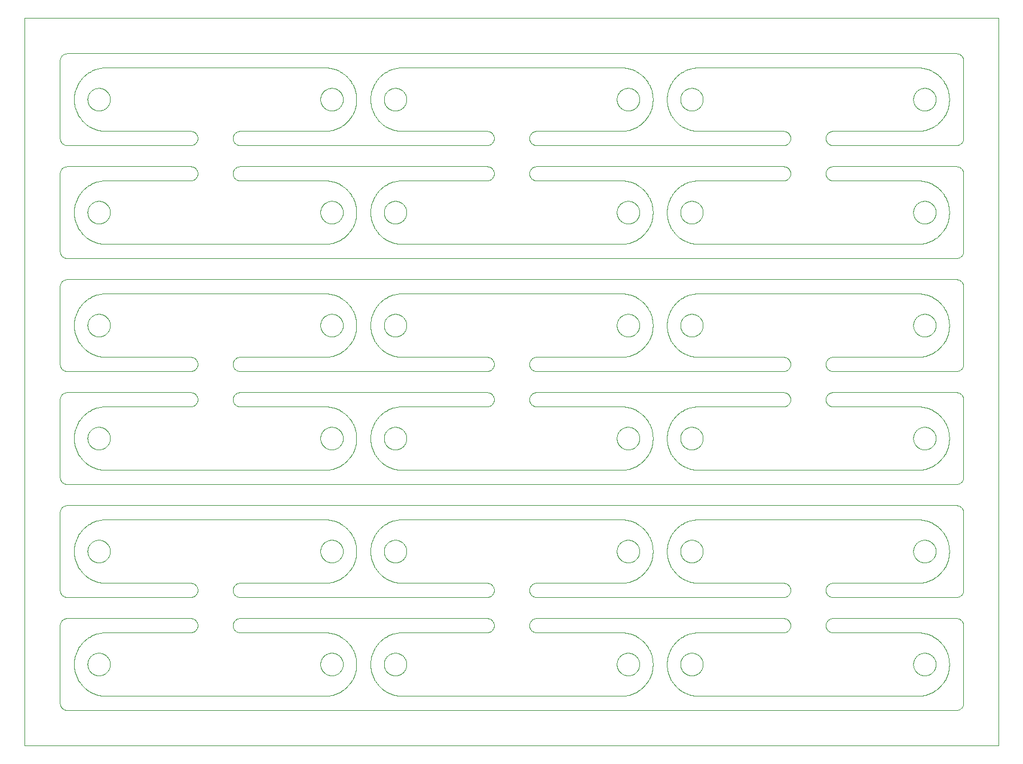
<source format=gm1>
%TF.GenerationSoftware,KiCad,Pcbnew,7.0.5*%
%TF.CreationDate,2023-07-04T16:39:27+08:00*%
%TF.ProjectId,u3-panelized,75332d70-616e-4656-9c69-7a65642e6b69,rev?*%
%TF.SameCoordinates,PX1312d00PY1312d00*%
%TF.FileFunction,Profile,NP*%
%FSLAX46Y46*%
G04 Gerber Fmt 4.6, Leading zero omitted, Abs format (unit mm)*
G04 Created by KiCad (PCBNEW 7.0.5) date 2023-07-04 16:39:27*
%MOMM*%
%LPD*%
G01*
G04 APERTURE LIST*
%TA.AperFunction,Profile*%
%ADD10C,0.100000*%
%TD*%
G04 APERTURE END LIST*
D10*
X84960188Y-41993756D02*
X84988449Y-41983951D01*
X5224721Y-49638047D02*
X5194826Y-49599740D01*
X44191889Y-10058469D02*
X44218724Y-10071686D01*
X53046094Y-57997033D02*
X53074104Y-58007534D01*
X24455969Y-80702619D02*
X24468929Y-80749450D01*
X92927368Y-91200190D02*
X92933249Y-91170861D01*
X86605015Y-92655207D02*
X86583220Y-92675695D01*
X85424317Y-61097854D02*
X85375190Y-61094812D01*
X29860553Y-81775278D02*
X29823759Y-81743539D01*
X53485485Y-60758855D02*
X53461772Y-60777090D01*
X50944117Y-11877145D02*
X50933249Y-11829138D01*
X95062978Y-15978570D02*
X95261862Y-15993474D01*
X92116571Y-14468035D02*
X92116734Y-14468224D01*
X93258120Y-58490115D02*
X93277222Y-58467095D01*
X11062729Y-71021451D02*
X11038422Y-71023883D01*
X88285218Y-89069180D02*
X88285085Y-89068968D01*
X93097985Y-10727385D02*
X93122419Y-10684657D01*
X44330901Y-44865991D02*
X44288479Y-44890952D01*
X92791603Y-63094373D02*
X92953538Y-63210796D01*
X8914464Y-91721739D02*
X8908391Y-91672893D01*
X91012403Y-59848442D02*
X91012425Y-59848690D01*
X45205598Y-15094373D02*
X45205798Y-15094225D01*
X65749150Y-49970328D02*
X65701739Y-49980974D01*
X113503371Y-80892963D02*
X113509319Y-80844737D01*
X44793200Y-28439505D02*
X44763680Y-28478892D01*
X49170396Y-10269543D02*
X49163780Y-10293058D01*
X44983834Y-58906081D02*
X44994681Y-58933959D01*
X9886358Y-58022225D02*
X9914099Y-58011035D01*
X41951442Y-43093851D02*
X41964670Y-43046440D01*
X29556475Y-48656480D02*
X29573963Y-48611144D01*
X137992497Y-1605D02*
X137992076Y-1353D01*
X84363951Y-58372512D02*
X84385233Y-58351491D01*
X10840034Y-39048745D02*
X10815878Y-39052385D01*
X91229253Y-44921276D02*
X91229329Y-44921513D01*
X9739280Y-79641515D02*
X9739508Y-79641615D01*
X44952645Y-10833357D02*
X44964857Y-10860665D01*
X45055332Y-75132243D02*
X45061937Y-75161419D01*
X8830Y-102999870D02*
X9318Y-102999918D01*
X43836817Y-95796106D02*
X44025873Y-95732587D01*
X128262329Y-28905480D02*
X128218724Y-28928313D01*
X11062729Y-79978548D02*
X11062978Y-79978570D01*
X87205598Y-79094373D02*
X87205798Y-79094225D01*
X7108955Y-12489124D02*
X7109007Y-12489367D01*
X126743369Y-76910064D02*
X126700341Y-76886160D01*
X129880630Y-30468035D02*
X130008828Y-30315254D01*
X129205798Y-47094225D02*
X129225271Y-47079476D01*
X94691149Y-57912050D02*
X94739915Y-57918726D01*
X84886358Y-42022225D02*
X84914099Y-42011035D01*
X44330901Y-42134008D02*
X44356300Y-42149811D01*
X93385233Y-12648508D02*
X93363951Y-12627487D01*
X93357331Y-55542431D02*
X93335878Y-55554114D01*
X92268892Y-72366892D02*
X92268720Y-72367073D01*
X49000611Y-75624390D02*
X49000621Y-75624639D01*
X57Y-9809D02*
X3Y-12027D01*
X130159345Y-14116545D02*
X130271694Y-13951759D01*
X50791603Y-95094373D02*
X50953538Y-95210796D01*
X46996580Y-11375360D02*
X46986639Y-11176166D01*
X125914464Y-59721739D02*
X125908391Y-59672893D01*
X42137907Y-74659065D02*
X42164425Y-74617598D01*
X128952645Y-12166642D02*
X128931446Y-12211064D01*
X88888246Y-60489124D02*
X88927765Y-60293636D01*
X130144794Y-56863215D02*
X130024370Y-56704233D01*
X129055332Y-43132243D02*
X129061937Y-43161419D01*
X8791603Y-15094373D02*
X8953538Y-15210796D01*
X44605015Y-58344792D02*
X44640035Y-58379381D01*
X128074104Y-92992465D02*
X128046094Y-93002966D01*
X88984776Y-59151309D02*
X88964918Y-58952858D01*
X113755061Y-86674841D02*
X113723322Y-86638047D01*
X42016979Y-26897127D02*
X42028512Y-26869526D01*
X113938588Y-54833152D02*
X113898860Y-54805173D01*
X130605220Y-9660696D02*
X130605120Y-9660467D01*
X45205798Y-63094225D02*
X45225271Y-63079476D01*
X126083782Y-28246287D02*
X126061490Y-28202403D01*
X46008986Y-24684938D02*
X46008828Y-24684745D01*
X8900307Y-27564163D02*
X8899090Y-27514956D01*
X83927368Y-75200190D02*
X83933249Y-75170861D01*
X41999131Y-58942999D02*
X42016979Y-58897127D01*
X132386057Y-81924637D02*
X132340721Y-81942125D01*
X91972984Y-56704037D02*
X91972831Y-56704233D01*
X132007079Y-34000000D02*
X5990122Y-34000000D01*
X43157167Y-47951254D02*
X43181323Y-47947614D01*
X88401677Y-93739050D02*
X88497061Y-93563896D01*
X127582527Y-25902622D02*
X127612383Y-25904471D01*
X53854194Y-10650868D02*
X53879678Y-10692978D01*
X126769869Y-60923940D02*
X126743369Y-60910064D01*
X126914099Y-60988964D02*
X126886358Y-60977774D01*
X93886358Y-44977774D02*
X93841180Y-44958237D01*
X41944117Y-43877145D02*
X41933249Y-43829138D01*
X93607767Y-92828560D02*
X93567312Y-92800522D01*
X7712116Y-89068968D02*
X7711983Y-89069180D01*
X50900307Y-59564163D02*
X50899090Y-59514956D01*
X91000621Y-91375360D02*
X91000611Y-91375609D01*
X132247751Y-97970328D02*
X132200340Y-97980974D01*
X126735091Y-79993489D02*
X126735339Y-79993474D01*
X24208634Y-86710033D02*
X24173442Y-86743539D01*
X94618976Y-55087105D02*
X94595032Y-55091945D01*
X41908391Y-43327106D02*
X41914464Y-43278260D01*
X66357749Y-17518960D02*
X66331753Y-17560012D01*
X43111618Y-25947936D02*
X43140710Y-25940970D01*
X9971328Y-15732587D02*
X10160384Y-15796106D01*
X86119751Y-44974051D02*
X86074104Y-44992465D01*
X42061490Y-58797596D02*
X42083782Y-58753712D01*
X49012425Y-43848690D02*
X49032283Y-44047141D01*
X11218724Y-92928313D02*
X11191889Y-92941530D01*
X96087737Y-59682488D02*
X96084047Y-59712173D01*
X125914464Y-11721739D02*
X125908391Y-11672893D01*
X44461948Y-79548783D02*
X44462172Y-79548672D01*
X53262110Y-55006510D02*
X53261862Y-55006525D01*
X94691149Y-89912050D02*
X94739915Y-89918726D01*
X49170396Y-44730456D02*
X49170466Y-44730695D01*
X84421097Y-60682220D02*
X84385233Y-60648508D01*
X132880301Y-97476681D02*
X132856350Y-97518960D01*
X91607987Y-61760638D02*
X91711983Y-61930819D01*
X11191889Y-76941530D02*
X11147208Y-76962178D01*
X9137907Y-44340934D02*
X9122419Y-44315342D01*
X50953742Y-23789060D02*
X50953538Y-23789203D01*
X132104238Y-5004770D02*
X132152464Y-5010718D01*
X93960188Y-89993756D02*
X93988449Y-89983951D01*
X86356300Y-10149811D02*
X86397436Y-10176840D01*
X93443393Y-76702162D02*
X93421097Y-76682220D01*
X91852407Y-88863215D02*
X91852259Y-88863416D01*
X128639870Y-71542431D02*
X128639649Y-71542315D01*
X126309581Y-60569994D02*
X126277222Y-60532904D01*
X46826735Y-58269304D02*
X46767948Y-58078723D01*
X11660791Y-58400922D02*
X11694057Y-58437201D01*
X51141880Y-87666822D02*
X51141669Y-87666955D01*
X94111618Y-73947936D02*
X94140710Y-73940970D01*
X46144794Y-78136784D02*
X46144942Y-78136583D01*
X44257693Y-39358384D02*
X44235183Y-39348896D01*
X44074104Y-10007534D02*
X44119751Y-10025948D01*
X8905436Y-43643126D02*
X8901787Y-43594040D01*
X126934223Y-63978570D02*
X126934472Y-63978548D01*
X42710444Y-95994716D02*
X42710693Y-95994707D01*
X11046094Y-9997033D02*
X11074104Y-10007534D01*
X83973420Y-11017835D02*
X83988977Y-10971137D01*
X44661540Y-39554236D02*
X44661323Y-39554114D01*
X130691708Y-93132552D02*
X130691796Y-93132319D01*
X52035337Y-9968972D02*
X52064048Y-9960577D01*
X51137907Y-42659065D02*
X51164425Y-42617598D01*
X91109007Y-44489367D02*
X91114443Y-44513183D01*
X44218724Y-12928313D02*
X44191889Y-12941530D01*
X11330901Y-44865991D02*
X11288479Y-44890952D01*
X53763680Y-28478892D02*
X53745154Y-28502378D01*
X7237109Y-28944670D02*
X7237192Y-28944905D01*
X85596854Y-39136377D02*
X85402413Y-39091998D01*
X93137907Y-44340934D02*
X93122419Y-44315342D01*
X83900307Y-11564163D02*
X83899090Y-11514956D01*
X54020843Y-59008638D02*
X54035240Y-59055707D01*
X95286508Y-7005292D02*
X95262110Y-7006510D01*
X128234952Y-23348802D02*
X128049297Y-23275938D01*
X51309581Y-58430005D02*
X51329797Y-58407957D01*
X42934223Y-79978570D02*
X42934472Y-79978548D01*
X9557262Y-79559382D02*
X9557488Y-79559487D01*
X52612383Y-61095528D02*
X52582527Y-61097377D01*
X7595646Y-45739268D02*
X7607860Y-45760423D01*
X8428898Y-30790028D02*
X8429079Y-30790200D01*
X51504136Y-12752875D02*
X51480881Y-12734060D01*
X85266834Y-9917299D02*
X85296471Y-9913241D01*
X72109745Y-16075362D02*
X72155081Y-16057874D01*
X88888246Y-92489124D02*
X88927765Y-92293636D01*
X127533339Y-13099203D02*
X127503428Y-13099573D01*
X41988977Y-42971137D02*
X41999131Y-42942999D01*
X7837856Y-46116545D02*
X7837999Y-46116749D01*
X44119751Y-74025948D02*
X44147208Y-74037821D01*
X95397436Y-26176840D02*
X95422022Y-26193879D01*
X84674560Y-12870990D02*
X84632767Y-12844987D01*
X52183964Y-39196616D02*
X52160621Y-39203816D01*
X85999592Y-93019100D02*
X85971097Y-93028203D01*
X49010562Y-11176166D02*
X49000621Y-11375360D01*
X84958779Y-63976116D02*
X84959026Y-63976088D01*
X95964857Y-90860665D02*
X95983834Y-90906081D01*
X91000002Y-27400029D02*
X90999999Y-27400279D01*
X129225271Y-39920523D02*
X129205798Y-39905774D01*
X49305493Y-73867447D02*
X49305405Y-73867680D01*
X93443393Y-92702162D02*
X93421097Y-92682220D01*
X52375190Y-13094812D02*
X52345388Y-13092225D01*
X43181323Y-71052385D02*
X43157167Y-71048745D01*
X127181323Y-47947614D02*
X127181569Y-47947573D01*
X24273879Y-22638047D02*
X24242140Y-22674841D01*
X5566721Y-81904946D02*
X5523318Y-81883099D01*
X88996590Y-91624390D02*
X88997199Y-91599970D01*
X52400347Y-7136377D02*
X52400105Y-7136436D01*
X29898860Y-22805173D02*
X29860553Y-22775278D01*
X53062978Y-23021429D02*
X53062729Y-23021451D01*
X49012403Y-59848442D02*
X49012425Y-59848690D01*
X11854194Y-12349131D02*
X11838078Y-12374333D01*
X66440726Y-49343519D02*
X66423238Y-49388855D01*
X129094817Y-11396323D02*
X129097252Y-11445484D01*
X66058613Y-53166847D02*
X66098341Y-53194826D01*
X128640035Y-12620618D02*
X128605015Y-12655207D01*
X128439939Y-15559382D02*
X128461948Y-15548783D01*
X95660791Y-60599077D02*
X95640035Y-60620618D01*
X91972831Y-72704233D02*
X91852407Y-72863215D01*
X130997202Y-43599720D02*
X130997202Y-43400279D01*
X9016979Y-42897127D02*
X9028512Y-42869526D01*
X91170466Y-42269304D02*
X91170396Y-42269543D01*
X94817820Y-61067404D02*
X94769443Y-61076483D01*
X95062729Y-7021451D02*
X95038422Y-7023883D01*
X126743369Y-28910064D02*
X126700341Y-28886160D01*
X54061937Y-91838580D02*
X54055332Y-91867756D01*
X24173442Y-80256460D02*
X24208634Y-80289966D01*
X46767872Y-90078486D02*
X46760092Y-90055329D01*
X92771930Y-7920523D02*
X92771733Y-7920676D01*
X43035337Y-77031027D02*
X42988449Y-77016048D01*
X46882758Y-42486816D02*
X46882700Y-42486574D01*
X49972984Y-62295962D02*
X49988215Y-62315061D01*
X45055332Y-11867756D02*
X45043280Y-11915479D01*
X42329797Y-12592042D02*
X42309581Y-12569994D01*
X52400347Y-15863622D02*
X52594788Y-15908001D01*
X94266834Y-25917299D02*
X94296471Y-25913241D01*
X53038175Y-71023911D02*
X52840281Y-71048711D01*
X46271832Y-73048448D02*
X46271694Y-73048240D01*
X84385233Y-12648508D02*
X84363951Y-12627487D01*
X125914464Y-11278260D02*
X125918887Y-11248676D01*
X107701739Y-53019025D02*
X107749150Y-53029671D01*
X127296471Y-57913241D02*
X127345388Y-57907774D01*
X10661420Y-25908727D02*
X10691149Y-25912050D01*
X93181159Y-74592803D02*
X93209695Y-74552697D01*
X46508322Y-45541938D02*
X46508433Y-45541715D01*
X42097985Y-60272614D02*
X42083782Y-60246287D01*
X8953538Y-39789203D02*
X8791603Y-39905626D01*
X127739915Y-57918726D02*
X127769443Y-57923516D01*
X94619221Y-39087058D02*
X94618976Y-39087105D01*
X95810542Y-44415131D02*
X95793200Y-44439505D01*
X71823759Y-17743539D02*
X71788567Y-17710033D01*
X126700341Y-26113839D02*
X126743369Y-26089935D01*
X86894528Y-60281053D02*
X86879678Y-60307021D01*
X8133065Y-78486725D02*
X8268720Y-78632926D01*
X7402234Y-41637975D02*
X7402128Y-41638201D01*
X53523750Y-76727895D02*
X53485485Y-76758855D01*
X52769443Y-41923516D02*
X52817820Y-41932595D01*
X88961819Y-92071874D02*
X88961853Y-92071627D01*
X113898860Y-16194826D02*
X113938588Y-16166847D01*
X9841180Y-42041762D02*
X9886358Y-42022225D01*
X84227636Y-60471239D02*
X84209695Y-60447302D01*
X45071614Y-43209679D02*
X45076768Y-43239146D01*
X8116571Y-8531964D02*
X7988373Y-8684745D01*
X71509319Y-49155262D02*
X71503371Y-49107036D01*
X66468929Y-49250549D02*
X66455969Y-49297380D01*
X7725507Y-77951759D02*
X7837856Y-78116545D01*
X96097992Y-43475389D02*
X96097992Y-43524610D01*
X42209695Y-58552697D02*
X42227636Y-58528760D01*
X5075362Y-21611144D02*
X5095053Y-21566721D01*
X93309581Y-26430005D02*
X93329797Y-26407957D01*
X91012425Y-75848690D02*
X91032283Y-76047141D01*
X128439939Y-47559382D02*
X128461948Y-47548783D01*
X86356300Y-12850188D02*
X86330901Y-12865991D01*
X94064048Y-93039422D02*
X94035337Y-93031027D01*
X30065322Y-85095053D02*
X30109745Y-85075362D01*
X113541232Y-16702619D02*
X113556475Y-16656480D01*
X41899090Y-91485043D02*
X41900307Y-91435836D01*
X51164425Y-74617598D02*
X51181159Y-74592803D01*
X129550030Y-46806982D02*
X129550215Y-46806815D01*
X126607767Y-44828560D02*
X126567312Y-44800522D01*
X114155081Y-16057874D02*
X114201220Y-16042631D01*
X88144794Y-40863215D02*
X88024370Y-40704233D01*
X91712116Y-9068968D02*
X91711983Y-9069180D01*
X42567312Y-44800522D02*
X42543155Y-44782880D01*
X42735339Y-15993474D02*
X42934223Y-15978570D01*
X46691796Y-57867680D02*
X46691708Y-57867447D01*
X9535029Y-87451327D02*
X9357552Y-87542315D01*
X113823759Y-49743539D02*
X113788567Y-49710033D01*
X132340721Y-17942125D02*
X132294582Y-17957368D01*
X11523750Y-26272104D02*
X11546532Y-26291490D01*
X49711983Y-25069180D02*
X49607987Y-25239361D01*
X44257693Y-79641615D02*
X44257921Y-79641515D01*
X91500140Y-41436103D02*
X91500023Y-41436323D01*
X87550030Y-78806982D02*
X87550215Y-78806815D01*
X5057874Y-21656480D02*
X5075362Y-21611144D01*
X88760009Y-44944905D02*
X88760092Y-44944670D01*
X126443393Y-42297837D02*
X126480881Y-42265939D01*
X91391981Y-25660696D02*
X91314511Y-25844477D01*
X93960188Y-13006243D02*
X93914099Y-12988964D01*
X43836580Y-63796183D02*
X43836817Y-63796106D01*
X9309581Y-44569994D02*
X9277222Y-44532904D01*
X46888246Y-12489124D02*
X46927765Y-12293636D01*
X50615611Y-30954815D02*
X50615804Y-30954973D01*
X84048606Y-76175406D02*
X84028512Y-76130473D01*
X129880630Y-8531964D02*
X129880467Y-8531775D01*
X114343338Y-81989281D02*
X114295462Y-81980974D01*
X93443393Y-44702162D02*
X93421097Y-44682220D01*
X11546532Y-44708509D02*
X11523750Y-44727895D01*
X86834476Y-39654084D02*
X86834262Y-39653957D01*
X49852407Y-46136784D02*
X49972831Y-46295766D01*
X125914464Y-91721739D02*
X125908391Y-91672893D01*
X43188847Y-73930697D02*
X43218248Y-73925179D01*
X91163715Y-90293299D02*
X91114501Y-90486574D01*
X127181569Y-71052426D02*
X127181323Y-71052385D01*
X52140710Y-93059029D02*
X52111618Y-93052063D01*
X51543155Y-76782880D02*
X51504136Y-76752875D01*
X85812997Y-7196545D02*
X85621010Y-7142528D01*
X11038175Y-55023911D02*
X10840281Y-55048711D01*
X24479575Y-81203138D02*
X24468929Y-81250549D01*
X86810542Y-44415131D02*
X86793200Y-44439505D01*
X95286508Y-31994707D02*
X95286757Y-31994716D01*
X92944117Y-11122854D02*
X92951442Y-11093851D01*
X46996580Y-43624639D02*
X46996590Y-43624390D01*
X51329797Y-12592042D02*
X51309581Y-12569994D01*
X86745154Y-12502378D02*
X86713722Y-12540257D01*
X128218724Y-60928313D02*
X128191889Y-60941530D01*
X128605015Y-58344792D02*
X128640035Y-58379381D01*
X8268892Y-94633107D02*
X8285948Y-94650594D01*
X46984798Y-75848442D02*
X46986623Y-75824082D01*
X93137907Y-12340934D02*
X93122419Y-12315342D01*
X84277222Y-44532904D02*
X84258120Y-44509884D01*
X44485485Y-28758855D02*
X44461772Y-28777090D01*
X93335878Y-63445885D02*
X93357331Y-63457568D01*
X108136648Y-49775278D02*
X108098341Y-49805173D01*
X95038422Y-15976116D02*
X95062729Y-15978548D01*
X132992431Y-33107036D02*
X132986483Y-33155262D01*
X71615501Y-81476681D02*
X71593654Y-81433278D01*
X113499796Y-80941423D02*
X113503371Y-80892963D01*
X87711253Y-62650594D02*
X87728309Y-62633107D01*
X54061937Y-75838580D02*
X54055332Y-75867756D01*
X71593654Y-48566721D02*
X71615501Y-48523318D01*
X88833421Y-28706941D02*
X88833486Y-28706700D01*
X93739280Y-47641515D02*
X93739508Y-47641615D01*
X71573963Y-16611144D02*
X71593654Y-16566721D01*
X71615501Y-21523318D02*
X71639452Y-21481039D01*
X127064048Y-41960577D02*
X127111618Y-41947936D01*
X53523750Y-12727895D02*
X53485485Y-12758855D01*
X130024217Y-94295962D02*
X130024370Y-94295766D01*
X84959026Y-55023911D02*
X84958779Y-55023883D01*
X23701739Y-48019025D02*
X23749150Y-48029671D01*
X46833486Y-58293299D02*
X46833421Y-58293058D01*
X71665448Y-21439987D02*
X71693427Y-21400259D01*
X94595032Y-15908054D02*
X94618976Y-15912894D01*
X91069436Y-10706363D02*
X91069390Y-10706608D01*
X52183964Y-79803383D02*
X52184204Y-79803454D01*
X93209695Y-44447302D02*
X93181159Y-44407196D01*
X95062978Y-71021429D02*
X95062729Y-71021451D01*
X127971097Y-61028203D02*
X127923854Y-61042017D01*
X93227636Y-74528760D02*
X93258120Y-74490115D01*
X51363951Y-44627487D02*
X51329797Y-44592042D01*
X83951442Y-43906148D02*
X83944117Y-43877145D01*
X5481039Y-97859148D02*
X5439987Y-97833152D01*
X7065148Y-10730665D02*
X7065107Y-10730911D01*
X51535029Y-23451327D02*
X51357552Y-23542315D01*
X84227636Y-44471239D02*
X84209695Y-44447302D01*
X95713722Y-42459742D02*
X95745154Y-42497621D01*
X130833486Y-58293299D02*
X130833421Y-58293058D01*
X51357552Y-39542315D02*
X51357331Y-39542431D01*
X88760009Y-92944905D02*
X88760092Y-92944670D01*
X108493830Y-17107036D02*
X108487882Y-17155262D01*
X42914099Y-58011035D02*
X42960188Y-57993756D01*
X10691149Y-73912050D02*
X10739915Y-73918726D01*
X129035240Y-59055707D02*
X129043280Y-59084520D01*
X92908391Y-43672893D02*
X92905436Y-43643126D01*
X50596898Y-56060886D02*
X50596709Y-56061049D01*
X24381700Y-81476681D02*
X24357749Y-81518960D01*
X129880630Y-14468035D02*
X130008828Y-14315254D01*
X51557488Y-15559487D02*
X51739280Y-15641515D01*
X95397436Y-92823159D02*
X95356300Y-92850188D01*
X11838078Y-92374333D02*
X11810542Y-92415131D01*
X44854194Y-58650868D02*
X44879678Y-58692978D01*
X53952645Y-44166642D02*
X53931446Y-44211064D01*
X128855532Y-15333044D02*
X129023068Y-15224838D01*
X9739508Y-95641615D02*
X9762018Y-95651103D01*
X87568122Y-14790200D02*
X87568303Y-14790028D01*
X87011388Y-10980258D02*
X87020843Y-11008638D01*
X8908391Y-27672893D02*
X8905436Y-27643126D01*
X51535253Y-63548783D02*
X51557262Y-63559382D01*
X9480881Y-26265939D02*
X9504136Y-26247124D01*
X51016979Y-90897127D02*
X51028512Y-90869526D01*
X45023276Y-39775299D02*
X45023068Y-39775161D01*
X86661323Y-95445885D02*
X86661540Y-95445763D01*
X86218724Y-92928313D02*
X86191889Y-92941530D01*
X49972831Y-30295766D02*
X49972984Y-30295962D01*
X7402234Y-45362024D02*
X7488768Y-45541715D01*
X66403547Y-54433278D02*
X66381700Y-54476681D01*
X86257921Y-71358484D02*
X86257693Y-71358384D01*
X53894528Y-44281053D02*
X53879678Y-44307021D01*
X7972984Y-46295962D02*
X7988215Y-46315061D01*
X43999592Y-89980899D02*
X44046094Y-89997033D01*
X8899090Y-59485043D02*
X8900307Y-59435836D01*
X43375190Y-77094812D02*
X43345388Y-77092225D01*
X43266834Y-77082700D02*
X43218248Y-77074820D01*
X94188847Y-93069302D02*
X94140710Y-93059029D01*
X132557214Y-53166847D02*
X132596942Y-53194826D01*
X85813237Y-87196616D02*
X85812997Y-87196545D01*
X91035382Y-28071874D02*
X91065107Y-28269088D01*
X84227636Y-92471239D02*
X84209695Y-92447302D01*
X52595032Y-71091945D02*
X52594788Y-71091998D01*
X8899090Y-27514956D02*
X8899090Y-27485043D01*
X87400303Y-72060886D02*
X87381590Y-72045184D01*
X42735339Y-63993474D02*
X42934223Y-63978570D01*
X53147208Y-26037821D02*
X53191889Y-26058469D01*
X46888246Y-28489124D02*
X46927765Y-28293636D01*
X11660791Y-90400922D02*
X11694057Y-90437201D01*
X108479575Y-85796861D02*
X108487882Y-85844737D01*
X50964670Y-27953559D02*
X50951442Y-27906148D01*
X114440024Y-16001195D02*
X114488723Y-16000000D01*
X46285218Y-93930819D02*
X46389214Y-93760638D01*
X91500023Y-29563676D02*
X91500140Y-29563896D01*
X43894943Y-77049699D02*
X43847075Y-77061160D01*
X130682784Y-13155291D02*
X130691708Y-13132552D01*
X88760092Y-92944670D02*
X88767872Y-92921513D01*
X49010562Y-43823833D02*
X49010578Y-43824082D01*
X29860553Y-80224721D02*
X29898860Y-80194826D01*
X8286125Y-56349229D02*
X8285948Y-56349405D01*
X50285948Y-78650594D02*
X50286125Y-78650770D01*
X126209695Y-92447302D02*
X126181159Y-92407196D01*
X46271694Y-29951759D02*
X46271832Y-29951551D01*
X84841180Y-12958237D02*
X84814026Y-12945688D01*
X46271832Y-25048448D02*
X46271694Y-25048240D01*
X87568303Y-78790028D02*
X87711076Y-78650770D01*
X30343338Y-22989281D02*
X30295462Y-22980974D01*
X93421097Y-74317779D02*
X93443393Y-74297837D01*
X107749150Y-80029671D02*
X107795981Y-80042631D01*
X92615804Y-30954973D02*
X92771733Y-31079323D01*
X50285948Y-46650594D02*
X50286125Y-46650770D01*
X126421097Y-10317779D02*
X126443393Y-10297837D01*
X86994681Y-58933959D02*
X87011388Y-58980258D01*
X53286508Y-47994707D02*
X53286757Y-47994716D01*
X130159202Y-78116749D02*
X130159345Y-78116545D01*
X127596854Y-71136377D02*
X127402413Y-71091998D01*
X94188847Y-9930697D02*
X94218248Y-9925179D01*
X24498601Y-54009877D02*
X24497405Y-54058576D01*
X46986623Y-75824082D02*
X46986639Y-75823833D01*
X128046094Y-9997033D02*
X128074104Y-10007534D01*
X92285948Y-46650594D02*
X92286125Y-46650770D01*
X95147208Y-76962178D02*
X95119751Y-76974051D01*
X5523318Y-69116900D02*
X5566721Y-69095053D01*
X53062978Y-47978570D02*
X53261862Y-47993474D01*
X132939327Y-33343519D02*
X132921839Y-33388855D01*
X29788567Y-17710033D02*
X29755061Y-17674841D01*
X7069436Y-44293636D02*
X7108955Y-44489124D01*
X127375190Y-25905187D02*
X127424317Y-25902145D01*
X42385233Y-44648508D02*
X42363951Y-44627487D01*
X132902148Y-17433278D02*
X132880301Y-17476681D01*
X51083782Y-42753712D02*
X51097985Y-42727385D01*
X87711253Y-94650594D02*
X87728309Y-94633107D01*
X8914464Y-11721739D02*
X8908391Y-11672893D01*
X85181323Y-39052385D02*
X85157167Y-39048745D01*
X93137907Y-90659065D02*
X93164425Y-90617598D01*
X44660791Y-74400922D02*
X44694057Y-74437201D01*
X86894528Y-74718946D02*
X86917898Y-74762265D01*
X66487882Y-80844737D02*
X66493830Y-80892963D01*
X42385233Y-42351491D02*
X42421097Y-42317779D01*
X52769443Y-29076483D02*
X52739915Y-29081273D01*
X83973420Y-27017835D02*
X83988977Y-26971137D01*
X92964670Y-11953559D02*
X92951442Y-11906148D01*
X46691796Y-41867680D02*
X46691708Y-41867447D01*
X126028512Y-74869526D02*
X126048606Y-74824593D01*
X108440726Y-21656480D02*
X108455969Y-21702619D01*
X127157167Y-63951254D02*
X127181323Y-63947614D01*
X44049063Y-7275849D02*
X44026108Y-7267494D01*
X96084047Y-43712173D02*
X96076768Y-43760853D01*
X91069390Y-12293391D02*
X91069436Y-12293636D01*
X85266834Y-29082700D02*
X85218248Y-29074820D01*
X132707235Y-81710033D02*
X132672043Y-81743539D01*
X50900307Y-11435836D02*
X50901787Y-11405959D01*
X53917898Y-42762265D02*
X53931446Y-42788935D01*
X45043663Y-47210796D02*
X45205598Y-47094373D01*
X50944117Y-75877145D02*
X50933249Y-75829138D01*
X94035337Y-9968972D02*
X94064048Y-9960577D01*
X86546532Y-26291490D02*
X86583220Y-26324304D01*
X84209695Y-28447302D02*
X84181159Y-28407196D01*
X91725507Y-41048240D02*
X91725369Y-41048448D01*
X132200340Y-37019025D02*
X132247751Y-37029671D01*
X128694057Y-58437201D02*
X128713722Y-58459742D01*
X50268720Y-8367073D02*
X50133065Y-8513274D01*
X51762018Y-39348896D02*
X51739508Y-39358384D01*
X84097985Y-76272614D02*
X84083782Y-76246287D01*
X86485485Y-90241144D02*
X86523750Y-90272104D01*
X94035337Y-77031027D02*
X93988449Y-77016048D01*
X52618976Y-87087105D02*
X52595032Y-87091945D01*
X50914464Y-27721739D02*
X50908391Y-27672893D01*
X87225271Y-23920523D02*
X87205798Y-23905774D01*
X5481039Y-85140851D02*
X5523318Y-85116900D01*
X1605Y-102995295D02*
X1878Y-102995703D01*
X125927368Y-75200190D02*
X125933249Y-75170861D01*
X49010562Y-59176166D02*
X49000621Y-59375360D01*
X107508478Y-48000000D02*
X107557177Y-48001195D01*
X113509319Y-53844737D02*
X113517626Y-53796861D01*
X127111618Y-13052063D02*
X127064048Y-13039422D01*
X93048606Y-42824593D02*
X93061490Y-42797596D01*
X130997199Y-59599970D02*
X130997202Y-59599720D01*
X132954570Y-65297380D02*
X132939327Y-65343519D01*
X5001195Y-49058576D02*
X5000000Y-49009877D01*
X44439713Y-71440512D02*
X44257921Y-71358484D01*
X85140710Y-29059029D02*
X85111618Y-29052063D01*
X132294582Y-53042631D02*
X132340721Y-53057874D01*
X29541232Y-21702619D02*
X29556475Y-21656480D01*
X51122419Y-10684657D02*
X51137907Y-10659065D01*
X95523750Y-74272104D02*
X95546532Y-74291490D01*
X91035348Y-10928372D02*
X91032311Y-10952610D01*
X96094817Y-75603676D02*
X96092600Y-75633507D01*
X45381397Y-8045026D02*
X45225468Y-7920676D01*
X51028512Y-12130473D02*
X51016979Y-12102872D01*
X95119751Y-12974051D02*
X95074104Y-12992465D01*
X42700341Y-10113839D02*
X42743369Y-10089935D01*
X94296471Y-41913241D02*
X94345388Y-41907774D01*
X10454210Y-77098964D02*
X10424317Y-77097854D01*
X10188847Y-41930697D02*
X10218248Y-41925179D01*
X5029671Y-33250549D02*
X5019025Y-33203138D01*
X10140710Y-9940970D02*
X10188847Y-9930697D01*
X11983834Y-42906081D02*
X11994681Y-42933959D01*
X130159202Y-14116749D02*
X130159345Y-14116545D01*
X45864136Y-94486725D02*
X45864303Y-94486540D01*
X93632767Y-76844987D02*
X93607767Y-76828560D01*
X5256460Y-37325158D02*
X5289966Y-37289966D01*
X114065322Y-16095053D02*
X114109745Y-16075362D01*
X108136648Y-21224721D02*
X108173442Y-21256460D01*
X91391981Y-29339303D02*
X91392081Y-29339532D01*
X12011388Y-58980258D02*
X12020843Y-59008638D01*
X11286508Y-71005292D02*
X11262110Y-71006510D01*
X5361952Y-53224721D02*
X5400259Y-53194826D01*
X92116734Y-88531775D02*
X92116571Y-88531964D01*
X49163715Y-10293299D02*
X49114501Y-10486574D01*
X71528272Y-54250549D02*
X71517626Y-54203138D01*
X42607767Y-12828560D02*
X42567312Y-12800522D01*
X9335661Y-87554236D02*
X9162939Y-87653957D01*
X8951442Y-43093851D02*
X8964670Y-43046440D01*
X45550030Y-88193017D02*
X45400492Y-88061049D01*
X127971097Y-73971796D02*
X127999592Y-73980899D01*
X5289966Y-49710033D02*
X5256460Y-49674841D01*
X94424317Y-73902145D02*
X94454210Y-73901035D01*
X46927811Y-42706608D02*
X46927765Y-42706363D01*
X7607987Y-89239361D02*
X7607860Y-89239576D01*
X71860553Y-21224721D02*
X71898860Y-21194826D01*
X11062729Y-87021451D02*
X11038422Y-87023883D01*
X46271694Y-93951759D02*
X46271832Y-93951551D01*
X42735091Y-95993489D02*
X42735339Y-95993474D01*
X108468929Y-53749450D02*
X108479575Y-53796861D01*
X88826805Y-28730456D02*
X88833421Y-28706941D01*
X91032283Y-74952858D02*
X91012425Y-75151309D01*
X44793200Y-42560494D02*
X44810542Y-42584868D01*
X84960188Y-29006243D02*
X84914099Y-28988964D01*
X128025873Y-95732587D02*
X128026108Y-95732505D01*
X85847075Y-61061160D02*
X85817820Y-61067404D01*
X11261862Y-15993474D02*
X11262110Y-15993489D01*
X132200340Y-53019025D02*
X132247751Y-53029671D01*
X86262329Y-28905480D02*
X86218724Y-28928313D01*
X44793200Y-10560494D02*
X44810542Y-10584868D01*
X49988215Y-78315061D02*
X49988373Y-78315254D01*
X48999999Y-75400279D02*
X48999999Y-75599720D01*
X87880467Y-24531775D02*
X87864303Y-24513459D01*
X128397436Y-42176840D02*
X128422022Y-42193879D01*
X7163715Y-12706700D02*
X7163780Y-12706941D01*
X130144942Y-62136583D02*
X130159202Y-62116749D01*
X84607767Y-92828560D02*
X84567312Y-92800522D01*
X84700341Y-90113839D02*
X84743369Y-90089935D01*
X51535029Y-55451327D02*
X51357552Y-55542315D01*
X84914099Y-74011035D02*
X84960188Y-73993756D01*
X127612383Y-29095528D02*
X127582527Y-29097377D01*
X53952645Y-12166642D02*
X53931446Y-12211064D01*
X86439939Y-39440617D02*
X86439713Y-39440512D01*
X9335878Y-7554114D02*
X9335661Y-7554236D01*
X128288479Y-26109047D02*
X128330901Y-26134008D01*
X10661420Y-89908727D02*
X10691149Y-89912050D01*
X12071614Y-27209679D02*
X12076768Y-27239146D01*
X93739508Y-55358384D02*
X93739280Y-55358484D01*
X29509319Y-48844737D02*
X29517626Y-48796861D01*
X51443393Y-26297837D02*
X51480881Y-26265939D01*
X130159202Y-46116749D02*
X130159345Y-46116545D01*
X96035240Y-27055707D02*
X96043280Y-27084520D01*
X52817820Y-13067404D02*
X52769443Y-13076483D01*
X113573963Y-53611144D02*
X113593654Y-53566721D01*
X94160621Y-15796183D02*
X94183964Y-15803383D01*
X5224721Y-81638047D02*
X5194826Y-81599740D01*
X43111618Y-77052063D02*
X43064048Y-77039422D01*
X94595032Y-71091945D02*
X94594788Y-71091998D01*
X7163780Y-60706941D02*
X7170396Y-60730456D01*
X45020843Y-75991361D02*
X45011388Y-76019741D01*
X93122419Y-10684657D02*
X93137907Y-10659065D01*
X84309581Y-90430005D02*
X84329797Y-90407957D01*
X113979640Y-22859148D02*
X113938588Y-22833152D01*
X86026108Y-55267494D02*
X86025873Y-55267412D01*
X114391564Y-17995229D02*
X114343338Y-17989281D01*
X130682784Y-45155291D02*
X130691708Y-45132552D01*
X11713722Y-74459742D02*
X11745154Y-74497621D01*
X45097252Y-59445484D02*
X45097992Y-59475389D01*
X44745154Y-12502378D02*
X44713722Y-12540257D01*
X130508322Y-57458061D02*
X130497178Y-57436323D01*
X113498601Y-80990122D02*
X113499796Y-80941423D01*
X91725369Y-77951551D02*
X91725507Y-77951759D01*
X87864303Y-62486540D02*
X87880467Y-62468224D01*
X83951442Y-91906148D02*
X83944117Y-91877145D01*
X416Y-7387D02*
X297Y-7863D01*
X94691149Y-9912050D02*
X94739915Y-9918726D01*
X87043280Y-43915479D02*
X87035240Y-43944292D01*
X88882758Y-58486816D02*
X88882700Y-58486574D01*
X92973925Y-71775299D02*
X92953742Y-71789060D01*
X52618976Y-23087105D02*
X52595032Y-23091945D01*
X128713722Y-44540257D02*
X128694057Y-44562798D01*
X91163715Y-92706700D02*
X91163780Y-92706941D01*
X84480881Y-58265939D02*
X84504136Y-58247124D01*
X12071614Y-27790320D02*
X12061937Y-27838580D01*
X50973420Y-11982164D02*
X50964670Y-11953559D01*
X43296471Y-61086758D02*
X43266834Y-61082700D01*
X95640035Y-74379381D02*
X95660791Y-74400922D01*
X53492369Y-63999844D02*
X53492494Y-63999846D01*
X95330901Y-26134008D02*
X95356300Y-26149811D01*
X95046094Y-61002966D02*
X94999592Y-61019100D01*
X127612383Y-57904471D02*
X127661420Y-57908727D01*
X51277222Y-42467095D02*
X51309581Y-42430005D01*
X9700341Y-58113839D02*
X9743369Y-58089935D01*
X86879678Y-92307021D02*
X86854194Y-92349131D01*
X127847075Y-29061160D02*
X127817820Y-29067404D01*
X10376191Y-15857471D02*
X10376432Y-15857535D01*
X66273879Y-22638047D02*
X66242140Y-22674841D01*
X84543155Y-28782880D02*
X84504136Y-28752875D01*
X66173442Y-80256460D02*
X66208634Y-80289966D01*
X43817820Y-9932595D02*
X43847075Y-9938839D01*
X5990122Y-18000000D02*
X5941423Y-17998804D01*
X130932053Y-60269334D02*
X130932094Y-60269088D01*
X93739280Y-55358484D02*
X93557488Y-55440512D01*
X93762018Y-55348896D02*
X93739508Y-55358384D01*
X41964670Y-59953559D02*
X41951442Y-59906148D01*
X132557214Y-85166847D02*
X132596942Y-85194826D01*
X127375190Y-57905187D02*
X127424317Y-57902145D01*
X1353Y-5125D02*
X1122Y-5558D01*
X43377980Y-39087058D02*
X43181569Y-39052426D01*
X92771733Y-31079323D02*
X92771930Y-31079476D01*
X85375190Y-57905187D02*
X85424317Y-57902145D01*
X84385233Y-90351491D02*
X84421097Y-90317779D01*
X43812997Y-71196545D02*
X43621010Y-71142528D01*
X129011388Y-26980258D02*
X129020843Y-27008638D01*
X49725369Y-93951551D02*
X49725507Y-93951759D01*
X44191889Y-26058469D02*
X44218724Y-26071686D01*
X41951442Y-75906148D02*
X41944117Y-75877145D01*
X9739508Y-47641615D02*
X9762018Y-47651103D01*
X8771733Y-47079323D02*
X8771930Y-47079476D01*
X9443393Y-92702162D02*
X9421097Y-92682220D01*
X50446986Y-56193184D02*
X50429079Y-56209799D01*
X51769869Y-10076059D02*
X51814026Y-10054311D01*
X9762249Y-31651197D02*
X9947904Y-31724061D01*
X94183964Y-71196616D02*
X94160621Y-71203816D01*
X44049297Y-55275938D02*
X44049063Y-55275849D01*
X125988977Y-28028862D02*
X125973420Y-27982164D01*
X43971097Y-93028203D02*
X43923854Y-93042017D01*
X93162725Y-79345915D02*
X93162939Y-79346042D01*
X51016979Y-42897127D02*
X51028512Y-42869526D01*
X71693427Y-86599740D02*
X71665448Y-86560012D01*
X85454210Y-93098964D02*
X85424317Y-93097854D01*
X12076768Y-43239146D02*
X12084047Y-43287826D01*
X44049063Y-23275849D02*
X44026108Y-23267494D01*
X72155081Y-53057874D02*
X72201220Y-53042631D01*
X53713722Y-90459742D02*
X53745154Y-90497621D01*
X45011388Y-44019741D02*
X44994681Y-44066040D01*
X5656480Y-21057874D02*
X5702619Y-21042631D01*
X130389341Y-89239576D02*
X130389214Y-89239361D01*
X9443393Y-12702162D02*
X9421097Y-12682220D01*
X113639452Y-54518960D02*
X113615501Y-54476681D01*
X84700341Y-92886160D02*
X84674560Y-92870990D01*
X46888246Y-44489124D02*
X46927765Y-44293636D01*
X128855532Y-71666955D02*
X128855321Y-71666822D01*
X86147208Y-90037821D02*
X86191889Y-90058469D01*
X129864136Y-62486725D02*
X129864303Y-62486540D01*
X92285948Y-14650594D02*
X92286125Y-14650770D01*
X10184204Y-63803454D02*
X10376191Y-63857471D01*
X128763680Y-74521107D02*
X128793200Y-74560494D01*
X46826805Y-60730456D02*
X46833421Y-60706941D01*
X92285948Y-78650594D02*
X92286125Y-78650770D01*
X42769869Y-92923940D02*
X42743369Y-92910064D01*
X44713722Y-74459742D02*
X44745154Y-74497621D01*
X50447171Y-30806982D02*
X50596709Y-30938950D01*
X72155081Y-80057874D02*
X72201220Y-80042631D01*
X108455969Y-21702619D02*
X108468929Y-21749450D01*
X91314511Y-73844477D02*
X91314417Y-73844708D01*
X54097992Y-11475389D02*
X54097992Y-11524610D01*
X9607767Y-92828560D02*
X9567312Y-92800522D01*
X93164425Y-60382401D02*
X93137907Y-60340934D01*
X86694057Y-42437201D02*
X86713722Y-42459742D01*
X83900307Y-27435836D02*
X83901787Y-27405959D01*
X128931446Y-92211064D02*
X128917898Y-92237734D01*
X72440024Y-17998804D02*
X72391564Y-17995229D01*
X46927811Y-58706608D02*
X46927765Y-58706363D01*
X10375190Y-9905187D02*
X10424317Y-9902145D01*
X125927368Y-43200190D02*
X125933249Y-43170861D01*
X49114501Y-90486574D02*
X49114443Y-90486816D01*
X126841180Y-26041762D02*
X126886358Y-26022225D01*
X114201220Y-54957368D02*
X114155081Y-54942125D01*
X108440726Y-53656480D02*
X108455969Y-53702619D01*
X11062978Y-15978570D02*
X11261862Y-15993474D01*
X94503428Y-29099573D02*
X94454210Y-29098964D01*
X49032283Y-60047141D02*
X49032311Y-60047389D01*
X86235183Y-87348896D02*
X86234952Y-87348802D01*
X50953742Y-79210939D02*
X50973925Y-79224700D01*
X8429079Y-46790200D02*
X8446986Y-46806815D01*
X65653863Y-81989281D02*
X65605637Y-81995229D01*
X53119751Y-58025948D02*
X53147208Y-58037821D01*
X87097252Y-75554515D02*
X87094817Y-75603676D01*
X92791403Y-63094225D02*
X92791603Y-63094373D01*
X93914099Y-92988964D02*
X93886358Y-92977774D01*
X46008828Y-88684745D02*
X45880630Y-88531964D01*
X94160621Y-63796183D02*
X94183964Y-63803383D01*
X129400492Y-94938950D02*
X129550030Y-94806982D01*
X42735091Y-79993489D02*
X42735339Y-79993474D01*
X85218248Y-9925179D02*
X85266834Y-9917299D01*
X128917898Y-60237734D02*
X128894528Y-60281053D01*
X91032283Y-28047141D02*
X91032311Y-28047389D01*
X127836580Y-7203816D02*
X127813237Y-7196616D01*
X92901787Y-43594040D02*
X92900307Y-43564163D01*
X9739280Y-47641515D02*
X9739508Y-47641615D01*
X92429079Y-40209799D02*
X92428898Y-40209971D01*
X128834262Y-55653957D02*
X128661540Y-55554236D01*
X45084047Y-27712173D02*
X45076768Y-27760853D01*
X128439939Y-31559382D02*
X128461948Y-31548783D01*
X71615501Y-49476681D02*
X71593654Y-49433278D01*
X83999131Y-92057000D02*
X83988977Y-92028862D01*
X30295462Y-53019025D02*
X30343338Y-53010718D01*
X93543155Y-10217119D02*
X93567312Y-10199477D01*
X50791403Y-23905774D02*
X50771930Y-23920523D01*
X130961819Y-92071874D02*
X130961853Y-92071627D01*
X51567312Y-12800522D02*
X51543155Y-12782880D01*
X52739915Y-89918726D02*
X52769443Y-89923516D01*
X9162939Y-23653957D02*
X9162725Y-23654084D01*
X8908391Y-91327106D02*
X8914464Y-91278260D01*
X128879678Y-44307021D02*
X128854194Y-44349131D01*
X9181159Y-60407196D02*
X9164425Y-60382401D01*
X9841180Y-60958237D02*
X9814026Y-60945688D01*
X2811Y-3159D02*
X2482Y-3522D01*
X52582527Y-25902622D02*
X52612383Y-25904471D01*
X132386057Y-5075362D02*
X132430480Y-5095053D01*
X46691796Y-9867680D02*
X46691708Y-9867447D01*
X108357749Y-53481039D02*
X108381700Y-53523318D01*
X51385233Y-74351491D02*
X51421097Y-74317779D01*
X86234952Y-15651197D02*
X86235183Y-15651103D01*
X44546532Y-74291490D02*
X44583220Y-74324304D01*
X49607987Y-93760638D02*
X49711983Y-93930819D01*
X66098341Y-81805173D02*
X66058613Y-81833152D01*
X46833421Y-74293058D02*
X46826805Y-74269543D01*
X7109007Y-28489367D02*
X7114443Y-28513183D01*
X88964890Y-92047389D02*
X88964918Y-92047141D01*
X45711076Y-40349229D02*
X45568303Y-40209971D01*
X88833486Y-10293299D02*
X88833421Y-10293058D01*
X126164425Y-74617598D02*
X126181159Y-74592803D01*
X51535029Y-7451327D02*
X51357552Y-7542315D01*
X53660791Y-12599077D02*
X53640035Y-12620618D01*
X51277222Y-90467095D02*
X51309581Y-90430005D01*
X44049063Y-63724150D02*
X44049297Y-63724061D01*
X8615804Y-62954973D02*
X8771733Y-63079323D01*
X126048606Y-28175406D02*
X126028512Y-28130473D01*
X84959026Y-87023911D02*
X84958779Y-87023883D01*
X9141669Y-55666955D02*
X8974133Y-55775161D01*
X86793200Y-92439505D02*
X86763680Y-92478892D01*
X92771733Y-7920676D02*
X92615804Y-8045026D01*
X86330901Y-44865991D02*
X86288479Y-44890952D01*
X92927368Y-75799809D02*
X92918887Y-75751323D01*
X6455Y-102999275D02*
X6917Y-102999440D01*
X86485485Y-28758855D02*
X86461772Y-28777090D01*
X132200340Y-33980974D02*
X132152464Y-33989281D01*
X130927811Y-26706608D02*
X130927765Y-26706363D01*
X129055332Y-11867756D02*
X129043280Y-11915479D01*
X129400492Y-14938950D02*
X129550030Y-14806982D01*
X46996590Y-43624390D02*
X46997199Y-43599970D01*
X84607767Y-90171439D02*
X84632767Y-90155012D01*
X125964670Y-75953559D02*
X125951442Y-75906148D01*
X29693427Y-48400259D02*
X29723322Y-48361952D01*
X8116571Y-88531964D02*
X7988373Y-88684745D01*
X11062729Y-63978548D02*
X11062978Y-63978570D01*
X50974133Y-55775161D02*
X50973925Y-55775299D01*
X93357552Y-31457684D02*
X93535029Y-31548672D01*
X113823759Y-17743539D02*
X113788567Y-17710033D01*
X91108955Y-44489124D02*
X91109007Y-44489367D01*
X11504834Y-55000000D02*
X11504709Y-55000000D01*
X129728481Y-94632926D02*
X129864136Y-94486725D01*
X12094817Y-43396323D02*
X12097252Y-43445484D01*
X127971097Y-9971796D02*
X127999592Y-9980899D01*
X9277222Y-76532904D02*
X9258120Y-76509884D01*
X49012425Y-75151309D02*
X49012403Y-75151557D01*
X42543155Y-76782880D02*
X42504136Y-76752875D01*
X94999592Y-77019100D02*
X94971097Y-77028203D01*
X5990122Y-66000000D02*
X5941423Y-65998804D01*
X5749450Y-37029671D02*
X5796861Y-37019025D01*
X43454210Y-25901035D02*
X43503428Y-25900426D01*
X10140710Y-41940970D02*
X10188847Y-41930697D01*
X66455969Y-16702619D02*
X66468929Y-16749450D01*
X127140710Y-25940970D02*
X127188847Y-25930697D01*
X5042631Y-69702619D02*
X5057874Y-69656480D01*
X44879678Y-90692978D02*
X44894528Y-90718946D01*
X5075362Y-53611144D02*
X5095053Y-53566721D01*
X93016979Y-42897127D02*
X93028512Y-42869526D01*
X87400492Y-30938950D02*
X87550030Y-30806982D01*
X44879678Y-12307021D02*
X44854194Y-12349131D01*
X10375190Y-61094812D02*
X10345388Y-61092225D01*
X114155081Y-54942125D02*
X114109745Y-54924637D01*
X44235183Y-95651103D02*
X44257693Y-95641615D01*
X137987883Y-102999918D02*
X137988371Y-102999870D01*
X51421097Y-42317779D02*
X51443393Y-42297837D01*
X8116571Y-56531964D02*
X7988373Y-56684745D01*
X24208634Y-21289966D02*
X24242140Y-21325158D01*
X9048606Y-60175406D02*
X9028512Y-60130473D01*
X126209695Y-26552697D02*
X126227636Y-26528760D01*
X50953538Y-95210796D02*
X50953742Y-95210939D01*
X24479575Y-86203138D02*
X24468929Y-86250549D01*
X92953742Y-71789060D02*
X92953538Y-71789203D01*
X11147208Y-92962178D02*
X11119751Y-92974051D01*
X93329797Y-76592042D02*
X93309581Y-76569994D01*
X49988373Y-14315254D02*
X50116571Y-14468035D01*
X52064048Y-29039422D02*
X52035337Y-29031027D01*
X8951442Y-27093851D02*
X8964670Y-27046440D01*
X95994681Y-60066040D02*
X95983834Y-60093918D01*
X94503428Y-9900426D02*
X94533339Y-9900796D01*
X46964918Y-10952858D02*
X46964890Y-10952610D01*
X114248051Y-85029671D02*
X114295462Y-85019025D01*
X87043459Y-47210939D02*
X87043663Y-47210796D01*
X92116571Y-88531964D02*
X91988373Y-88684745D01*
X11262110Y-79993489D02*
X11286508Y-79994707D01*
X126607767Y-12828560D02*
X126567312Y-12800522D01*
X93814026Y-60945688D02*
X93769869Y-60923940D01*
X126710444Y-7005283D02*
X126504832Y-7000155D01*
X85661420Y-77091272D02*
X85612383Y-77095528D01*
X95397436Y-28823159D02*
X95356300Y-28850188D01*
X108208634Y-48289966D02*
X108242140Y-48325158D01*
X92953538Y-7789203D02*
X92791603Y-7905626D01*
X46595073Y-57638201D02*
X46594967Y-57637975D01*
X49595646Y-41260731D02*
X49595524Y-41260949D01*
X88986639Y-43176166D02*
X88986623Y-43175917D01*
X127035337Y-41968972D02*
X127064048Y-41960577D01*
X9421097Y-92682220D02*
X9385233Y-92648508D01*
X43597096Y-87136436D02*
X43596854Y-87136377D01*
X5439987Y-85166847D02*
X5481039Y-85140851D01*
X92914464Y-27721739D02*
X92908391Y-27672893D01*
X44583220Y-60675695D02*
X44546532Y-60708509D01*
X43402413Y-23091998D02*
X43402169Y-23091945D01*
X127188847Y-45069302D02*
X127140710Y-45059029D01*
X92914464Y-27278260D02*
X92918887Y-27248676D01*
X12061937Y-59838580D02*
X12055332Y-59867756D01*
X86855532Y-55666955D02*
X86855321Y-55666822D01*
X50615611Y-40045184D02*
X50596898Y-40060886D01*
X8596709Y-8061049D02*
X8447171Y-8193017D01*
X52840034Y-55048745D02*
X52815878Y-55052385D01*
X129023068Y-71775161D02*
X128855532Y-71666955D01*
X44330901Y-60865991D02*
X44288479Y-60890952D01*
X127266834Y-73917299D02*
X127296471Y-73913241D01*
X95793200Y-60439505D02*
X95763680Y-60478892D01*
X8914464Y-75721739D02*
X8908391Y-75672893D01*
X108173442Y-85256460D02*
X108208634Y-85289966D01*
X95879678Y-76307021D02*
X95854194Y-76349131D01*
X95660791Y-74400922D02*
X95694057Y-74437201D01*
X11356300Y-26149811D02*
X11397436Y-26176840D01*
X51971093Y-7267494D02*
X51948138Y-7275849D01*
X43691149Y-73912050D02*
X43739915Y-73918726D01*
X52160384Y-79796106D02*
X52160621Y-79796183D01*
X113665448Y-86560012D02*
X113639452Y-86518960D01*
X84958779Y-47976116D02*
X84959026Y-47976088D01*
X51258120Y-28509884D02*
X51227636Y-28471239D01*
X43296471Y-25913241D02*
X43345388Y-25907774D01*
X108468929Y-80749450D02*
X108479575Y-80796861D01*
X44046094Y-93002966D02*
X43999592Y-93019100D01*
X128191889Y-44941530D02*
X128147208Y-44962178D01*
X12043280Y-91915479D02*
X12035240Y-91944292D01*
X126743369Y-10089935D02*
X126769869Y-10076059D01*
X5481039Y-21140851D02*
X5523318Y-21116900D01*
X93971093Y-55267494D02*
X93948138Y-55275849D01*
X126083782Y-92246287D02*
X126061490Y-92202403D01*
X45020843Y-43008638D02*
X45035240Y-43055707D01*
X93162725Y-63345915D02*
X93162939Y-63346042D01*
X93632767Y-10155012D02*
X93674560Y-10129009D01*
X71541232Y-21702619D02*
X71556475Y-21656480D01*
X86834476Y-63345915D02*
X86855321Y-63333177D01*
X65931879Y-16095053D02*
X65975282Y-16116900D01*
X94111618Y-13052063D02*
X94064048Y-13039422D01*
X84492367Y-71000000D02*
X53504834Y-71000000D01*
X127739915Y-61081273D02*
X127691149Y-61087949D01*
X7109007Y-12489367D02*
X7114443Y-12513183D01*
X7229329Y-44921513D02*
X7237109Y-44944670D01*
X42504136Y-44752875D02*
X42480881Y-44734060D01*
X132340721Y-69057874D02*
X132386057Y-69075362D01*
X11074104Y-44992465D02*
X11046094Y-45002966D01*
X42227636Y-92471239D02*
X42209695Y-92447302D01*
X7711983Y-57069180D02*
X7607987Y-57239361D01*
X53046094Y-93002966D02*
X52999592Y-93019100D01*
X44523750Y-74272104D02*
X44546532Y-74291490D01*
X10769443Y-41923516D02*
X10817820Y-41932595D01*
X92116571Y-62468035D02*
X92116734Y-62468224D01*
X92596898Y-14939113D02*
X92615611Y-14954815D01*
X66058613Y-85166847D02*
X66098341Y-85194826D01*
X84543155Y-58217119D02*
X84567312Y-58199477D01*
X43188847Y-25930697D02*
X43218248Y-25925179D01*
X84960188Y-57993756D02*
X84988449Y-57983951D01*
X50999131Y-74942999D02*
X51016979Y-74897127D01*
X43999592Y-93019100D02*
X43971097Y-93028203D01*
X93443393Y-60702162D02*
X93421097Y-60682220D01*
X93988449Y-25983951D02*
X94035337Y-25968972D01*
X92973420Y-75982164D02*
X92964670Y-75953559D01*
X42097985Y-92272614D02*
X42083782Y-92246287D01*
X51061490Y-26797596D02*
X51083782Y-26753712D01*
X49114443Y-28513183D02*
X49114501Y-28513425D01*
X88996580Y-27624639D02*
X88996590Y-27624390D01*
X7010562Y-27823833D02*
X7010578Y-27824082D01*
X132557214Y-65833152D02*
X132516162Y-65859148D01*
X92953742Y-79210939D02*
X92973925Y-79224700D01*
X91725369Y-61951551D02*
X91725507Y-61951759D01*
X10160621Y-23203816D02*
X10160384Y-23203893D01*
X95504834Y-39000000D02*
X95504709Y-39000000D01*
X95964857Y-60139334D02*
X95952645Y-60166642D01*
X42480881Y-90265939D02*
X42504136Y-90247124D01*
X2811Y-102996840D02*
X3159Y-102997188D01*
X88389341Y-61760423D02*
X88401555Y-61739268D01*
X85064048Y-57960577D02*
X85111618Y-57947936D01*
X91500140Y-13563896D02*
X91595524Y-13739050D01*
X44049063Y-87275849D02*
X44026108Y-87267494D01*
X92908391Y-91672893D02*
X92905436Y-91643126D01*
X54043280Y-75084520D02*
X54055332Y-75132243D01*
X126841180Y-76958237D02*
X126814026Y-76945688D01*
X93700341Y-76886160D02*
X93674560Y-76870990D01*
X8953742Y-63210939D02*
X8973925Y-63224700D01*
X88833486Y-92706700D02*
X88882700Y-92513425D01*
X44049063Y-31724150D02*
X44049297Y-31724061D01*
X126814026Y-60945688D02*
X126769869Y-60923940D01*
X43817820Y-45067404D02*
X43769443Y-45076483D01*
X7852407Y-30136784D02*
X7972831Y-30295766D01*
X93385233Y-42351491D02*
X93421097Y-42317779D01*
X125988977Y-92028862D02*
X125973420Y-91982164D01*
X92447171Y-72193017D02*
X92446986Y-72193184D01*
X91712116Y-13931031D02*
X91725369Y-13951551D01*
X88833421Y-58293058D02*
X88826805Y-58269543D01*
X88760092Y-10055329D02*
X88760009Y-10055094D01*
X132992431Y-97107036D02*
X132986483Y-97155262D01*
X126743369Y-12910064D02*
X126700341Y-12886160D01*
X50771930Y-7920523D02*
X50771733Y-7920676D01*
X87568122Y-40209799D02*
X87550215Y-40193184D01*
X52815878Y-47947614D02*
X52840034Y-47951254D01*
X129043280Y-75915479D02*
X129035240Y-75944292D01*
X87400303Y-78939113D02*
X87400492Y-78938950D01*
X51309581Y-74430005D02*
X51329797Y-74407957D01*
X85378225Y-31912894D02*
X85402169Y-31908054D01*
X129011388Y-28019741D02*
X128994681Y-28066040D01*
X46997202Y-27599720D02*
X46997202Y-27400279D01*
X71693427Y-85400259D02*
X71723322Y-85361952D01*
X88964890Y-28047389D02*
X88964918Y-28047141D01*
X107701739Y-81980974D02*
X107653863Y-81989281D01*
X52971097Y-61028203D02*
X52923854Y-61042017D01*
X128834476Y-15345915D02*
X128855321Y-15333177D01*
X66017561Y-54859148D02*
X65975282Y-54883099D01*
X126164425Y-92382401D02*
X126137907Y-92340934D01*
X5000000Y-81009877D02*
X5000000Y-69990122D01*
X8974133Y-7775161D02*
X8973925Y-7775299D01*
X130964890Y-76047389D02*
X130964918Y-76047141D01*
X9743369Y-42089935D02*
X9769869Y-42076059D01*
X85064048Y-13039422D02*
X85035337Y-13031027D01*
X132978176Y-21796861D02*
X132986483Y-21844737D01*
X43596854Y-47863622D02*
X43597096Y-47863563D01*
X86763680Y-58521107D02*
X86793200Y-58560494D01*
X87094817Y-75603676D02*
X87092600Y-75633507D01*
X51048606Y-26824593D02*
X51061490Y-26797596D01*
X125964670Y-11046440D02*
X125973420Y-11017835D01*
X12011388Y-44019741D02*
X11994681Y-44066040D01*
X87568122Y-78790200D02*
X87568303Y-78790028D01*
X130986623Y-91824082D02*
X130986639Y-91823833D01*
X108208634Y-16289966D02*
X108242140Y-16325158D01*
X52376432Y-87142464D02*
X52376191Y-87142528D01*
X51632767Y-58155012D02*
X51674560Y-58129009D01*
X42097985Y-12272614D02*
X42083782Y-12246287D01*
X92899090Y-75514956D02*
X92899090Y-75485043D01*
X108487882Y-17155262D02*
X108479575Y-17203138D01*
X93083782Y-58753712D02*
X93097985Y-58727385D01*
X43582527Y-93097377D02*
X43533339Y-93099203D01*
X129568122Y-62790200D02*
X129568303Y-62790028D01*
X5075362Y-65388855D02*
X5057874Y-65343519D01*
X42674560Y-90129009D02*
X42700341Y-90113839D01*
X5042631Y-65297380D02*
X5029671Y-65250549D01*
X7010562Y-75823833D02*
X7010578Y-75824082D01*
X83914464Y-75278260D02*
X83918887Y-75248676D01*
X92133065Y-94486725D02*
X92268720Y-94632926D01*
X45550030Y-40193017D02*
X45400492Y-40061049D01*
X7012425Y-27848690D02*
X7032283Y-28047141D01*
X95461772Y-28777090D02*
X95422022Y-28806120D01*
X86523750Y-44727895D02*
X86485485Y-44758855D01*
X128931446Y-42788935D02*
X128952645Y-42833357D01*
X7852259Y-14136583D02*
X7852407Y-14136784D01*
X11894528Y-42718946D02*
X11917898Y-42762265D01*
X86439939Y-31559382D02*
X86461948Y-31548783D01*
X7000611Y-43624390D02*
X7000621Y-43624639D01*
X45864136Y-46486725D02*
X45864303Y-46486540D01*
X5990122Y-82000000D02*
X5941423Y-81998804D01*
X9567312Y-76800522D02*
X9543155Y-76782880D01*
X9948138Y-87275849D02*
X9947904Y-87275938D01*
X88927811Y-58706608D02*
X88927765Y-58706363D01*
X23795981Y-53042631D02*
X23842120Y-53057874D01*
X92914464Y-75721739D02*
X92908391Y-75672893D01*
X7595646Y-93739268D02*
X7607860Y-93760423D01*
X85597096Y-71136436D02*
X85596854Y-71136377D01*
X23975282Y-22883099D02*
X23931879Y-22904946D01*
X86745154Y-10497621D02*
X86763680Y-10521107D01*
X51769869Y-74076059D02*
X51814026Y-74054311D01*
X126480881Y-28734060D02*
X126443393Y-28702162D01*
X87011388Y-12019741D02*
X86994681Y-12066040D01*
X66497405Y-48941423D02*
X66498601Y-48990122D01*
X5990122Y-5000000D02*
X132007079Y-5000000D01*
X10345388Y-25907774D02*
X10375190Y-25905187D01*
X29498601Y-85990122D02*
X29499796Y-85941423D01*
X96092600Y-59366492D02*
X96094817Y-59396323D01*
X96097992Y-11524610D02*
X96097252Y-11554515D01*
X92988977Y-90971137D02*
X92999131Y-90942999D01*
X87864136Y-8513274D02*
X87728481Y-8367073D01*
X94619221Y-63912941D02*
X94815632Y-63947573D01*
X88882700Y-42486574D02*
X88833486Y-42293299D01*
X85345388Y-25907774D02*
X85375190Y-25905187D01*
X95952645Y-92166642D02*
X95931446Y-92211064D01*
X95763680Y-10521107D02*
X95793200Y-10560494D01*
X95546532Y-44708509D02*
X95523750Y-44727895D01*
X85769443Y-89923516D02*
X85817820Y-89932595D01*
X93674560Y-26129009D02*
X93700341Y-26113839D01*
X86218724Y-74071686D02*
X86262329Y-74094519D01*
X132954570Y-69702619D02*
X132967530Y-69749450D01*
X92951442Y-27906148D02*
X92944117Y-27877145D01*
X72109745Y-17924637D02*
X72065322Y-17904946D01*
X85345388Y-9907774D02*
X85375190Y-9905187D01*
X92974133Y-79224838D02*
X93141669Y-79333044D01*
X11763680Y-60478892D02*
X11745154Y-60502378D01*
X5566721Y-53095053D02*
X5611144Y-53075362D01*
X93739280Y-39358484D02*
X93557488Y-39440512D01*
X87400303Y-24060886D02*
X87381590Y-24045184D01*
X50286125Y-8349229D02*
X50285948Y-8349405D01*
X132340721Y-53057874D02*
X132386057Y-53075362D01*
X29898860Y-80194826D02*
X29938588Y-80166847D01*
X95838078Y-10625666D02*
X95854194Y-10650868D01*
X84958779Y-79976116D02*
X84959026Y-79976088D01*
X7000611Y-75624390D02*
X7000621Y-75624639D01*
X125927368Y-91799809D02*
X125918887Y-91751323D01*
X132104238Y-33995229D02*
X132055778Y-33998804D01*
X42959026Y-71023911D02*
X42958779Y-71023883D01*
X94296471Y-93086758D02*
X94266834Y-93082700D01*
X52376432Y-39142464D02*
X52376191Y-39142528D01*
X130997202Y-27599720D02*
X130997202Y-27400279D01*
X93209695Y-26552697D02*
X93227636Y-26528760D01*
X49988373Y-78315254D02*
X50116571Y-78468035D01*
X93141669Y-55666955D02*
X92974133Y-55775161D01*
X129023068Y-87775161D02*
X128855532Y-87666955D01*
X66173442Y-17743539D02*
X66136648Y-17775278D01*
X92908391Y-11672893D02*
X92905436Y-11643126D01*
X84209695Y-10552697D02*
X84227636Y-10528760D01*
X24357749Y-85481039D02*
X24381700Y-85523318D01*
X51886358Y-76977774D02*
X51841180Y-76958237D01*
X126632767Y-58155012D02*
X126674560Y-58129009D01*
X132830354Y-97560012D02*
X132802375Y-97599740D01*
X44605015Y-28655207D02*
X44583220Y-28675695D01*
X42934472Y-23021451D02*
X42934223Y-23021429D01*
X45711253Y-78650594D02*
X45728309Y-78633107D01*
X48999999Y-59599720D02*
X49000002Y-59599970D01*
X93083782Y-28246287D02*
X93061490Y-28202403D01*
X126329797Y-90407957D02*
X126363951Y-90372512D01*
X53763680Y-44478892D02*
X53745154Y-44502378D01*
X95356300Y-28850188D02*
X95330901Y-28865991D01*
X43621010Y-55142528D02*
X43620769Y-55142464D01*
X84735091Y-7006510D02*
X84710693Y-7005292D01*
X84137907Y-92340934D02*
X84122419Y-92315342D01*
X8446986Y-30806815D02*
X8447171Y-30806982D01*
X46605220Y-57660696D02*
X46605120Y-57660467D01*
X51971328Y-87267412D02*
X51971093Y-87267494D01*
X50771930Y-55920523D02*
X50771733Y-55920676D01*
X11546532Y-58291490D02*
X11583220Y-58324304D01*
X42309581Y-10430005D02*
X42329797Y-10407957D01*
X7595524Y-41260949D02*
X7500140Y-41436103D01*
X127156920Y-31951288D02*
X127157167Y-31951254D01*
X129728309Y-46633107D02*
X129728481Y-46632926D01*
X113541232Y-80702619D02*
X113556475Y-80656480D01*
X108381700Y-49476681D02*
X108357749Y-49518960D01*
X84504707Y-87000153D02*
X84492492Y-87000000D01*
X9743369Y-12910064D02*
X9700341Y-12886160D01*
X9357331Y-63457568D02*
X9357552Y-63457684D01*
X5140851Y-65518960D02*
X5116900Y-65476681D01*
X23653863Y-54989281D02*
X23605637Y-54995229D01*
X95330901Y-58134008D02*
X95356300Y-58149811D01*
X53397436Y-76823159D02*
X53356300Y-76850188D01*
X86356300Y-92850188D02*
X86330901Y-92865991D01*
X95397436Y-42176840D02*
X95422022Y-42193879D01*
X9335878Y-31445885D02*
X9357331Y-31457568D01*
X54011388Y-42980258D02*
X54020843Y-43008638D01*
X72295462Y-49980974D02*
X72248051Y-49970328D01*
X53694057Y-10437201D02*
X53713722Y-10459742D01*
X53952645Y-28166642D02*
X53931446Y-28211064D01*
X91852259Y-72863416D02*
X91837999Y-72883250D01*
X87864136Y-40513274D02*
X87728481Y-40367073D01*
X83951442Y-91093851D02*
X83964670Y-91046440D01*
X108381700Y-53523318D02*
X108403547Y-53566721D01*
X94894943Y-13049699D02*
X94847075Y-13061160D01*
X130997199Y-75599970D02*
X130997202Y-75599720D01*
X43596854Y-55136377D02*
X43402413Y-55091998D01*
X86661540Y-47445763D02*
X86834262Y-47346042D01*
X107975282Y-85116900D02*
X108017561Y-85140851D01*
X46932094Y-42730911D02*
X46932053Y-42730665D01*
X83964670Y-11046440D02*
X83973420Y-11017835D01*
X94840281Y-31951288D02*
X95038175Y-31976088D01*
X51137907Y-76340934D02*
X51122419Y-76315342D01*
X52424317Y-77097854D02*
X52375190Y-77094812D01*
X128257693Y-47641615D02*
X128257921Y-47641515D01*
X46986639Y-43176166D02*
X46986623Y-43175917D01*
X11523750Y-92727895D02*
X11485485Y-92758855D01*
X54097992Y-59524610D02*
X54097252Y-59554515D01*
X85111618Y-77052063D02*
X85064048Y-77039422D01*
X130605120Y-9660467D02*
X130595073Y-9638201D01*
X91712116Y-77931031D02*
X91725369Y-77951551D01*
X130401677Y-93739050D02*
X130497061Y-93563896D01*
X51914099Y-42011035D02*
X51960188Y-41993756D01*
X71693427Y-49599740D02*
X71665448Y-49560012D01*
X128439939Y-39440617D02*
X128439713Y-39440512D01*
X8905436Y-27643126D02*
X8901787Y-27594040D01*
X113528272Y-53749450D02*
X113541232Y-53702619D01*
X71517626Y-81203138D02*
X71509319Y-81155262D01*
X51137907Y-60340934D02*
X51122419Y-60315342D01*
X42710444Y-71005283D02*
X42504832Y-71000155D01*
X53262329Y-12905480D02*
X53218724Y-12928313D01*
X93557262Y-95559382D02*
X93557488Y-95559487D01*
X5481039Y-69140851D02*
X5523318Y-69116900D01*
X114065322Y-17904946D02*
X114021919Y-17883099D01*
X24403547Y-49433278D02*
X24381700Y-49476681D01*
X42958779Y-39023883D02*
X42934472Y-39021451D01*
X53894528Y-26718946D02*
X53917898Y-26762265D01*
X93841180Y-60958237D02*
X93814026Y-60945688D01*
X44026108Y-79732505D02*
X44049063Y-79724150D01*
X11917898Y-58762265D02*
X11931446Y-58788935D01*
X92771930Y-87920523D02*
X92771733Y-87920676D01*
X43999592Y-25980899D02*
X44046094Y-25997033D01*
X93535253Y-87451216D02*
X93535029Y-87451327D01*
X23605637Y-53004770D02*
X23653863Y-53010718D01*
X52160621Y-79796183D02*
X52183964Y-79803383D01*
X83964670Y-59046440D02*
X83973420Y-59017835D01*
X10533339Y-73900796D02*
X10582527Y-73902622D01*
X94183964Y-7196616D02*
X94160621Y-7203816D01*
X49229253Y-74078723D02*
X49170466Y-74269304D01*
X95931446Y-92211064D02*
X95917898Y-92237734D01*
X46833486Y-10293299D02*
X46833421Y-10293058D01*
X24173442Y-49743539D02*
X24136648Y-49775278D01*
X83901787Y-11594040D02*
X83900307Y-11564163D01*
X46285218Y-61930819D02*
X46389214Y-61760638D01*
X87035240Y-27055707D02*
X87043280Y-27084520D01*
X42258120Y-12509884D02*
X42227636Y-12471239D01*
X11262329Y-74094519D02*
X11288479Y-74109047D01*
X126504707Y-39000153D02*
X126492492Y-39000000D01*
X44964857Y-12139334D02*
X44952645Y-12166642D01*
X88008828Y-24684745D02*
X87880630Y-24531964D01*
X130144794Y-46136784D02*
X130144942Y-46136583D01*
X88595073Y-9638201D02*
X88594967Y-9637975D01*
X83973420Y-11982164D02*
X83964670Y-11953559D01*
X10266834Y-9917299D02*
X10296471Y-9913241D01*
X83927368Y-27799809D02*
X83918887Y-27751323D01*
X130024217Y-72704037D02*
X130008986Y-72684938D01*
X11286757Y-63994716D02*
X11492369Y-63999844D01*
X10345388Y-61092225D02*
X10296471Y-61086758D01*
X30201220Y-80042631D02*
X30248051Y-80029671D01*
X45076768Y-11239146D02*
X45084047Y-11287826D01*
X6002Y-102999087D02*
X6455Y-102999275D01*
X130285085Y-9068968D02*
X130271832Y-9048448D01*
X11062978Y-55021429D02*
X11062729Y-55021451D01*
X83973420Y-59982164D02*
X83964670Y-59953559D01*
X52769443Y-25923516D02*
X52817820Y-25932595D01*
X29593654Y-81433278D02*
X29573963Y-81388855D01*
X84735091Y-63993489D02*
X84735339Y-63993474D01*
X9309581Y-26430005D02*
X9329797Y-26407957D01*
X10266834Y-89917299D02*
X10296471Y-89913241D01*
X129864136Y-56513274D02*
X129728481Y-56367073D01*
X86605015Y-60655207D02*
X86583220Y-60675695D01*
X130767948Y-58078723D02*
X130767872Y-58078486D01*
X87400303Y-94939113D02*
X87400492Y-94938950D01*
X5656480Y-37057874D02*
X5702619Y-37042631D01*
X50933249Y-91829138D02*
X50927368Y-91799809D01*
X86694057Y-44562798D02*
X86660791Y-44599077D01*
X44049297Y-87275938D02*
X44049063Y-87275849D01*
X84959026Y-23023911D02*
X84958779Y-23023883D01*
X130833486Y-42293299D02*
X130833421Y-42293058D01*
X29503371Y-85892963D02*
X29509319Y-85844737D01*
X43064048Y-77039422D02*
X43035337Y-77031027D01*
X44793200Y-76439505D02*
X44763680Y-76478892D01*
X12092600Y-75366492D02*
X12094817Y-75396323D01*
X11218724Y-28928313D02*
X11191889Y-28941530D01*
X5749450Y-5029671D02*
X5796861Y-5019025D01*
X93543155Y-74217119D02*
X93567312Y-74199477D01*
X128583220Y-58324304D02*
X128605015Y-58344792D01*
X127181323Y-55052385D02*
X127157167Y-55048745D01*
X108173442Y-86743539D02*
X108136648Y-86775278D01*
X72391564Y-16004770D02*
X72440024Y-16001195D01*
X9947904Y-15724061D02*
X9948138Y-15724150D01*
X53038422Y-15976116D02*
X53062729Y-15978548D01*
X10533339Y-89900796D02*
X10582527Y-89902622D01*
X108173442Y-21256460D02*
X108208634Y-21289966D01*
X129728481Y-78632926D02*
X129864136Y-78486725D01*
X127157167Y-31951254D02*
X127181323Y-31947614D01*
X126480881Y-44734060D02*
X126443393Y-44702162D01*
X42363951Y-12627487D02*
X42329797Y-12592042D01*
X93335878Y-7554114D02*
X93335661Y-7554236D01*
X94035337Y-93031027D02*
X93988449Y-93016048D01*
X93097985Y-12272614D02*
X93083782Y-12246287D01*
X137997120Y-9318D02*
X137997072Y-8830D01*
X88932094Y-76269088D02*
X88961819Y-76071874D01*
X8973925Y-63224700D02*
X8974133Y-63224838D01*
X130497178Y-93563676D02*
X130508322Y-93541938D01*
X93739508Y-47641615D02*
X93762018Y-47651103D01*
X127812997Y-23196545D02*
X127621010Y-23142528D01*
X88691708Y-13132552D02*
X88691796Y-13132319D01*
X7108955Y-44489124D02*
X7109007Y-44489367D01*
X130159202Y-88883250D02*
X130144942Y-88863416D01*
X29639452Y-54518960D02*
X29615501Y-54476681D01*
X126710444Y-47994716D02*
X126710693Y-47994707D01*
X132055778Y-49998804D02*
X132007079Y-50000000D01*
X44639649Y-47457684D02*
X44639870Y-47457568D01*
X50918887Y-75751323D02*
X50914464Y-75721739D01*
X44583220Y-76675695D02*
X44546532Y-76708509D01*
X30343338Y-48010718D02*
X30391564Y-48004770D01*
X92132898Y-56513459D02*
X92116734Y-56531775D01*
X49712116Y-25068968D02*
X49711983Y-25069180D01*
X88497061Y-41436103D02*
X88401677Y-41260949D01*
X12043280Y-11915479D02*
X12035240Y-11944292D01*
X130932053Y-74730665D02*
X130927811Y-74706608D01*
X93357552Y-23542315D02*
X93357331Y-23542431D01*
X66303774Y-85400259D02*
X66331753Y-85439987D01*
X50973925Y-23775299D02*
X50953742Y-23789060D01*
X5256460Y-33674841D02*
X5224721Y-33638047D01*
X87011388Y-26980258D02*
X87020843Y-27008638D01*
X85769443Y-57923516D02*
X85817820Y-57932595D01*
X65605637Y-54995229D02*
X65557177Y-54998804D01*
X29788567Y-80289966D02*
X29823759Y-80256460D01*
X71755061Y-85325158D02*
X71788567Y-85289966D01*
X86439939Y-71440617D02*
X86439713Y-71440512D01*
X10035337Y-93031027D02*
X9988449Y-93016048D01*
X43402169Y-39091945D02*
X43378225Y-39087105D01*
X88159345Y-78116545D02*
X88271694Y-77951759D01*
X130882758Y-10486816D02*
X130882700Y-10486574D01*
X84960188Y-61006243D02*
X84914099Y-60988964D01*
X88159202Y-40883250D02*
X88144942Y-40863416D01*
X52184204Y-95803454D02*
X52376191Y-95857471D01*
X87400303Y-62939113D02*
X87400492Y-62938950D01*
X91108955Y-10510875D02*
X91069436Y-10706363D01*
X93769869Y-76923940D02*
X93743369Y-76910064D01*
X87035240Y-91944292D02*
X87020843Y-91991361D01*
X86439939Y-23440617D02*
X86439713Y-23440512D01*
X129225468Y-71920676D02*
X129225271Y-71920523D01*
X9960188Y-25993756D02*
X9988449Y-25983951D01*
X49391981Y-77339303D02*
X49392081Y-77339532D01*
X5523318Y-21116900D02*
X5566721Y-21095053D01*
X46826805Y-90269543D02*
X46826735Y-90269304D01*
X85454210Y-45098964D02*
X85424317Y-45097854D01*
X95218724Y-28928313D02*
X95191889Y-28941530D01*
X54011388Y-12019741D02*
X53994681Y-12066040D01*
X5656480Y-49942125D02*
X5611144Y-49924637D01*
X11745154Y-58497621D02*
X11763680Y-58521107D01*
X5990122Y-37000000D02*
X132007079Y-37000000D01*
X11504834Y-16000000D02*
X23508478Y-16000000D01*
X88285085Y-45931031D02*
X88285218Y-45930819D01*
X43812997Y-47803454D02*
X43813237Y-47803383D01*
X24479575Y-53796861D02*
X24487882Y-53844737D01*
X42061490Y-92202403D02*
X42048606Y-92175406D01*
X8914464Y-59721739D02*
X8908391Y-59672893D01*
X46964918Y-58952858D02*
X46964890Y-58952610D01*
X65749150Y-86970328D02*
X65701739Y-86980974D01*
X5010718Y-69844737D02*
X5019025Y-69796861D01*
X52594788Y-71091998D02*
X52400347Y-71136377D01*
X91595646Y-57260731D02*
X91595524Y-57260949D01*
X91972831Y-46295766D02*
X91972984Y-46295962D01*
X113499796Y-85941423D02*
X113503371Y-85892963D01*
X91488768Y-9458284D02*
X91402234Y-9637975D01*
X49237192Y-76944905D02*
X49305405Y-77132319D01*
X42567312Y-10199477D02*
X42607767Y-10171439D01*
X84886358Y-12977774D02*
X84841180Y-12958237D01*
X85296471Y-9913241D02*
X85345388Y-9907774D01*
X24242140Y-85325158D02*
X24273879Y-85361952D01*
X45711076Y-62650770D02*
X45711253Y-62650594D01*
X132880301Y-85523318D02*
X132902148Y-85566721D01*
X11147208Y-58037821D02*
X11191889Y-58058469D01*
X10769443Y-77076483D02*
X10739915Y-77081273D01*
X127612383Y-73904471D02*
X127661420Y-73908727D01*
X52612383Y-93095528D02*
X52582527Y-93097377D01*
X9762249Y-71348802D02*
X9762018Y-71348896D01*
X44834262Y-47346042D02*
X44834476Y-47345915D01*
X86462172Y-23451327D02*
X86461948Y-23451216D01*
X91607860Y-45760423D02*
X91607987Y-45760638D01*
X44330901Y-28865991D02*
X44288479Y-28890952D01*
X49392081Y-9660467D02*
X49391981Y-9660696D01*
X11660791Y-76599077D02*
X11640035Y-76620618D01*
X50615611Y-88045184D02*
X50596898Y-88060886D01*
X66098341Y-54805173D02*
X66058613Y-54833152D01*
X7010562Y-11176166D02*
X7000621Y-11375360D01*
X7012425Y-27151309D02*
X7012403Y-27151557D01*
X43188847Y-57930697D02*
X43218248Y-57925179D01*
X88997199Y-59400029D02*
X88996590Y-59375609D01*
X125900307Y-91435836D02*
X125901787Y-91405959D01*
X93739280Y-95641515D02*
X93739508Y-95641615D01*
X132340721Y-21057874D02*
X132386057Y-21075362D01*
X85375190Y-41905187D02*
X85424317Y-41902145D01*
X53485485Y-76758855D02*
X53461772Y-76777090D01*
X95218724Y-74071686D02*
X95262329Y-74094519D01*
X46833421Y-92706941D02*
X46833486Y-92706700D01*
X92933249Y-59829138D02*
X92927368Y-59799809D01*
X10454210Y-41901035D02*
X10503428Y-41900426D01*
X94533339Y-41900796D02*
X94582527Y-41902622D01*
X50268720Y-24367073D02*
X50133065Y-24513274D01*
X7065148Y-26730665D02*
X7065107Y-26730911D01*
X5140851Y-81518960D02*
X5116900Y-81476681D01*
X44694057Y-28562798D02*
X44660791Y-28599077D01*
X86422022Y-76806120D02*
X86397436Y-76823159D01*
X43424317Y-77097854D02*
X43375190Y-77094812D01*
X88964890Y-10952610D02*
X88961853Y-10928372D01*
X94582527Y-77097377D02*
X94582527Y-77097377D01*
X12043280Y-91084520D02*
X12055332Y-91132243D01*
X113615501Y-53523318D02*
X113639452Y-53481039D01*
X10140710Y-93059029D02*
X10111618Y-93052063D01*
X43218248Y-89925179D02*
X43266834Y-89917299D01*
X9739508Y-23358384D02*
X9739280Y-23358484D01*
X87864303Y-40513459D02*
X87864136Y-40513274D01*
X88682690Y-41844477D02*
X88605220Y-41660696D01*
X8974133Y-95224838D02*
X9141669Y-95333044D01*
X129550030Y-56193017D02*
X129400492Y-56061049D01*
X43035337Y-89968972D02*
X43064048Y-89960577D01*
X71499796Y-54058576D02*
X71498601Y-54009877D01*
X88760092Y-74055329D02*
X88760009Y-74055094D01*
X127402413Y-39091998D02*
X127402169Y-39091945D01*
X9385233Y-10351491D02*
X9421097Y-10317779D01*
X126504832Y-63999844D02*
X126710444Y-63994716D01*
X11983834Y-90906081D02*
X11994681Y-90933959D01*
X137994719Y-3522D02*
X137994390Y-3159D01*
X88595073Y-29361798D02*
X88605120Y-29339532D01*
X8964670Y-11953559D02*
X8964670Y-11953559D01*
X93209695Y-28447302D02*
X93181159Y-28407196D01*
X71503371Y-80892963D02*
X71509319Y-80844737D01*
X8428898Y-94790028D02*
X8429079Y-94790200D01*
X130888194Y-58510632D02*
X130882758Y-58486816D01*
X93162939Y-63346042D02*
X93335661Y-63445763D01*
X12011388Y-92019741D02*
X11994681Y-92066040D01*
X108098341Y-80194826D02*
X108136648Y-80224721D01*
X50944117Y-11122854D02*
X50951442Y-11093851D01*
X91237192Y-12944905D02*
X91305405Y-13132319D01*
X92944117Y-75877145D02*
X92933249Y-75829138D01*
X129084047Y-59287826D02*
X129087737Y-59317511D01*
X130760092Y-58055329D02*
X130760009Y-58055094D01*
X45055332Y-27132243D02*
X45061937Y-27161419D01*
X83944117Y-59877145D02*
X83933249Y-59829138D01*
X92615804Y-14954973D02*
X92771733Y-15079323D01*
X113593654Y-22433278D02*
X113573963Y-22388855D01*
X10064048Y-41960577D02*
X10111618Y-41947936D01*
X44119751Y-10025948D02*
X44147208Y-10037821D01*
X44439939Y-55440617D02*
X44439713Y-55440512D01*
X107887456Y-17924637D02*
X107842120Y-17942125D01*
X130271832Y-45951551D02*
X130285085Y-45931031D01*
X94595032Y-39091945D02*
X94594788Y-39091998D01*
X88682690Y-29155522D02*
X88682784Y-29155291D01*
X7108955Y-10510875D02*
X7069436Y-10706363D01*
X50927368Y-43200190D02*
X50933249Y-43170861D01*
X50596709Y-40061049D02*
X50447171Y-40193017D01*
X10999592Y-61019100D02*
X10971097Y-61028203D01*
X8973420Y-11017835D02*
X8988977Y-10971137D01*
X43181323Y-47947614D02*
X43181569Y-47947573D01*
X42421097Y-28682220D02*
X42385233Y-28648508D01*
X84743369Y-10089935D02*
X84769869Y-10076059D01*
X129023068Y-79224838D02*
X129023276Y-79224700D01*
X52160384Y-71203893D02*
X51971328Y-71267412D01*
X129023068Y-15224838D02*
X129023276Y-15224700D01*
X10999592Y-25980899D02*
X11046094Y-25997033D01*
X83988977Y-28028862D02*
X83973420Y-27982164D01*
X43813237Y-95803383D02*
X43836580Y-95796183D01*
X114065322Y-86904946D02*
X114021919Y-86883099D01*
X43188847Y-45069302D02*
X43140710Y-45059029D01*
X128763680Y-76478892D02*
X128745154Y-76502378D01*
X86639870Y-87542431D02*
X86639649Y-87542315D01*
X53397436Y-28823159D02*
X53356300Y-28850188D01*
X129043459Y-31210939D02*
X129043663Y-31210796D01*
X52375190Y-89905187D02*
X52424317Y-89902145D01*
X43817820Y-61067404D02*
X43769443Y-61076483D01*
X128745154Y-44502378D02*
X128713722Y-44540257D01*
X130767872Y-12921513D02*
X130767948Y-12921276D01*
X46401677Y-57260949D02*
X46401555Y-57260731D01*
X83914464Y-91278260D02*
X83918887Y-91248676D01*
X128854194Y-74650868D02*
X128879678Y-74692978D01*
X113823759Y-86743539D02*
X113788567Y-86710033D01*
X93739508Y-87358384D02*
X93739280Y-87358484D01*
X126607767Y-60828560D02*
X126567312Y-60800522D01*
X30155081Y-86942125D02*
X30109745Y-86924637D01*
X127503428Y-13099573D02*
X127454210Y-13098964D01*
X88984776Y-59848690D02*
X88984798Y-59848442D01*
X51016979Y-12102872D02*
X50999131Y-12057000D01*
X107842120Y-16057874D02*
X107887456Y-16075362D01*
X125901787Y-27594040D02*
X125900307Y-27564163D01*
X96043280Y-59915479D02*
X96035240Y-59944292D01*
X85999592Y-89980899D02*
X86046094Y-89997033D01*
X50918887Y-91248676D02*
X50927368Y-91200190D01*
X24173442Y-53256460D02*
X24208634Y-53289966D01*
X9632767Y-44844987D02*
X9607767Y-44828560D01*
X45400303Y-56060886D02*
X45381590Y-56045184D01*
X91392081Y-61339532D02*
X91402128Y-61361798D01*
X7012403Y-27151557D02*
X7010578Y-27175917D01*
X132007079Y-37000000D02*
X132055778Y-37001195D01*
X84700341Y-76886160D02*
X84674560Y-76870990D01*
X88882700Y-44513425D02*
X88882758Y-44513183D01*
X43612383Y-73904471D02*
X43661420Y-73908727D01*
X91237109Y-58055329D02*
X91229329Y-58078486D01*
X49069390Y-28293391D02*
X49069436Y-28293636D01*
X46986623Y-91824082D02*
X46986639Y-91823833D01*
X86439939Y-7440617D02*
X86439713Y-7440512D01*
X93535029Y-47548672D02*
X93535253Y-47548783D01*
X88285085Y-9068968D02*
X88271832Y-9048448D01*
X11763680Y-76478892D02*
X11745154Y-76502378D01*
X132978176Y-97203138D02*
X132967530Y-97250549D01*
X7488768Y-73458284D02*
X7402234Y-73637975D01*
X113509319Y-80844737D02*
X113517626Y-80796861D01*
X43035337Y-57968972D02*
X43064048Y-57960577D01*
X132635249Y-65775278D02*
X132596942Y-65805173D01*
X52160621Y-63796183D02*
X52183964Y-63803383D01*
X87094817Y-11603676D02*
X87092600Y-11633507D01*
X46927765Y-10706363D02*
X46888246Y-10510875D01*
X93504136Y-76752875D02*
X93480881Y-76734060D01*
X91035348Y-74928372D02*
X91032311Y-74952610D01*
X51335878Y-31445885D02*
X51357331Y-31457568D01*
X126492367Y-64000000D02*
X126492492Y-63999999D01*
X52971097Y-29028203D02*
X52923854Y-29042017D01*
X41899090Y-75514956D02*
X41899090Y-75485043D01*
X9329797Y-90407957D02*
X9363951Y-90372512D01*
X84480881Y-74265939D02*
X84504136Y-74247124D01*
X43424317Y-45097854D02*
X43375190Y-45094812D01*
X7988373Y-40684745D02*
X7988215Y-40684938D01*
X126227636Y-42528760D02*
X126258120Y-42490115D01*
X44661323Y-71554114D02*
X44639870Y-71542431D01*
X51209695Y-92447302D02*
X51181159Y-92407196D01*
X114065322Y-81904946D02*
X114021919Y-81883099D01*
X129087737Y-59317511D02*
X129092600Y-59366492D01*
X44745154Y-26497621D02*
X44763680Y-26521107D01*
X95660791Y-58400922D02*
X95694057Y-58437201D01*
X51535253Y-87451216D02*
X51535029Y-87451327D01*
X113693427Y-17599740D02*
X113665448Y-17560012D01*
X129055332Y-91867756D02*
X129043280Y-91915479D01*
X71979640Y-22859148D02*
X71938588Y-22833152D01*
X129092600Y-43366492D02*
X129094817Y-43396323D01*
X53062978Y-31978570D02*
X53261862Y-31993474D01*
X127999592Y-45019100D02*
X127971097Y-45028203D01*
X91711983Y-45930819D02*
X91712116Y-45931031D01*
X91988373Y-94315254D02*
X92116571Y-94468035D01*
X129711076Y-56349229D02*
X129568303Y-56209971D01*
X7229329Y-76921513D02*
X7237109Y-76944670D01*
X5796861Y-17980974D02*
X5749450Y-17970328D01*
X126735091Y-39006510D02*
X126710693Y-39005292D01*
X65653863Y-49989281D02*
X65605637Y-49995229D01*
X44605015Y-90344792D02*
X44640035Y-90379381D01*
X91170466Y-26269304D02*
X91170396Y-26269543D01*
X126674560Y-12870990D02*
X126632767Y-12844987D01*
X53218724Y-42071686D02*
X53262329Y-42094519D01*
X128694057Y-26437201D02*
X128713722Y-26459742D01*
X88401677Y-13739050D02*
X88497061Y-13563896D01*
X49035382Y-10928125D02*
X49035348Y-10928372D01*
X24303774Y-49599740D02*
X24273879Y-49638047D01*
X94595032Y-7091945D02*
X94594788Y-7091998D01*
X126988449Y-77016048D02*
X126960188Y-77006243D01*
X10266834Y-73917299D02*
X10296471Y-73913241D01*
X53504709Y-23000000D02*
X53492494Y-23000153D01*
X8446986Y-56193184D02*
X8429079Y-56209799D01*
X83908391Y-75327106D02*
X83914464Y-75278260D01*
X95605015Y-60655207D02*
X95583220Y-60675695D01*
X12061937Y-91161419D02*
X12071614Y-91209679D01*
X83988977Y-90971137D02*
X83999131Y-90942999D01*
X7035348Y-76071627D02*
X7035382Y-76071874D01*
X46508322Y-57458061D02*
X46497178Y-57436323D01*
X81Y-102990681D02*
X129Y-102991169D01*
X130008828Y-72684745D02*
X129880630Y-72531964D01*
X86583220Y-28675695D02*
X86546532Y-28708509D01*
X49314417Y-9844708D02*
X49305493Y-9867447D01*
X132830354Y-21439987D02*
X132856350Y-21481039D01*
X42674560Y-12870990D02*
X42632767Y-12844987D01*
X87097992Y-75524610D02*
X87097252Y-75554515D01*
X42735091Y-7006510D02*
X42710693Y-7005292D01*
X84277222Y-90467095D02*
X84309581Y-90430005D01*
X7837999Y-8883250D02*
X7837856Y-8883454D01*
X46389214Y-13760638D02*
X46389341Y-13760423D01*
X71938588Y-86833152D02*
X71898860Y-86805173D01*
X66423238Y-21611144D02*
X66440726Y-21656480D01*
X132902148Y-69566721D02*
X132921839Y-69611144D01*
X29979640Y-48140851D02*
X30021919Y-48116900D01*
X107842120Y-86942125D02*
X107795981Y-86957368D01*
X44074104Y-90007534D02*
X44119751Y-90025948D01*
X86834262Y-71653957D02*
X86661540Y-71554236D01*
X53062978Y-95978570D02*
X53261862Y-95993474D01*
X53218724Y-44928313D02*
X53191889Y-44941530D01*
X46996590Y-27624390D02*
X46997199Y-27599970D01*
X71755061Y-49674841D02*
X71723322Y-49638047D01*
X54097252Y-91445484D02*
X54097992Y-91475389D01*
X49032311Y-76047389D02*
X49035348Y-76071627D01*
X66357749Y-86518960D02*
X66331753Y-86560012D01*
X10815878Y-7052385D02*
X10815632Y-7052426D01*
X45880467Y-78468224D02*
X45880630Y-78468035D01*
X49607987Y-57239361D02*
X49607860Y-57239576D01*
X9960188Y-57993756D02*
X9988449Y-57983951D01*
X43156920Y-87048711D02*
X42959026Y-87023911D01*
X132992431Y-21892963D02*
X132996006Y-21941423D01*
X128461772Y-90222909D02*
X128485485Y-90241144D01*
X7305405Y-45132319D02*
X7305493Y-45132552D01*
X84492367Y-80000000D02*
X84492492Y-79999999D01*
X85454210Y-29098964D02*
X85424317Y-29097854D01*
X71517626Y-21796861D02*
X71528272Y-21749450D01*
X87043459Y-39789060D02*
X87023276Y-39775299D01*
X114440024Y-86998804D02*
X114391564Y-86995229D01*
X24017561Y-21140851D02*
X24058613Y-21166847D01*
X92953538Y-71789203D02*
X92791603Y-71905626D01*
X7069436Y-74706363D02*
X7069390Y-74706608D01*
X130285085Y-61931031D02*
X130285218Y-61930819D01*
X54071614Y-43790320D02*
X54061937Y-43838580D01*
X45568303Y-62790028D02*
X45711076Y-62650770D01*
X88767872Y-60921513D02*
X88767948Y-60921276D01*
X87864303Y-56513459D02*
X87864136Y-56513274D01*
X95261862Y-71006525D02*
X95062978Y-71021429D01*
X43296471Y-29086758D02*
X43266834Y-29082700D01*
X42061490Y-60202403D02*
X42048606Y-60175406D01*
X6917Y-559D02*
X6455Y-724D01*
X128191889Y-10058469D02*
X128218724Y-10071686D01*
X87400492Y-14938950D02*
X87550030Y-14806982D01*
X51162725Y-71654084D02*
X51141880Y-71666822D01*
X125900307Y-59435836D02*
X125901787Y-59405959D01*
X9122419Y-92315342D02*
X9097985Y-92272614D01*
X50964670Y-11046440D02*
X50973420Y-11017835D01*
X45076768Y-27239146D02*
X45084047Y-27287826D01*
X45205598Y-87905626D02*
X45043663Y-87789203D01*
X51028512Y-26869526D02*
X51048606Y-26824593D01*
X108381700Y-54476681D02*
X108357749Y-54518960D01*
X84769869Y-90076059D02*
X84814026Y-90054311D01*
X132055778Y-21001195D02*
X132104238Y-21004770D01*
X92973925Y-31224700D02*
X92974133Y-31224838D01*
X53461772Y-28777090D02*
X53422022Y-28806120D01*
X7163780Y-28706941D02*
X7170396Y-28730456D01*
X11546532Y-12708509D02*
X11523750Y-12727895D01*
X113755061Y-21325158D02*
X113788567Y-21289966D01*
X91065148Y-90730665D02*
X91065107Y-90730911D01*
X44523750Y-44727895D02*
X44485485Y-44758855D01*
X46508322Y-89458061D02*
X46497178Y-89436323D01*
X51739508Y-63641615D02*
X51762018Y-63651103D01*
X51948138Y-15724150D02*
X51971093Y-15732505D01*
X45097992Y-91475389D02*
X45097992Y-91524610D01*
X93948138Y-87275849D02*
X93947904Y-87275938D01*
X42504136Y-90247124D02*
X42543155Y-90217119D01*
X93535253Y-15548783D02*
X93557262Y-15559382D01*
X43739915Y-25918726D02*
X43769443Y-25923516D01*
X5095053Y-5566721D02*
X5116900Y-5523318D01*
X42309581Y-92569994D02*
X42277222Y-92532904D01*
X92268720Y-88367073D02*
X92133065Y-88513274D01*
X53660791Y-10400922D02*
X53694057Y-10437201D01*
X10618976Y-63912894D02*
X10619221Y-63912941D01*
X130389341Y-29760423D02*
X130401555Y-29739268D01*
X127691149Y-89912050D02*
X127739915Y-89918726D01*
X96084047Y-75712173D02*
X96076768Y-75760853D01*
X42632767Y-28844987D02*
X42607767Y-28828560D01*
X85402169Y-39091945D02*
X85378225Y-39087105D01*
X8953742Y-47210939D02*
X8973925Y-47224700D01*
X5029671Y-21749450D02*
X5042631Y-21702619D01*
X91032283Y-60047141D02*
X91032311Y-60047389D01*
X91035348Y-12071627D02*
X91035382Y-12071874D01*
X128046094Y-41997033D02*
X128074104Y-42007534D01*
X108136648Y-85224721D02*
X108173442Y-85256460D01*
X88682784Y-13155291D02*
X88691708Y-13132552D01*
X49114501Y-44513425D02*
X49163715Y-44706700D01*
X44694057Y-42437201D02*
X44713722Y-42459742D01*
X44639870Y-71542431D02*
X44639649Y-71542315D01*
X130984798Y-43151557D02*
X130984776Y-43151309D01*
X43266834Y-89917299D02*
X43296471Y-89913241D01*
X107653863Y-81989281D02*
X107605637Y-81995229D01*
X87061937Y-43161419D02*
X87071614Y-43209679D01*
X44917898Y-60237734D02*
X44894528Y-60281053D01*
X11504709Y-95999999D02*
X11504834Y-96000000D01*
X51886358Y-42022225D02*
X51914099Y-42011035D01*
X95397436Y-58176840D02*
X95422022Y-58193879D01*
X46986639Y-59823833D02*
X46996580Y-59624639D01*
X87711076Y-56349229D02*
X87568303Y-56209971D01*
X127612383Y-9904471D02*
X127661420Y-9908727D01*
X88932053Y-58730665D02*
X88927811Y-58706608D01*
X50944117Y-27877145D02*
X50933249Y-27829138D01*
X11713722Y-60540257D02*
X11694057Y-60562798D01*
X11038422Y-39023883D02*
X11038175Y-39023911D01*
X93971328Y-31732587D02*
X94160384Y-31796106D01*
X12043280Y-75915479D02*
X12035240Y-75944292D01*
X95485485Y-92758855D02*
X95461772Y-92777090D01*
X84735091Y-31993489D02*
X84735339Y-31993474D01*
X9809Y-57D02*
X9809Y-57D01*
X126164425Y-90617598D02*
X126181159Y-90592803D01*
X127181569Y-47947573D02*
X127377980Y-47912941D01*
X41908391Y-75327106D02*
X41914464Y-75278260D01*
X87084047Y-27287826D02*
X87087737Y-27317511D01*
X8596709Y-14938950D02*
X8596898Y-14939113D01*
X42309581Y-60569994D02*
X42277222Y-60532904D01*
X46997199Y-27400029D02*
X46996590Y-27375609D01*
X7314511Y-93155522D02*
X7391981Y-93339303D01*
X52400105Y-7136436D02*
X52376432Y-7142464D01*
X85064048Y-93039422D02*
X85035337Y-93031027D01*
X45568122Y-8209799D02*
X45550215Y-8193184D01*
X12084047Y-43287826D02*
X12087737Y-43317511D01*
X44855321Y-71666822D02*
X44834476Y-71654084D01*
X128025873Y-63732587D02*
X128026108Y-63732505D01*
X91711983Y-61930819D02*
X91712116Y-61931031D01*
X46996580Y-43375360D02*
X46986639Y-43176166D01*
X65508478Y-23000000D02*
X53504834Y-23000000D01*
X92953742Y-7789060D02*
X92953538Y-7789203D01*
X92771733Y-63079323D02*
X92771930Y-63079476D01*
X49012425Y-27151309D02*
X49012403Y-27151557D01*
X5892963Y-53004770D02*
X5941423Y-53001195D01*
X126421097Y-12682220D02*
X126385233Y-12648508D01*
X88961853Y-10928372D02*
X88961819Y-10928125D01*
X10376191Y-87142528D02*
X10184204Y-87196545D01*
X84329797Y-74407957D02*
X84363951Y-74372512D01*
X43812997Y-79803454D02*
X43813237Y-79803383D01*
X46497178Y-13563676D02*
X46508322Y-13541938D01*
X43620769Y-39142464D02*
X43597096Y-39136436D01*
X5029671Y-85749450D02*
X5042631Y-85702619D01*
X129055332Y-75867756D02*
X129043280Y-75915479D01*
X29615501Y-16523318D02*
X29639452Y-16481039D01*
X49314511Y-93155522D02*
X49391981Y-93339303D01*
X83999131Y-28057000D02*
X83988977Y-28028862D01*
X9960188Y-77006243D02*
X9914099Y-76988964D01*
X94184204Y-15803454D02*
X94376191Y-15857471D01*
X128854194Y-76349131D02*
X128838078Y-76374333D01*
X24357749Y-48481039D02*
X24381700Y-48523318D01*
X91035382Y-76071874D02*
X91065107Y-76269088D01*
X92918887Y-75248676D02*
X92927368Y-75200190D01*
X30488723Y-23000000D02*
X30440024Y-22998804D01*
X53931446Y-92211064D02*
X53917898Y-92237734D01*
X51162725Y-23654084D02*
X51141880Y-23666822D01*
X29573963Y-17388855D02*
X29556475Y-17343519D01*
X51385233Y-92648508D02*
X51363951Y-92627487D01*
X23701739Y-16019025D02*
X23749150Y-16029671D01*
X94815878Y-71052385D02*
X94815632Y-71052426D01*
X130760092Y-12944670D02*
X130767872Y-12921513D01*
X7000002Y-43599970D02*
X7000611Y-43624390D01*
X66479575Y-17203138D02*
X66468929Y-17250549D01*
X51960188Y-25993756D02*
X51988449Y-25983951D01*
X8429079Y-40209799D02*
X8428898Y-40209971D01*
X49852407Y-88863215D02*
X49852259Y-88863416D01*
X54055332Y-59867756D02*
X54043280Y-59915479D01*
X50596898Y-14939113D02*
X50615611Y-14954815D01*
X50116734Y-78468224D02*
X50132898Y-78486540D01*
X11461772Y-44777090D02*
X11422022Y-44806120D01*
X5256460Y-97674841D02*
X5224721Y-97638047D01*
X46882758Y-10486816D02*
X46882700Y-10486574D01*
X95461772Y-44777090D02*
X95422022Y-44806120D01*
X44461948Y-55451216D02*
X44439939Y-55440617D01*
X10594788Y-71091998D02*
X10400347Y-71136377D01*
X43582527Y-57902622D02*
X43612383Y-57904471D01*
X95119751Y-90025948D02*
X95147208Y-90037821D01*
X43424317Y-93097854D02*
X43375190Y-93094812D01*
X91000611Y-11624390D02*
X91000621Y-11624639D01*
X108479575Y-48796861D02*
X108487882Y-48844737D01*
X129061937Y-27838580D02*
X129055332Y-27867756D01*
X52218248Y-25925179D02*
X52266834Y-25917299D01*
X8953538Y-95210796D02*
X8953742Y-95210939D01*
X86439713Y-7440512D02*
X86257921Y-7358484D01*
X42504832Y-95999844D02*
X42710444Y-95994716D01*
X88996580Y-43375360D02*
X88986639Y-43176166D01*
X129568303Y-14790028D02*
X129711076Y-14650770D01*
X130285085Y-29931031D02*
X130285218Y-29930819D01*
X107887456Y-85075362D02*
X107931879Y-85095053D01*
X126934472Y-79978548D02*
X126958779Y-79976116D01*
X93421097Y-28682220D02*
X93385233Y-28648508D01*
X51083782Y-92246287D02*
X51061490Y-92202403D01*
X11422022Y-60806120D02*
X11397436Y-60823159D01*
X49032283Y-44047141D02*
X49032311Y-44047389D01*
X46833421Y-44706941D02*
X46833486Y-44706700D01*
X95286508Y-15994707D02*
X95286757Y-15994716D01*
X30248051Y-49970328D02*
X30201220Y-49957368D01*
X71665448Y-16439987D02*
X71693427Y-16400259D01*
X132596942Y-53194826D02*
X132635249Y-53224721D01*
X93061490Y-28202403D02*
X93048606Y-28175406D01*
X88767948Y-58078723D02*
X88767872Y-58078486D01*
X127582527Y-73902622D02*
X127612383Y-73904471D01*
X9309581Y-92569994D02*
X9277222Y-92532904D01*
X9258120Y-44509884D02*
X9227636Y-44471239D01*
X10847075Y-93061160D02*
X10817820Y-93067404D01*
X51061490Y-92202403D02*
X51048606Y-92175406D01*
X66479575Y-49203138D02*
X66468929Y-49250549D01*
X85157167Y-63951254D02*
X85181323Y-63947614D01*
X8268720Y-88367073D02*
X8133065Y-88513274D01*
X49314511Y-61155522D02*
X49391981Y-61339303D01*
X127111618Y-93052063D02*
X127064048Y-93039422D01*
X44745154Y-44502378D02*
X44713722Y-44540257D01*
X8791603Y-31094373D02*
X8953538Y-31210796D01*
X132430480Y-65904946D02*
X132386057Y-65924637D01*
X108331753Y-16439987D02*
X108357749Y-16481039D01*
X43035337Y-93031027D02*
X42988449Y-93016048D01*
X83973420Y-75017835D02*
X83988977Y-74971137D01*
X92927368Y-43200190D02*
X92933249Y-43170861D01*
X108487882Y-16844737D02*
X108493830Y-16892963D01*
X12055332Y-27867756D02*
X12043280Y-27915479D01*
X126504136Y-28752875D02*
X126480881Y-28734060D01*
X92999131Y-12057000D02*
X92988977Y-12028862D01*
X9357552Y-39542315D02*
X9357331Y-39542431D01*
X50953538Y-79210796D02*
X50953742Y-79210939D01*
X53640035Y-58379381D02*
X53660791Y-58400922D01*
X94618976Y-47912894D02*
X94619221Y-47912941D01*
X10400347Y-87136377D02*
X10400105Y-87136436D01*
X91595646Y-61739268D02*
X91607860Y-61760423D01*
X88401555Y-25260731D02*
X88389341Y-25239576D01*
X7500140Y-89436103D02*
X7500023Y-89436323D01*
X11038175Y-7023911D02*
X10840281Y-7048711D01*
X41908391Y-11672893D02*
X41905436Y-11643126D01*
X127345388Y-13092225D02*
X127296471Y-13086758D01*
X128439713Y-23440512D02*
X128257921Y-23358484D01*
X128191889Y-58058469D02*
X128218724Y-58071686D01*
X129055332Y-59867756D02*
X129043280Y-59915479D01*
X87097992Y-59475389D02*
X87097992Y-59524610D01*
X71898860Y-17805173D02*
X71860553Y-17775278D01*
X91035348Y-58928372D02*
X91032311Y-58952610D01*
X51421097Y-44682220D02*
X51385233Y-44648508D01*
X43621010Y-23142528D02*
X43620769Y-23142464D01*
X130389341Y-77760423D02*
X130401555Y-77739268D01*
X42137907Y-26659065D02*
X42164425Y-26617598D01*
X42632767Y-74155012D02*
X42674560Y-74129009D01*
X85188847Y-29069302D02*
X85140710Y-29059029D01*
X85971097Y-13028203D02*
X85923854Y-13042017D01*
X51443393Y-28702162D02*
X51421097Y-28682220D01*
X51769869Y-90076059D02*
X51814026Y-90054311D01*
X10691149Y-45087949D02*
X10661420Y-45091272D01*
X95147208Y-12962178D02*
X95119751Y-12974051D01*
X114295462Y-85019025D02*
X114343338Y-85010718D01*
X94619221Y-15912941D02*
X94815632Y-15947573D01*
X88285085Y-13931031D02*
X88285218Y-13930819D01*
X86049297Y-71275938D02*
X86049063Y-71275849D01*
X130927765Y-42706363D02*
X130888246Y-42510875D01*
X53492369Y-31999844D02*
X53492494Y-31999846D01*
X11931446Y-28211064D02*
X11917898Y-28237734D01*
X24357749Y-22518960D02*
X24331753Y-22560012D01*
X128745154Y-12502378D02*
X128713722Y-12540257D01*
X84258120Y-76509884D02*
X84227636Y-76471239D01*
X129023276Y-55775299D02*
X129023068Y-55775161D01*
X86330901Y-28865991D02*
X86288479Y-28890952D01*
X130497178Y-89436323D02*
X130497061Y-89436103D01*
X94266834Y-29082700D02*
X94218248Y-29074820D01*
X11838078Y-58625666D02*
X11854194Y-58650868D01*
X42632767Y-10155012D02*
X42674560Y-10129009D01*
X9097985Y-44272614D02*
X9083782Y-44246287D01*
X44661540Y-47445763D02*
X44834262Y-47346042D01*
X54087737Y-75682488D02*
X54084047Y-75712173D01*
X130024370Y-14295766D02*
X130144794Y-14136784D01*
X93504136Y-10247124D02*
X93543155Y-10217119D01*
X51535253Y-55451216D02*
X51535029Y-55451327D01*
X88882700Y-26486574D02*
X88833486Y-26293299D01*
X7065107Y-92269088D02*
X7065148Y-92269334D01*
X11422022Y-42193879D02*
X11461772Y-42222909D01*
X86234952Y-95651197D02*
X86235183Y-95651103D01*
X44745154Y-74497621D02*
X44763680Y-74521107D01*
X94840034Y-55048745D02*
X94815878Y-55052385D01*
X54076768Y-27760853D02*
X54071614Y-27790320D01*
X51443393Y-10297837D02*
X51480881Y-10265939D01*
X85923854Y-57957982D02*
X85971097Y-57971796D01*
X129381397Y-94954973D02*
X129381590Y-94954815D01*
X42421097Y-90317779D02*
X42443393Y-90297837D01*
X46932094Y-92269088D02*
X46961819Y-92071874D01*
X132635249Y-69224721D02*
X132672043Y-69256460D01*
X46964890Y-10952610D02*
X46961853Y-10928372D01*
X96011388Y-12019741D02*
X95994681Y-12066040D01*
X51028512Y-60130473D02*
X51016979Y-60102872D01*
X84543155Y-92782880D02*
X84504136Y-92752875D01*
X91607860Y-41239576D02*
X91595646Y-41260731D01*
X132997202Y-33009877D02*
X132996006Y-33058576D01*
X12084047Y-11287826D02*
X12087737Y-11317511D01*
X93557488Y-7440512D02*
X93557262Y-7440617D01*
X88986639Y-11176166D02*
X88986623Y-11175917D01*
X128257921Y-95641515D02*
X128439713Y-95559487D01*
X9097985Y-76272614D02*
X9083782Y-76246287D01*
X46997199Y-43599970D02*
X46997202Y-43599720D01*
X84122419Y-76315342D02*
X84097985Y-76272614D01*
X43533339Y-77099203D02*
X43503428Y-77099573D01*
X86234952Y-79651197D02*
X86235183Y-79651103D01*
X51443393Y-42297837D02*
X51480881Y-42265939D01*
X114440024Y-80001195D02*
X114488723Y-80000000D01*
X24273879Y-48361952D02*
X24303774Y-48400259D01*
X126674560Y-74129009D02*
X126700341Y-74113839D01*
X9769869Y-90076059D02*
X9814026Y-90054311D01*
X127847075Y-45061160D02*
X127817820Y-45067404D01*
X9632767Y-10155012D02*
X9674560Y-10129009D01*
X11286508Y-63994707D02*
X11286757Y-63994716D01*
X130996590Y-91624390D02*
X130997199Y-91599970D01*
X44262329Y-44905480D02*
X44218724Y-44928313D01*
X125973420Y-27982164D02*
X125964670Y-27953559D01*
X8771733Y-63079323D02*
X8771930Y-63079476D01*
X44983834Y-26906081D02*
X44994681Y-26933959D01*
X9841180Y-44958237D02*
X9814026Y-44945688D01*
X9762018Y-39348896D02*
X9739508Y-39358384D01*
X24403547Y-22433278D02*
X24381700Y-22476681D01*
X23557177Y-49998804D02*
X23508478Y-50000000D01*
X51258120Y-92509884D02*
X51227636Y-92471239D01*
X29665448Y-81560012D02*
X29639452Y-81518960D01*
X53523750Y-74272104D02*
X53546532Y-74291490D01*
X11492369Y-87000155D02*
X11286757Y-87005283D01*
X29788567Y-21289966D02*
X29823759Y-21256460D01*
X42016979Y-10897127D02*
X42028512Y-10869526D01*
X7000621Y-43624639D02*
X7010562Y-43823833D01*
X91229253Y-42078723D02*
X91170466Y-42269304D01*
X51122419Y-42684657D02*
X51137907Y-42659065D01*
X71979640Y-53140851D02*
X72021919Y-53116900D01*
X93122419Y-12315342D02*
X93097985Y-12272614D01*
X130767872Y-42078486D02*
X130760092Y-42055329D01*
X29723322Y-80361952D02*
X29755061Y-80325158D01*
X127817820Y-13067404D02*
X127769443Y-13076483D01*
X130691796Y-77132319D02*
X130760009Y-76944905D01*
X51557262Y-79559382D02*
X51557488Y-79559487D01*
X127181323Y-63947614D02*
X127181569Y-63947573D01*
X11261862Y-47993474D02*
X11262110Y-47993489D01*
X92791603Y-79094373D02*
X92953538Y-79210796D01*
X93607767Y-90171439D02*
X93632767Y-90155012D01*
X127218248Y-93074820D02*
X127188847Y-93069302D01*
X42480881Y-10265939D02*
X42504136Y-10247124D01*
X95546532Y-58291490D02*
X95583220Y-58324304D01*
X7972984Y-14295962D02*
X7988215Y-14315061D01*
X130767872Y-28921513D02*
X130767948Y-28921276D01*
X87097252Y-27445484D02*
X87097992Y-27475389D01*
X8974133Y-71775161D02*
X8973925Y-71775299D01*
X41988977Y-44028862D02*
X41988977Y-44028862D01*
X41918887Y-27248676D02*
X41927368Y-27200190D01*
X51543155Y-44782880D02*
X51504136Y-44752875D01*
X45071614Y-27790320D02*
X45061937Y-27838580D01*
X87864136Y-62486725D02*
X87864303Y-62486540D01*
X11504709Y-7000000D02*
X11492494Y-7000153D01*
X42492367Y-64000000D02*
X42492492Y-63999999D01*
X85620769Y-71142464D02*
X85597096Y-71136436D01*
X128485485Y-44758855D02*
X128461772Y-44777090D01*
X85266834Y-25917299D02*
X85296471Y-25913241D01*
X9769869Y-28923940D02*
X9743369Y-28910064D01*
X113938588Y-22833152D02*
X113898860Y-22805173D01*
X107975282Y-49883099D02*
X107931879Y-49904946D01*
X94999592Y-45019100D02*
X94971097Y-45028203D01*
X53838078Y-58625666D02*
X53854194Y-58650868D01*
X53810542Y-28415131D02*
X53793200Y-28439505D01*
X66468929Y-54250549D02*
X66455969Y-54297380D01*
X46932094Y-12269088D02*
X46961819Y-12071874D01*
X45094817Y-75396323D02*
X45097252Y-75445484D01*
X85296471Y-77086758D02*
X85266834Y-77082700D01*
X46961853Y-10928372D02*
X46961819Y-10928125D01*
X95983834Y-58906081D02*
X95994681Y-58933959D01*
X95952645Y-60166642D02*
X95931446Y-60211064D01*
X42181159Y-10592803D02*
X42209695Y-10552697D01*
X43923854Y-45042017D02*
X43894943Y-45049699D01*
X85847075Y-57938839D02*
X85894943Y-57950300D01*
X95763680Y-12478892D02*
X95745154Y-12502378D01*
X132856350Y-85481039D02*
X132880301Y-85523318D01*
X71509319Y-80844737D02*
X71517626Y-80796861D01*
X51122419Y-92315342D02*
X51097985Y-92272614D01*
X94618976Y-63912894D02*
X94619221Y-63912941D01*
X66098341Y-80194826D02*
X66136648Y-80224721D01*
X7012403Y-43848442D02*
X7012425Y-43848690D01*
X132772480Y-81638047D02*
X132740741Y-81674841D01*
X95583220Y-74324304D02*
X95605015Y-74344792D01*
X113528272Y-22250549D02*
X113517626Y-22203138D01*
X45043459Y-71789060D02*
X45023276Y-71775299D01*
X95262110Y-87006510D02*
X95261862Y-87006525D01*
X9739508Y-7358384D02*
X9739280Y-7358484D01*
X95854194Y-26650868D02*
X95879678Y-26692978D01*
X94594788Y-63908001D02*
X94595032Y-63908054D01*
X126421097Y-44682220D02*
X126385233Y-44648508D01*
X96094817Y-43396323D02*
X96097252Y-43445484D01*
X108303774Y-16400259D02*
X108331753Y-16439987D01*
X126674560Y-10129009D02*
X126700341Y-10113839D01*
X51504136Y-42247124D02*
X51543155Y-42217119D01*
X85533339Y-9900796D02*
X85582527Y-9902622D01*
X96097992Y-43524610D02*
X96097252Y-43554515D01*
X11964857Y-58860665D02*
X11983834Y-58906081D01*
X12097992Y-27475389D02*
X12097992Y-27524610D01*
X132672043Y-37256460D02*
X132707235Y-37289966D01*
X23701739Y-49980974D02*
X23653863Y-49989281D01*
X96076768Y-91239146D02*
X96084047Y-91287826D01*
X11038175Y-95976088D02*
X11038422Y-95976116D01*
X51209695Y-42552697D02*
X51227636Y-42528760D01*
X86461772Y-10222909D02*
X86485485Y-10241144D01*
X30109745Y-81924637D02*
X30065322Y-81904946D01*
X12087737Y-11682488D02*
X12084047Y-11712173D01*
X88595073Y-41638201D02*
X88594967Y-41637975D01*
X9988449Y-77016048D02*
X9960188Y-77006243D01*
X44834262Y-79346042D02*
X44834476Y-79345915D01*
X52184204Y-39196545D02*
X52183964Y-39196616D01*
X29823759Y-48256460D02*
X29860553Y-48224721D01*
X129225468Y-79079323D02*
X129381397Y-78954973D01*
X24468929Y-86250549D02*
X24455969Y-86297380D01*
X44523750Y-10272104D02*
X44546532Y-10291490D01*
X11694057Y-58437201D02*
X11713722Y-58459742D01*
X88159202Y-8883250D02*
X88144942Y-8863416D01*
X43296471Y-89913241D02*
X43345388Y-89907774D01*
X94595032Y-23091945D02*
X94594788Y-23091998D01*
X94218248Y-61074820D02*
X94188847Y-61069302D01*
X91972984Y-46295962D02*
X91988215Y-46315061D01*
X127266834Y-45082700D02*
X127218248Y-45074820D01*
X132830354Y-85439987D02*
X132856350Y-85481039D01*
X51083782Y-60246287D02*
X51061490Y-60202403D01*
X9971093Y-31732505D02*
X9971328Y-31732587D01*
X108440726Y-54343519D02*
X108423238Y-54388855D01*
X87225468Y-55920676D02*
X87225271Y-55920523D01*
X84443393Y-42297837D02*
X84480881Y-42265939D01*
X49607860Y-57239576D02*
X49595646Y-57260731D01*
X91988215Y-14315061D02*
X91988373Y-14315254D01*
X86583220Y-26324304D02*
X86605015Y-26344792D01*
X94035337Y-25968972D02*
X94064048Y-25960577D01*
X71499796Y-85941423D02*
X71503371Y-85892963D01*
X130271832Y-77951551D02*
X130285085Y-77931031D01*
X85377980Y-95912941D02*
X85378225Y-95912894D01*
X50953742Y-87789060D02*
X50953538Y-87789203D01*
X130271694Y-77951759D02*
X130271832Y-77951551D01*
X91500140Y-61563896D02*
X91595524Y-61739050D01*
X132635249Y-53224721D02*
X132672043Y-53256460D01*
X50268892Y-56366892D02*
X50268720Y-56367073D01*
X86661323Y-79445885D02*
X86661540Y-79445763D01*
X43296471Y-73913241D02*
X43345388Y-73907774D01*
X130888194Y-74510632D02*
X130882758Y-74486816D01*
X86694057Y-90437201D02*
X86713722Y-90459742D01*
X53983834Y-76093918D02*
X53964857Y-76139334D01*
X87225271Y-63079476D02*
X87225468Y-63079323D01*
X84309581Y-44569994D02*
X84277222Y-44532904D01*
X45550215Y-40193184D02*
X45550030Y-40193017D01*
X50771930Y-31079476D02*
X50791403Y-31094225D01*
X127533339Y-77099203D02*
X127503428Y-77099573D01*
X7988215Y-8684938D02*
X7972984Y-8704037D01*
X93335661Y-39554236D02*
X93162939Y-39653957D01*
X65653863Y-86989281D02*
X65605637Y-86995229D01*
X108273879Y-48361952D02*
X108303774Y-48400259D01*
X43812997Y-95803454D02*
X43813237Y-95803383D01*
X7711983Y-9069180D02*
X7607987Y-9239361D01*
X65557177Y-80001195D02*
X65605637Y-80004770D01*
X93557262Y-47559382D02*
X93557488Y-47559487D01*
X45020843Y-59991361D02*
X45011388Y-60019741D01*
X41999131Y-90942999D02*
X42016979Y-90897127D01*
X30391564Y-17995229D02*
X30343338Y-17989281D01*
X11994681Y-76066040D02*
X11983834Y-76093918D01*
X5166847Y-33560012D02*
X5140851Y-33518960D01*
X84674560Y-74129009D02*
X84700341Y-74113839D01*
X7402234Y-9637975D02*
X7402128Y-9638201D01*
X44218724Y-42071686D02*
X44262329Y-42094519D01*
X51743369Y-74089935D02*
X51769869Y-74076059D01*
X9061490Y-28202403D02*
X9048606Y-28175406D01*
X43156920Y-31951288D02*
X43157167Y-31951254D01*
X10266834Y-29082700D02*
X10218248Y-29074820D01*
X126028512Y-76130473D02*
X126016979Y-76102872D01*
X10971097Y-25971796D02*
X10999592Y-25980899D01*
X85817820Y-9932595D02*
X85847075Y-9938839D01*
X44894528Y-60281053D02*
X44879678Y-60307021D01*
X66498601Y-17009877D02*
X66497405Y-17058576D01*
X9357552Y-47457684D02*
X9535029Y-47548672D01*
X10064048Y-89960577D02*
X10111618Y-89947936D01*
X129071614Y-75790320D02*
X129061937Y-75838580D01*
X12092600Y-27366492D02*
X12094817Y-27396323D01*
X66498601Y-85990122D02*
X66498601Y-86009877D01*
X130986623Y-43824082D02*
X130986639Y-43823833D01*
X66017561Y-48140851D02*
X66058613Y-48166847D01*
X43691149Y-57912050D02*
X43739915Y-57918726D01*
X11583220Y-26324304D02*
X11605015Y-26344792D01*
X11994681Y-10933959D02*
X12011388Y-10980258D01*
X50428898Y-8209971D02*
X50286125Y-8349229D01*
X128074104Y-42007534D02*
X128119751Y-42025948D01*
X8344Y-201D02*
X7863Y-297D01*
X125973420Y-75982164D02*
X125964670Y-75953559D01*
X52503428Y-41900426D02*
X52533339Y-41900796D01*
X53397436Y-26176840D02*
X53422022Y-26193879D01*
X129092600Y-91633507D02*
X129087737Y-91682488D01*
X46401555Y-61739268D02*
X46401677Y-61739050D01*
X88401677Y-77739050D02*
X88497061Y-77563896D01*
X87864136Y-46486725D02*
X87864303Y-46486540D01*
X9258120Y-92509884D02*
X9227636Y-92471239D01*
X88927765Y-44293636D02*
X88927811Y-44293391D01*
X128397436Y-74176840D02*
X128422022Y-74193879D01*
X93443393Y-58297837D02*
X93480881Y-58265939D01*
X92615611Y-62954815D02*
X92615804Y-62954973D01*
X44397436Y-90176840D02*
X44422022Y-90193879D01*
X44713722Y-90459742D02*
X44745154Y-90497621D01*
X91114443Y-42486816D02*
X91109007Y-42510632D01*
X10923854Y-9957982D02*
X10971097Y-9971796D01*
X128461772Y-12777090D02*
X128422022Y-12806120D01*
X5029671Y-37749450D02*
X5042631Y-37702619D01*
X127266834Y-41917299D02*
X127296471Y-41913241D01*
X53062729Y-87021451D02*
X53038422Y-87023883D01*
X128583220Y-76675695D02*
X128546532Y-76708509D01*
X9162939Y-95346042D02*
X9335661Y-95445763D01*
X84083782Y-44246287D02*
X84061490Y-44202403D01*
X125900307Y-27564163D02*
X125899090Y-27514956D01*
X84443393Y-90297837D02*
X84480881Y-90265939D01*
X52400105Y-63863563D02*
X52400347Y-63863622D01*
X7711983Y-93930819D02*
X7712116Y-93931031D01*
X11879678Y-28307021D02*
X11854194Y-28349131D01*
X126504832Y-71000155D02*
X126504707Y-71000153D01*
X108423238Y-80611144D02*
X108440726Y-80656480D01*
X95605015Y-26344792D02*
X95640035Y-26379381D01*
X130024217Y-30295962D02*
X130024370Y-30295766D01*
X52923854Y-77042017D02*
X52894943Y-77049699D01*
X10345388Y-93092225D02*
X10296471Y-93086758D01*
X43266834Y-93082700D02*
X43218248Y-93074820D01*
X129084047Y-91287826D02*
X129087737Y-91317511D01*
X95763680Y-90521107D02*
X95793200Y-90560494D01*
X9739280Y-71358484D02*
X9557488Y-71440512D01*
X71498601Y-86009877D02*
X71498601Y-85990122D01*
X45011388Y-74980258D02*
X45020843Y-75008638D01*
X94815632Y-15947573D02*
X94815878Y-15947614D01*
X128917898Y-12237734D02*
X128894528Y-12281053D01*
X53713722Y-58459742D02*
X53745154Y-58497621D01*
X108098341Y-85194826D02*
X108136648Y-85224721D01*
X49170396Y-42269543D02*
X49163780Y-42293058D01*
X23605637Y-22995229D02*
X23557177Y-22998804D01*
X132104238Y-37004770D02*
X132152464Y-37010718D01*
X137988371Y-102999870D02*
X137988857Y-102999798D01*
X45550030Y-24193017D02*
X45400492Y-24061049D01*
X7012403Y-75151557D02*
X7010578Y-75175917D01*
X88986639Y-75176166D02*
X88986623Y-75175917D01*
X88964918Y-26952858D02*
X88964890Y-26952610D01*
X130927765Y-76293636D02*
X130927811Y-76293391D01*
X94400347Y-55136377D02*
X94400105Y-55136436D01*
X53492494Y-47999846D02*
X53504709Y-47999999D01*
X50900307Y-27564163D02*
X50899090Y-27514956D01*
X95074104Y-60992465D02*
X95046094Y-61002966D01*
X130497178Y-9436323D02*
X130497061Y-9436103D01*
X92771733Y-23920676D02*
X92615804Y-24045026D01*
X130497178Y-61563676D02*
X130508322Y-61541938D01*
X87076768Y-43760853D02*
X87071614Y-43790320D01*
X93016979Y-60102872D02*
X92999131Y-60057000D01*
X87711253Y-56349405D02*
X87711076Y-56349229D01*
X51700341Y-42113839D02*
X51743369Y-42089935D01*
X41900307Y-27435836D02*
X41901787Y-27405959D01*
X91069390Y-10706608D02*
X91065148Y-10730665D01*
X29693427Y-53400259D02*
X29723322Y-53361952D01*
X10424317Y-9902145D02*
X10454210Y-9901035D01*
X9971328Y-63732587D02*
X10160384Y-63796106D01*
X24058613Y-86833152D02*
X24017561Y-86859148D01*
X44931446Y-10788935D02*
X44952645Y-10833357D01*
X9841180Y-10041762D02*
X9886358Y-10022225D01*
X10840281Y-15951288D02*
X11038175Y-15976088D01*
X126607767Y-76828560D02*
X126567312Y-76800522D01*
X43218248Y-25925179D02*
X43266834Y-25917299D01*
X127188847Y-9930697D02*
X127218248Y-9925179D01*
X86257693Y-39358384D02*
X86235183Y-39348896D01*
X127111618Y-41947936D02*
X127140710Y-41940970D01*
X128660791Y-44599077D02*
X128640035Y-44620618D01*
X44983834Y-90906081D02*
X44994681Y-90933959D01*
X9309581Y-10430005D02*
X9329797Y-10407957D01*
X84048606Y-92175406D02*
X84028512Y-92130473D01*
X11983834Y-10906081D02*
X11994681Y-10933959D01*
X83927368Y-75799809D02*
X83918887Y-75751323D01*
X132856350Y-81518960D02*
X132830354Y-81560012D01*
X49607860Y-29760423D02*
X49607987Y-29760638D01*
X5941423Y-85001195D02*
X5990122Y-85000000D01*
X7402128Y-45361798D02*
X7402234Y-45362024D01*
X126097985Y-26727385D02*
X126122419Y-26684657D01*
X66455969Y-54297380D02*
X66440726Y-54343519D01*
X84329797Y-92592042D02*
X84309581Y-92569994D01*
X125988977Y-44028862D02*
X125973420Y-43982164D01*
X11492494Y-39000153D02*
X11492369Y-39000155D01*
X49109007Y-90510632D02*
X49108955Y-90510875D01*
X92901787Y-11405959D02*
X92901787Y-11405959D01*
X9557262Y-95559382D02*
X9557488Y-95559487D01*
X95191889Y-60941530D02*
X95147208Y-60962178D01*
X91972984Y-62295962D02*
X91988215Y-62315061D01*
X91000611Y-75624390D02*
X91000621Y-75624639D01*
X42227636Y-44471239D02*
X42209695Y-44447302D01*
X129084047Y-27287826D02*
X129087737Y-27317511D01*
X130389214Y-89239361D02*
X130285218Y-89069180D01*
X44640035Y-12620618D02*
X44605015Y-12655207D01*
X5941423Y-97998804D02*
X5892963Y-97995229D01*
X11261862Y-95993474D02*
X11262110Y-95993489D01*
X93971328Y-15732587D02*
X94160384Y-15796106D01*
X7607987Y-45760638D02*
X7711983Y-45930819D01*
X96055332Y-27867756D02*
X96043280Y-27915479D01*
X85402169Y-23091945D02*
X85378225Y-23087105D01*
X10840034Y-79951254D02*
X10840281Y-79951288D01*
X113860553Y-81775278D02*
X113823759Y-81743539D01*
X130159345Y-72883454D02*
X130159202Y-72883250D01*
X42097985Y-26727385D02*
X42122419Y-26684657D01*
X12027Y-102999996D02*
X12272Y-103000000D01*
X53422022Y-42193879D02*
X53461772Y-42222909D01*
X51567312Y-42199477D02*
X51607767Y-42171439D01*
X85181323Y-55052385D02*
X85157167Y-55048745D01*
X53147208Y-28962178D02*
X53119751Y-28974051D01*
X94160384Y-79796106D02*
X94160621Y-79796183D01*
X9948138Y-23275849D02*
X9947904Y-23275938D01*
X53504709Y-47999999D02*
X53504834Y-48000000D01*
X84841180Y-28958237D02*
X84814026Y-28945688D01*
X127266834Y-57917299D02*
X127296471Y-57913241D01*
X88996590Y-75624390D02*
X88997199Y-75599970D01*
X96097252Y-27445484D02*
X96097992Y-27475389D01*
X8900307Y-59435836D02*
X8901787Y-59405959D01*
X44356300Y-28850188D02*
X44330901Y-28865991D01*
X42363951Y-76627487D02*
X42329797Y-76592042D01*
X94840281Y-15951288D02*
X95038175Y-15976088D01*
X44523750Y-90272104D02*
X44546532Y-90291490D01*
X51535029Y-71451327D02*
X51357552Y-71542315D01*
X46760009Y-26055094D02*
X46691796Y-25867680D01*
X8973925Y-55775299D02*
X8953742Y-55789060D01*
X41927368Y-91799809D02*
X41918887Y-91751323D01*
X107749150Y-16029671D02*
X107795981Y-16042631D01*
X95038175Y-63976088D02*
X95038422Y-63976116D01*
X53492369Y-87000155D02*
X53286757Y-87005283D01*
X126958779Y-7023883D02*
X126934472Y-7021451D01*
X7607860Y-29760423D02*
X7607987Y-29760638D01*
X29639452Y-22518960D02*
X29615501Y-22476681D01*
X52454210Y-57901035D02*
X52503428Y-57900426D01*
X84710693Y-23005292D02*
X84710444Y-23005283D01*
X128639870Y-55542431D02*
X128639649Y-55542315D01*
X86713722Y-12540257D02*
X86694057Y-12562798D01*
X53694057Y-58437201D02*
X53713722Y-58459742D01*
X91837999Y-8883250D02*
X91837856Y-8883454D01*
X84700341Y-44886160D02*
X84674560Y-44870990D01*
X129071614Y-43209679D02*
X129076768Y-43239146D01*
X42543155Y-74217119D02*
X42567312Y-74199477D01*
X53713722Y-74459742D02*
X53745154Y-74497621D01*
X53062729Y-79978548D02*
X53062978Y-79978570D01*
X85769443Y-13076483D02*
X85739915Y-13081273D01*
X91595524Y-77739050D02*
X91595646Y-77739268D01*
X113615501Y-81476681D02*
X113593654Y-81433278D01*
X42122419Y-28315342D02*
X42097985Y-28272614D01*
X84814026Y-12945688D02*
X84769869Y-12923940D01*
X91035348Y-26928372D02*
X91032311Y-26952610D01*
X128838078Y-28374333D02*
X128810542Y-28415131D01*
X93557262Y-79559382D02*
X93557488Y-79559487D01*
X42048606Y-42824593D02*
X42061490Y-42797596D01*
X8428898Y-24209971D02*
X8286125Y-24349229D01*
X126122419Y-74684657D02*
X126137907Y-74659065D01*
X92953742Y-63210939D02*
X92973925Y-63224700D01*
X86834476Y-71654084D02*
X86834262Y-71653957D01*
X6999999Y-91599720D02*
X7000002Y-91599970D01*
X93141669Y-63333044D02*
X93141880Y-63333177D01*
X88144794Y-94136784D02*
X88144942Y-94136583D01*
X93535253Y-79548783D02*
X93557262Y-79559382D01*
X53191889Y-42058469D02*
X53218724Y-42071686D01*
X88833486Y-12706700D02*
X88882700Y-12513425D01*
X130401677Y-45739050D02*
X130497061Y-45563896D01*
X8933249Y-43829138D02*
X8927368Y-43799809D01*
X132386057Y-97924637D02*
X132340721Y-97942125D01*
X94999592Y-73980899D02*
X95046094Y-73997033D01*
X129728309Y-88366892D02*
X129711253Y-88349405D01*
X130932094Y-26730911D02*
X130932053Y-26730665D01*
X45225468Y-47079323D02*
X45381397Y-46954973D01*
X85620769Y-15857535D02*
X85621010Y-15857471D01*
X130997199Y-43599970D02*
X130997202Y-43599720D01*
X52769443Y-77076483D02*
X52739915Y-77081273D01*
X50286125Y-88349229D02*
X50285948Y-88349405D01*
X24493830Y-49107036D02*
X24487882Y-49155262D01*
X12071614Y-91209679D02*
X12076768Y-91239146D01*
X8116734Y-88531775D02*
X8116571Y-88531964D01*
X10894943Y-57950300D02*
X10923854Y-57957982D01*
X83933249Y-43170861D02*
X83944117Y-43122854D01*
X132294582Y-33957368D02*
X132247751Y-33970328D01*
X137997000Y-102991655D02*
X137997072Y-102991169D01*
X128257921Y-31641515D02*
X128439713Y-31559487D01*
X12092600Y-59366492D02*
X12094817Y-59396323D01*
X93258120Y-74490115D02*
X93277222Y-74467095D01*
X132247751Y-65970328D02*
X132200340Y-65980974D01*
X132672043Y-97743539D02*
X132635249Y-97775278D01*
X130932053Y-12269334D02*
X130932094Y-12269088D01*
X72155081Y-49942125D02*
X72109745Y-49924637D01*
X93607767Y-10171439D02*
X93632767Y-10155012D01*
X85156920Y-23048711D02*
X84959026Y-23023911D01*
X84209695Y-90552697D02*
X84227636Y-90528760D01*
X128191889Y-12941530D02*
X128147208Y-12962178D01*
X87400492Y-88061049D02*
X87400303Y-88060886D01*
X51769869Y-26076059D02*
X51814026Y-26054311D01*
X9181159Y-74592803D02*
X9209695Y-74552697D01*
X52594788Y-55091998D02*
X52400347Y-55136377D01*
X5010718Y-33155262D02*
X5004770Y-33107036D01*
X130682690Y-89844477D02*
X130605220Y-89660696D01*
X85181569Y-15947573D02*
X85377980Y-15912941D01*
X51947904Y-31724061D02*
X51948138Y-31724150D01*
X24273879Y-21361952D02*
X24303774Y-21400259D01*
X10619221Y-7087058D02*
X10618976Y-7087105D01*
X128461772Y-44777090D02*
X128422022Y-44806120D01*
X53583220Y-58324304D02*
X53605015Y-58344792D01*
X130932094Y-12269088D02*
X130961819Y-12071874D01*
X53062978Y-7021429D02*
X53062729Y-7021451D01*
X85140710Y-73940970D02*
X85188847Y-73930697D01*
X126363951Y-58372512D02*
X126385233Y-58351491D01*
X84048606Y-42824593D02*
X84061490Y-42797596D01*
X86763680Y-28478892D02*
X86745154Y-28502378D01*
X84164425Y-12382401D02*
X84137907Y-12340934D01*
X86660791Y-12599077D02*
X86640035Y-12620618D01*
X93739280Y-31641515D02*
X93739508Y-31641615D01*
X95745154Y-26497621D02*
X95763680Y-26521107D01*
X46691796Y-93132319D02*
X46760009Y-92944905D01*
X44661323Y-47445885D02*
X44661540Y-47445763D01*
X95583220Y-42324304D02*
X95605015Y-42344792D01*
X7163780Y-12706941D02*
X7170396Y-12730456D01*
X46389214Y-57239361D02*
X46285218Y-57069180D01*
X88595073Y-77361798D02*
X88605120Y-77339532D01*
X130767872Y-76921513D02*
X130767948Y-76921276D01*
X113556475Y-48656480D02*
X113573963Y-48611144D01*
X41900307Y-75435836D02*
X41901787Y-75405959D01*
X86639649Y-79457684D02*
X86639870Y-79457568D01*
X49988215Y-62315061D02*
X49988373Y-62315254D01*
X95492369Y-7000155D02*
X95286757Y-7005283D01*
X86218724Y-76928313D02*
X86191889Y-76941530D01*
X49595646Y-93739268D02*
X49607860Y-93760423D01*
X85402413Y-55091998D02*
X85402169Y-55091945D01*
X127894943Y-45049699D02*
X127847075Y-45061160D01*
X44952645Y-44166642D02*
X44931446Y-44211064D01*
X130682690Y-13155522D02*
X130682784Y-13155291D01*
X44994681Y-42933959D02*
X45011388Y-42980258D01*
X126504136Y-76752875D02*
X126480881Y-76734060D01*
X92429079Y-72209799D02*
X92428898Y-72209971D01*
X93841180Y-44958237D02*
X93814026Y-44945688D01*
X107975282Y-16116900D02*
X108017561Y-16140851D01*
X44461772Y-10222909D02*
X44485485Y-10241144D01*
X84735339Y-15993474D02*
X84934223Y-15978570D01*
X23842120Y-22942125D02*
X23795981Y-22957368D01*
X84674560Y-90129009D02*
X84700341Y-90113839D01*
X49114443Y-58486816D02*
X49109007Y-58510632D01*
X42934472Y-95978548D02*
X42958779Y-95976116D01*
X93277222Y-10467095D02*
X93309581Y-10430005D01*
X86745154Y-28502378D02*
X86713722Y-28540257D01*
X23795981Y-81957368D02*
X23749150Y-81970328D01*
X86218724Y-58071686D02*
X86262329Y-58094519D01*
X9137907Y-60340934D02*
X9122419Y-60315342D01*
X129568303Y-40209971D02*
X129568122Y-40209799D01*
X132104238Y-21004770D02*
X132152464Y-21010718D01*
X30021919Y-49883099D02*
X29979640Y-49859148D01*
X46497061Y-61563896D02*
X46497178Y-61563676D01*
X7607860Y-41239576D02*
X7595646Y-41260731D01*
X128546532Y-10291490D02*
X128583220Y-10324304D01*
X86461772Y-12777090D02*
X86422022Y-12806120D01*
X91500140Y-73436103D02*
X91500023Y-73436323D01*
X94594788Y-39091998D02*
X94400347Y-39136377D01*
X127424317Y-45097854D02*
X127375190Y-45094812D01*
X127971097Y-89971796D02*
X127999592Y-89980899D01*
X132954570Y-33297380D02*
X132939327Y-33343519D01*
X43111618Y-77052063D02*
X43111618Y-77052063D01*
X129728481Y-30632926D02*
X129864136Y-30486725D01*
X87087737Y-43317511D02*
X87092600Y-43366492D01*
X49229329Y-28921513D02*
X49237109Y-28944670D01*
X83988977Y-92028862D02*
X83973420Y-91982164D01*
X43503428Y-73900426D02*
X43533339Y-73900796D01*
X132986483Y-49155262D02*
X132978176Y-49203138D01*
X91069390Y-76293391D02*
X91069436Y-76293636D01*
X84385233Y-26351491D02*
X84421097Y-26317779D01*
X127064048Y-13039422D02*
X127035337Y-13031027D01*
X43739915Y-41918726D02*
X43769443Y-41923516D01*
X7852259Y-30136583D02*
X7852407Y-30136784D01*
X126769869Y-90076059D02*
X126814026Y-90054311D01*
X29593654Y-16566721D02*
X29615501Y-16523318D01*
X91488879Y-57458061D02*
X91488768Y-57458284D01*
X46927765Y-76293636D02*
X46927811Y-76293391D01*
X129381397Y-88045026D02*
X129225468Y-87920676D01*
X91402234Y-9637975D02*
X91402128Y-9638201D01*
X129205798Y-39905774D02*
X129205598Y-39905626D01*
X107887456Y-48075362D02*
X107931879Y-48095053D01*
X49972984Y-78295962D02*
X49988215Y-78315061D01*
X86838078Y-26625666D02*
X86854194Y-26650868D01*
X10594788Y-87091998D02*
X10400347Y-87136377D01*
X9557488Y-7440512D02*
X9557262Y-7440617D01*
X91972984Y-14295962D02*
X91988215Y-14315061D01*
X127402169Y-87091945D02*
X127378225Y-87087105D01*
X11964857Y-74860665D02*
X11983834Y-74906081D01*
X49988373Y-88684745D02*
X49988215Y-88684938D01*
X50914464Y-27278260D02*
X50918887Y-27248676D01*
X126934472Y-63978548D02*
X126958779Y-63976116D01*
X7163715Y-58293299D02*
X7114501Y-58486574D01*
X91163780Y-10293058D02*
X91163715Y-10293299D01*
X88826735Y-60730695D02*
X88826805Y-60730456D01*
X9947904Y-7275938D02*
X9762249Y-7348802D01*
X52847075Y-9938839D02*
X52894943Y-9950300D01*
X84607767Y-10171439D02*
X84632767Y-10155012D01*
X91402128Y-45361798D02*
X91402234Y-45362024D01*
X71509319Y-48844737D02*
X71517626Y-48796861D01*
X91010578Y-43175917D02*
X91010562Y-43176166D01*
X51335878Y-23554114D02*
X51335661Y-23554236D01*
X130508433Y-13541715D02*
X130594967Y-13362024D01*
X50900307Y-11564163D02*
X50899090Y-11514956D01*
X91725507Y-13951759D02*
X91837856Y-14116545D01*
X130159345Y-24883454D02*
X130159202Y-24883250D01*
X126443393Y-90297837D02*
X126480881Y-90265939D01*
X95261862Y-55006525D02*
X95062978Y-55021429D01*
X71509319Y-81155262D02*
X71503371Y-81107036D01*
X83944117Y-11877145D02*
X83933249Y-11829138D01*
X91065148Y-92269334D02*
X91069390Y-92293391D01*
X88986623Y-27824082D02*
X88986639Y-27823833D01*
X7402234Y-77362024D02*
X7488768Y-77541715D01*
X126543155Y-74217119D02*
X126567312Y-74199477D01*
X52923854Y-93042017D02*
X52894943Y-93049699D01*
X84504707Y-47999846D02*
X84504832Y-47999844D01*
X42061490Y-90797596D02*
X42083782Y-90753712D01*
X126492367Y-80000000D02*
X126492492Y-79999999D01*
X52999592Y-25980899D02*
X53046094Y-25997033D01*
X87087737Y-91682488D02*
X87084047Y-91712173D01*
X128854194Y-28349131D02*
X128838078Y-28374333D01*
X44422022Y-60806120D02*
X44397436Y-60823159D01*
X126886358Y-42022225D02*
X126914099Y-42011035D01*
X93329797Y-12592042D02*
X93309581Y-12569994D01*
X85188847Y-25930697D02*
X85218248Y-25925179D01*
X85111618Y-57947936D02*
X85140710Y-57940970D01*
X132921839Y-85611144D02*
X132939327Y-85656480D01*
X130024370Y-62295766D02*
X130144794Y-62136784D01*
X46760092Y-12944670D02*
X46767872Y-12921513D01*
X49237192Y-60944905D02*
X49305405Y-61132319D01*
X86147208Y-28962178D02*
X86119751Y-28974051D01*
X86234952Y-31651197D02*
X86235183Y-31651103D01*
X84632767Y-42155012D02*
X84674560Y-42129009D01*
X5000000Y-37990122D02*
X5000000Y-37990122D01*
X128661540Y-47445763D02*
X128834262Y-47346042D01*
X52739915Y-73918726D02*
X52769443Y-73923516D01*
X91305405Y-61132319D02*
X91305493Y-61132552D01*
X10296471Y-93086758D02*
X10266834Y-93082700D01*
X51097985Y-90727385D02*
X51122419Y-90684657D01*
X71755061Y-22674841D02*
X71723322Y-22638047D01*
X44257921Y-31641515D02*
X44439713Y-31559487D01*
X127188847Y-61069302D02*
X127140710Y-61059029D01*
X91305493Y-73867447D02*
X91305405Y-73867680D01*
X30021919Y-85116900D02*
X30065322Y-85095053D01*
X9016979Y-90897127D02*
X9028512Y-90869526D01*
X8446986Y-62806815D02*
X8447171Y-62806982D01*
X5166847Y-17560012D02*
X5140851Y-17518960D01*
X94612383Y-29095528D02*
X94582527Y-29097377D01*
X107557177Y-86998804D02*
X107508478Y-87000000D01*
X128964857Y-12139334D02*
X128952645Y-12166642D01*
X130508322Y-25458061D02*
X130497178Y-25436323D01*
X44834476Y-39654084D02*
X44834262Y-39653957D01*
X130024370Y-46295766D02*
X130144794Y-46136784D01*
X10533339Y-45099203D02*
X10503428Y-45099573D01*
X93762249Y-7348802D02*
X93762018Y-7348896D01*
X107653863Y-21010718D02*
X107701739Y-21019025D01*
X24493830Y-85892963D02*
X24497405Y-85941423D01*
X5892963Y-97995229D02*
X5844737Y-97989281D01*
X7392081Y-93339532D02*
X7402128Y-93361798D01*
X11147208Y-60962178D02*
X11119751Y-60974051D01*
X11838078Y-76374333D02*
X11810542Y-76415131D01*
X94160621Y-79796183D02*
X94183964Y-79803383D01*
X51164425Y-76382401D02*
X51137907Y-76340934D01*
X93277222Y-74467095D02*
X93309581Y-74430005D01*
X10140710Y-77059029D02*
X10111618Y-77052063D01*
X9841180Y-76958237D02*
X9814026Y-76945688D01*
X44660791Y-44599077D02*
X44640035Y-44620618D01*
X9632767Y-42155012D02*
X9674560Y-42129009D01*
X9988449Y-89983951D02*
X10035337Y-89968972D01*
X52619221Y-7087058D02*
X52618976Y-7087105D01*
X87043663Y-7789203D02*
X87043459Y-7789060D01*
X129043280Y-59915479D02*
X129035240Y-59944292D01*
X84735091Y-55006510D02*
X84710693Y-55005292D01*
X128640035Y-28620618D02*
X128605015Y-28655207D01*
X46997202Y-75599720D02*
X46997202Y-75400279D01*
X108487882Y-21844737D02*
X108493830Y-21892963D01*
X85836580Y-39203816D02*
X85813237Y-39196616D01*
X86119751Y-76974051D02*
X86074104Y-76992465D01*
X107842120Y-80057874D02*
X107887456Y-80075362D01*
X129097252Y-75554515D02*
X129094817Y-75603676D01*
X91065148Y-42730665D02*
X91065107Y-42730911D01*
X95952645Y-28166642D02*
X95931446Y-28211064D01*
X9700341Y-10113839D02*
X9743369Y-10089935D01*
X45728481Y-14632926D02*
X45864136Y-14486725D01*
X87711076Y-46650770D02*
X87711253Y-46650594D01*
X66468929Y-86250549D02*
X66455969Y-86297380D01*
X86439713Y-31559487D02*
X86439939Y-31559382D01*
X9543155Y-60782880D02*
X9504136Y-60752875D01*
X9567312Y-12800522D02*
X9543155Y-12782880D01*
X91725369Y-29951551D02*
X91725507Y-29951759D01*
X130605220Y-77339303D02*
X130682690Y-77155522D01*
X10691149Y-93087949D02*
X10661420Y-93091272D01*
X130986623Y-27175917D02*
X130984798Y-27151557D01*
X128793200Y-58560494D02*
X128810542Y-58584868D01*
X113573963Y-86388855D02*
X113556475Y-86343519D01*
X85375190Y-45094812D02*
X85345388Y-45092225D01*
X128854194Y-92349131D02*
X128838078Y-92374333D01*
X46767872Y-26078486D02*
X46760092Y-26055329D01*
X9329797Y-60592042D02*
X9309581Y-60569994D01*
X93048606Y-90824593D02*
X93061490Y-90797596D01*
X94375190Y-93094812D02*
X94345388Y-93092225D01*
X86257921Y-15641515D02*
X86439713Y-15559487D01*
X23931879Y-53095053D02*
X23975282Y-53116900D01*
X84960188Y-25993756D02*
X84988449Y-25983951D01*
X7852407Y-24863215D02*
X7852259Y-24863416D01*
X87568303Y-8209971D02*
X87568122Y-8209799D01*
X54092600Y-11366492D02*
X54094817Y-11396323D01*
X46984776Y-11848690D02*
X46984798Y-11848442D01*
X5990122Y-53000000D02*
X23508478Y-53000000D01*
X88760009Y-42055094D02*
X88691796Y-41867680D01*
X9137907Y-28340934D02*
X9122419Y-28315342D01*
X52296471Y-93086758D02*
X52266834Y-93082700D01*
X52184204Y-71196545D02*
X52183964Y-71196616D01*
X44793200Y-90560494D02*
X44810542Y-90584868D01*
X128745154Y-76502378D02*
X128713722Y-76540257D01*
X92596898Y-24060886D02*
X92596709Y-24061049D01*
X127691149Y-25912050D02*
X127739915Y-25918726D01*
X44235183Y-23348896D02*
X44234952Y-23348802D01*
X10533339Y-9900796D02*
X10582527Y-9902622D01*
X126543155Y-44782880D02*
X126504136Y-44752875D01*
X7163780Y-76706941D02*
X7170396Y-76730456D01*
X91032311Y-10952610D02*
X91032283Y-10952858D01*
X51137907Y-92340934D02*
X51122419Y-92315342D01*
X51504136Y-74247124D02*
X51543155Y-74217119D01*
X92974133Y-87775161D02*
X92973925Y-87775299D01*
X88888194Y-76489367D02*
X88888246Y-76489124D01*
X127813237Y-7196616D02*
X127812997Y-7196545D01*
X53810542Y-12415131D02*
X53793200Y-12439505D01*
X84443393Y-28702162D02*
X84421097Y-28682220D01*
X92933249Y-11829138D02*
X92927368Y-11799809D01*
X126209695Y-58552697D02*
X126227636Y-58528760D01*
X51357552Y-7542315D02*
X51357331Y-7542431D01*
X5001195Y-53941423D02*
X5004770Y-53892963D01*
X24017561Y-85140851D02*
X24058613Y-85166847D01*
X50428898Y-72209971D02*
X50286125Y-72349229D01*
X44694057Y-74437201D02*
X44713722Y-74459742D01*
X49032311Y-58952610D02*
X49032283Y-58952858D01*
X66381700Y-81476681D02*
X66357749Y-81518960D01*
X107557177Y-53001195D02*
X107605637Y-53004770D01*
X95931446Y-26788935D02*
X95952645Y-26833357D01*
X44640035Y-76620618D02*
X44605015Y-76655207D01*
X84061490Y-12202403D02*
X84048606Y-12175406D01*
X9363951Y-76627487D02*
X9329797Y-76592042D01*
X93335878Y-39554114D02*
X93335661Y-39554236D01*
X46964890Y-44047389D02*
X46964918Y-44047141D01*
X85503428Y-29099573D02*
X85454210Y-29098964D01*
X114295462Y-48019025D02*
X114343338Y-48010718D01*
X65842120Y-81942125D02*
X65795981Y-81957368D01*
X126567312Y-74199477D02*
X126607767Y-74171439D01*
X126710693Y-63994707D02*
X126735091Y-63993489D01*
X88984776Y-91151309D02*
X88964918Y-90952858D01*
X43847075Y-9938839D02*
X43894943Y-9950300D01*
X128235183Y-47651103D02*
X128257693Y-47641615D01*
X44439713Y-23440512D02*
X44257921Y-23358484D01*
X49488879Y-25458061D02*
X49488768Y-25458284D01*
X88932053Y-42730665D02*
X88927811Y-42706608D01*
X7229329Y-10078486D02*
X7229253Y-10078723D01*
X51164425Y-60382401D02*
X51137907Y-60340934D01*
X94184204Y-47803454D02*
X94376191Y-47857471D01*
X92791403Y-79094225D02*
X92791603Y-79094373D01*
X85375190Y-89905187D02*
X85424317Y-89902145D01*
X95931446Y-60211064D02*
X95917898Y-60237734D01*
X66273879Y-21361952D02*
X66303774Y-21400259D01*
X94618976Y-95912894D02*
X94619221Y-95912941D01*
X88996580Y-91375360D02*
X88986639Y-91176166D01*
X52739915Y-13081273D02*
X52691149Y-13087949D01*
X128640035Y-60620618D02*
X128605015Y-60655207D01*
X7402128Y-73638201D02*
X7392081Y-73660467D01*
X49237192Y-74055094D02*
X49237109Y-74055329D01*
X84385233Y-10351491D02*
X84421097Y-10317779D01*
X94376191Y-87142528D02*
X94184204Y-87196545D01*
X126227636Y-44471239D02*
X126209695Y-44447302D01*
X86218724Y-26071686D02*
X86262329Y-26094519D01*
X43188847Y-77069302D02*
X43140710Y-77059029D01*
X11605015Y-74344792D02*
X11640035Y-74379381D01*
X84934223Y-87021429D02*
X84735339Y-87006525D01*
X108493830Y-22107036D02*
X108487882Y-22155262D01*
X126048606Y-12175406D02*
X126028512Y-12130473D01*
X53523750Y-44727895D02*
X53485485Y-44758855D01*
X43378225Y-15912894D02*
X43402169Y-15908054D01*
X91069390Y-90706608D02*
X91065148Y-90730665D01*
X42480881Y-44734060D02*
X42443393Y-44702162D01*
X125918887Y-75248676D02*
X125927368Y-75200190D01*
X46961853Y-44071627D02*
X46964890Y-44047389D01*
X91109007Y-12489367D02*
X91114443Y-12513183D01*
X65975282Y-22883099D02*
X65931879Y-22904946D01*
X95119751Y-76974051D02*
X95074104Y-76992465D01*
X42914099Y-10011035D02*
X42960188Y-9993756D01*
X42959026Y-87023911D02*
X42958779Y-87023883D01*
X108423238Y-53611144D02*
X108440726Y-53656480D01*
X7010578Y-11175917D02*
X7010562Y-11176166D01*
X11983834Y-12093918D02*
X11964857Y-12139334D01*
X84674560Y-44870990D02*
X84632767Y-44844987D01*
X128119751Y-44974051D02*
X128074104Y-44992465D01*
X11854194Y-42650868D02*
X11879678Y-42692978D01*
X94183964Y-55196616D02*
X94160621Y-55203816D01*
X126016979Y-42897127D02*
X126028512Y-42869526D01*
X8596898Y-78939113D02*
X8615611Y-78954815D01*
X113898860Y-80194826D02*
X113938588Y-80166847D01*
X24303774Y-17599740D02*
X24273879Y-17638047D01*
X53485485Y-74241144D02*
X53523750Y-74272104D01*
X45071614Y-43790320D02*
X45061937Y-43838580D01*
X5000000Y-69990122D02*
X5001195Y-69941423D01*
X9971328Y-87267412D02*
X9971093Y-87267494D01*
X85894943Y-29049699D02*
X85847075Y-29061160D01*
X91163715Y-28706700D02*
X91163780Y-28706941D01*
X53062729Y-39021451D02*
X53038422Y-39023883D01*
X85157167Y-79951254D02*
X85181323Y-79947614D01*
X87728309Y-62633107D02*
X87728481Y-62632926D01*
X91035382Y-44071874D02*
X91065107Y-44269088D01*
X7500140Y-57436103D02*
X7500023Y-57436323D01*
X11286508Y-47994707D02*
X11286757Y-47994716D01*
X84814026Y-44945688D02*
X84769869Y-44923940D01*
X93674560Y-10129009D02*
X93700341Y-10113839D01*
X86661540Y-31445763D02*
X86834262Y-31346042D01*
X93743369Y-92910064D02*
X93700341Y-92886160D01*
X85739915Y-13081273D02*
X85691149Y-13087949D01*
X10503428Y-89900426D02*
X10533339Y-89900796D01*
X45225271Y-47079476D02*
X45225468Y-47079323D01*
X53694057Y-44562798D02*
X53660791Y-44599077D01*
X46997199Y-11599970D02*
X46997202Y-11599720D01*
X126934472Y-39021451D02*
X126934223Y-39021429D01*
X41905436Y-75356873D02*
X41908391Y-75327106D01*
X52894943Y-73950300D02*
X52923854Y-73957982D01*
X46285218Y-25069180D02*
X46285085Y-25068968D01*
X51061490Y-44202403D02*
X51048606Y-44175406D01*
X128745154Y-42497621D02*
X128763680Y-42521107D01*
X9739280Y-55358484D02*
X9557488Y-55440512D01*
X52817820Y-25932595D02*
X52847075Y-25938839D01*
X93309581Y-90430005D02*
X93329797Y-90407957D01*
X44879678Y-28307021D02*
X44854194Y-28349131D01*
X44639870Y-23542431D02*
X44639649Y-23542315D01*
X132802375Y-53400259D02*
X132830354Y-53439987D01*
X126421097Y-74317779D02*
X126443393Y-74297837D01*
X92974133Y-15224838D02*
X93141669Y-15333044D01*
X53261862Y-71006525D02*
X53062978Y-71021429D01*
X9762249Y-79651197D02*
X9947904Y-79724061D01*
X54061937Y-11161419D02*
X54071614Y-11209679D01*
X87205598Y-95094373D02*
X87205798Y-95094225D01*
X7114443Y-60513183D02*
X7114501Y-60513425D01*
X83927368Y-91799809D02*
X83918887Y-91751323D01*
X5140851Y-69481039D02*
X5166847Y-69439987D01*
X5000000Y-49009877D02*
X5000000Y-37990122D01*
X50914464Y-75721739D02*
X50908391Y-75672893D01*
X45711253Y-56349405D02*
X45711076Y-56349229D01*
X93335878Y-79445885D02*
X93357331Y-79457568D01*
X5990122Y-21000000D02*
X23508478Y-21000000D01*
X94847075Y-89938839D02*
X94894943Y-89950300D01*
X51277222Y-92532904D02*
X51258120Y-92509884D01*
X49402234Y-61362024D02*
X49488768Y-61541715D01*
X91711983Y-73069180D02*
X91607987Y-73239361D01*
X52111618Y-13052063D02*
X52064048Y-13039422D01*
X7863Y-297D02*
X7387Y-416D01*
X52454210Y-77098964D02*
X52424317Y-77097854D01*
X49391981Y-25660696D02*
X49314511Y-25844477D01*
X85218248Y-29074820D02*
X85188847Y-29069302D01*
X8116734Y-46468224D02*
X8132898Y-46486540D01*
X30201220Y-54957368D02*
X30155081Y-54942125D01*
X93535029Y-79548672D02*
X93535253Y-79548783D01*
X92268720Y-8367073D02*
X92133065Y-8513274D01*
X91069390Y-92293391D02*
X91069436Y-92293636D01*
X46682690Y-77155522D02*
X46682784Y-77155291D01*
X9557488Y-23440512D02*
X9557262Y-23440617D01*
X30488723Y-21000000D02*
X65508478Y-21000000D01*
X87728481Y-14632926D02*
X87864136Y-14486725D01*
X126028512Y-58869526D02*
X126048606Y-58824593D01*
X45087737Y-27682488D02*
X45084047Y-27712173D01*
X107931879Y-48095053D02*
X107975282Y-48116900D01*
X7069390Y-28293391D02*
X7069436Y-28293636D01*
X7725369Y-25048448D02*
X7712116Y-25068968D01*
X46159345Y-30116545D02*
X46271694Y-29951759D01*
X42443393Y-10297837D02*
X42480881Y-10265939D01*
X72391564Y-49995229D02*
X72343338Y-49989281D01*
X7305405Y-57867680D02*
X7237192Y-58055094D01*
X44713722Y-60540257D02*
X44694057Y-60562798D01*
X45094817Y-27396323D02*
X45097252Y-27445484D01*
X126209695Y-76447302D02*
X126181159Y-76407196D01*
X95062978Y-63978570D02*
X95261862Y-63993474D01*
X50429079Y-46790200D02*
X50446986Y-46806815D01*
X93632767Y-44844987D02*
X93607767Y-44828560D01*
X125900307Y-91564163D02*
X125899090Y-91514956D01*
X108497405Y-21941423D02*
X108498601Y-21990122D01*
X127812997Y-15803454D02*
X127813237Y-15803383D01*
X125933249Y-75829138D02*
X125927368Y-75799809D01*
X53288479Y-60890952D02*
X53262329Y-60905480D01*
X87711076Y-40349229D02*
X87568303Y-40209971D01*
X87205798Y-7905774D02*
X87205598Y-7905626D01*
X11952645Y-90833357D02*
X11964857Y-90860665D01*
X87880467Y-46468224D02*
X87880630Y-46468035D01*
X5010718Y-37844737D02*
X5019025Y-37796861D01*
X88986639Y-27176166D02*
X88986623Y-27175917D01*
X10064048Y-73960577D02*
X10111618Y-73947936D01*
X108242140Y-53325158D02*
X108273879Y-53361952D01*
X87711253Y-24349405D02*
X87711076Y-24349229D01*
X9122419Y-74684657D02*
X9137907Y-74659065D01*
X127999592Y-77019100D02*
X127971097Y-77028203D01*
X23605637Y-81995229D02*
X23557177Y-81998804D01*
X126016979Y-12102872D02*
X125999131Y-12057000D01*
X44605015Y-26344792D02*
X44640035Y-26379381D01*
X88833421Y-90293058D02*
X88826805Y-90269543D01*
X87071614Y-75209679D02*
X87076768Y-75239146D01*
X12087737Y-75317511D02*
X12092600Y-75366492D01*
X8973420Y-59982164D02*
X8964670Y-59953559D01*
X50596709Y-14938950D02*
X50596898Y-14939113D01*
X132635249Y-17775278D02*
X132596942Y-17805173D01*
X86838078Y-12374333D02*
X86810542Y-12415131D01*
X113593654Y-81433278D02*
X113573963Y-81388855D01*
X52840281Y-79951288D02*
X53038175Y-79976088D01*
X43691149Y-9912050D02*
X43739915Y-9918726D01*
X94619221Y-87087058D02*
X94618976Y-87087105D01*
X84735339Y-23006525D02*
X84735091Y-23006510D01*
X114065322Y-80095053D02*
X114109745Y-80075362D01*
X9607767Y-58171439D02*
X9632767Y-58155012D01*
X127111618Y-9947936D02*
X127140710Y-9940970D01*
X43402169Y-15908054D02*
X43402413Y-15908001D01*
X52840281Y-31951288D02*
X53038175Y-31976088D01*
X52661420Y-25908727D02*
X52691149Y-25912050D01*
X96055332Y-75132243D02*
X96061937Y-75161419D01*
X49163780Y-12706941D02*
X49170396Y-12730456D01*
X12097252Y-75554515D02*
X12094817Y-75603676D01*
X87011388Y-74980258D02*
X87020843Y-75008638D01*
X44838078Y-76374333D02*
X44810542Y-76415131D01*
X49725507Y-73048240D02*
X49725369Y-73048448D01*
X11810542Y-74584868D02*
X11838078Y-74625666D01*
X86439939Y-15559382D02*
X86461948Y-15548783D01*
X9700341Y-92886160D02*
X9674560Y-92870990D01*
X91010578Y-75175917D02*
X91010562Y-75176166D01*
X94160621Y-55203816D02*
X94160384Y-55203893D01*
X113639452Y-16481039D02*
X113665448Y-16439987D01*
X132672043Y-85256460D02*
X132707235Y-85289966D01*
X94840281Y-87048711D02*
X94840034Y-87048745D01*
X85377980Y-55087058D02*
X85181569Y-55052426D01*
X52188847Y-29069302D02*
X52140710Y-29059029D01*
X127140710Y-93059029D02*
X127111618Y-93052063D01*
X83918887Y-43248676D02*
X83927368Y-43200190D01*
X130594967Y-29362024D02*
X130595073Y-29361798D01*
X44147208Y-92962178D02*
X44119751Y-92974051D01*
X125901787Y-11405959D02*
X125901787Y-11405959D01*
X92596898Y-62939113D02*
X92615611Y-62954815D01*
X127621010Y-71142528D02*
X127620769Y-71142464D01*
X108273879Y-86638047D02*
X108242140Y-86674841D01*
X85661420Y-61091272D02*
X85612383Y-61095528D01*
X53504709Y-31999999D02*
X53504834Y-32000000D01*
X91069436Y-90706363D02*
X91069390Y-90706608D01*
X130760009Y-76944905D02*
X130760092Y-76944670D01*
X50974133Y-7775161D02*
X50973925Y-7775299D01*
X44119751Y-12974051D02*
X44074104Y-12992465D01*
X51543155Y-12782880D02*
X51504136Y-12752875D01*
X128462172Y-15548672D02*
X128639649Y-15457684D01*
X49035348Y-28071627D02*
X49035382Y-28071874D01*
X8973420Y-27017835D02*
X8988977Y-26971137D01*
X125918887Y-91751323D02*
X125914464Y-91721739D01*
X91114443Y-44513183D02*
X91114501Y-44513425D01*
X85621010Y-63857471D02*
X85812997Y-63803454D01*
X52424317Y-45097854D02*
X52375190Y-45094812D01*
X93557262Y-7440617D02*
X93535253Y-7451216D01*
X29509319Y-21844737D02*
X29517626Y-21796861D01*
X127533339Y-25900796D02*
X127582527Y-25902622D01*
X9700341Y-12886160D02*
X9674560Y-12870990D01*
X108058613Y-49833152D02*
X108017561Y-49859148D01*
X95191889Y-12941530D02*
X95147208Y-12962178D01*
X132340721Y-37057874D02*
X132386057Y-37075362D01*
X29755061Y-86674841D02*
X29723322Y-86638047D01*
X130882700Y-76513425D02*
X130882758Y-76513183D01*
X43621010Y-7142528D02*
X43620769Y-7142464D01*
X92447171Y-24193017D02*
X92446986Y-24193184D01*
X128046094Y-45002966D02*
X127999592Y-45019100D01*
X43181569Y-63947573D02*
X43377980Y-63912941D01*
X10160621Y-63796183D02*
X10183964Y-63803383D01*
X44694057Y-58437201D02*
X44713722Y-58459742D01*
X114109745Y-48075362D02*
X114155081Y-48057874D01*
X8933249Y-11170861D02*
X8944117Y-11122854D01*
X128257693Y-79641615D02*
X128257921Y-79641515D01*
X128461948Y-95548783D02*
X128462172Y-95548672D01*
X87035240Y-59055707D02*
X87043280Y-59084520D01*
X45381590Y-24045184D02*
X45381397Y-24045026D01*
X92901787Y-27405959D02*
X92905436Y-27356873D01*
X127621010Y-23142528D02*
X127620769Y-23142464D01*
X50615804Y-30954973D02*
X50771733Y-31079323D01*
X95854194Y-60349131D02*
X95838078Y-60374333D01*
X94817820Y-29067404D02*
X94769443Y-29076483D01*
X49163780Y-90293058D02*
X49163715Y-90293299D01*
X86191889Y-58058469D02*
X86218724Y-58071686D01*
X9083782Y-10753712D02*
X9097985Y-10727385D01*
X126480881Y-60734060D02*
X126443393Y-60702162D01*
X46826805Y-10269543D02*
X46826735Y-10269304D01*
X51421097Y-10317779D02*
X51443393Y-10297837D01*
X9258120Y-28509884D02*
X9227636Y-28471239D01*
X10533339Y-61099203D02*
X10503428Y-61099573D01*
X41988977Y-10971137D02*
X41999131Y-10942999D01*
X114391564Y-48004770D02*
X114440024Y-48001195D01*
X86639649Y-7542315D02*
X86462172Y-7451327D01*
X86026108Y-39267494D02*
X86025873Y-39267412D01*
X84710444Y-71005283D02*
X84504832Y-71000155D01*
X9357552Y-15457684D02*
X9535029Y-15548672D01*
X44218724Y-90071686D02*
X44262329Y-90094519D01*
X12097992Y-11524610D02*
X12097252Y-11554515D01*
X95640035Y-26379381D02*
X95660791Y-26400922D01*
X94691149Y-45087949D02*
X94661420Y-45091272D01*
X91237192Y-60944905D02*
X91305405Y-61132319D01*
X10183964Y-95803383D02*
X10184204Y-95803454D01*
X24440726Y-17343519D02*
X24423238Y-17388855D01*
X130691796Y-93132319D02*
X130760009Y-92944905D01*
X65557177Y-49998804D02*
X65508478Y-50000000D01*
X45225271Y-79079476D02*
X45225468Y-79079323D01*
X129728481Y-40367073D02*
X129728309Y-40366892D01*
X114295462Y-17980974D02*
X114248051Y-17970328D01*
X84048606Y-28175406D02*
X84028512Y-28130473D01*
X11964857Y-12139334D02*
X11952645Y-12166642D01*
X129043663Y-55789203D02*
X129043459Y-55789060D01*
X108273879Y-49638047D02*
X108242140Y-49674841D01*
X130964918Y-74952858D02*
X130964890Y-74952610D01*
X52296471Y-13086758D02*
X52266834Y-13082700D01*
X129043280Y-43084520D02*
X129055332Y-43132243D01*
X88024217Y-56704037D02*
X88008986Y-56684938D01*
X93543155Y-90217119D02*
X93567312Y-90199477D01*
X11504709Y-47999999D02*
X11504834Y-48000000D01*
X96043280Y-91084520D02*
X96055332Y-91132243D01*
X65749150Y-16029671D02*
X65795981Y-16042631D01*
X8596898Y-40060886D02*
X8596709Y-40061049D01*
X45061937Y-91838580D02*
X45055332Y-91867756D01*
X85266834Y-89917299D02*
X85296471Y-89913241D01*
X108498601Y-54009877D02*
X108497405Y-54058576D01*
X126492492Y-71000000D02*
X126492367Y-71000000D01*
X24303774Y-86599740D02*
X24273879Y-86638047D01*
X72488723Y-53000000D02*
X107508478Y-53000000D01*
X46497178Y-93563676D02*
X46508322Y-93541938D01*
X2170Y-3902D02*
X1878Y-4296D01*
X86834262Y-95346042D02*
X86834476Y-95345915D01*
X52894943Y-13049699D02*
X52847075Y-13061160D01*
X128330901Y-42134008D02*
X128356300Y-42149811D01*
X11262329Y-26094519D02*
X11288479Y-26109047D01*
X132430480Y-81904946D02*
X132386057Y-81924637D01*
X130986639Y-27176166D02*
X130986623Y-27175917D01*
X24136648Y-49775278D02*
X24098341Y-49805173D01*
X7500023Y-77563676D02*
X7500140Y-77563896D01*
X84329797Y-90407957D02*
X84363951Y-90372512D01*
X24331753Y-81560012D02*
X24303774Y-81599740D01*
X49000002Y-27400029D02*
X48999999Y-27400279D01*
X86793200Y-12439505D02*
X86763680Y-12478892D01*
X85296471Y-41913241D02*
X85345388Y-41907774D01*
X50953742Y-71789060D02*
X50953538Y-71789203D01*
X132992431Y-53892963D02*
X132996006Y-53941423D01*
X50999131Y-28057000D02*
X50988977Y-28028862D01*
X45864303Y-62486540D02*
X45880467Y-62468224D01*
X44026108Y-39267494D02*
X44025873Y-39267412D01*
X130285218Y-57069180D02*
X130285085Y-57068968D01*
X92933249Y-75170861D02*
X92944117Y-75122854D01*
X130882758Y-44513183D02*
X130888194Y-44489367D01*
X42061490Y-74797596D02*
X42083782Y-74753712D01*
X130595073Y-9638201D02*
X130594967Y-9637975D01*
X46401555Y-9260731D02*
X46389341Y-9239576D01*
X66303774Y-17599740D02*
X66273879Y-17638047D01*
X52769443Y-61076483D02*
X52739915Y-61081273D01*
X128660791Y-28599077D02*
X128640035Y-28620618D01*
X11046094Y-29002966D02*
X10999592Y-29019100D01*
X45225468Y-71920676D02*
X45225271Y-71920523D01*
X42504136Y-26247124D02*
X42543155Y-26217119D01*
X126841180Y-58041762D02*
X126886358Y-58022225D01*
X132772480Y-69361952D02*
X132802375Y-69400259D01*
X92429079Y-24209799D02*
X92428898Y-24209971D01*
X7488768Y-77541715D02*
X7488879Y-77541938D01*
X49109007Y-92489367D02*
X49114443Y-92513183D01*
X51960188Y-77006243D02*
X51914099Y-76988964D01*
X129864303Y-94486540D02*
X129880467Y-94468224D01*
X88997199Y-59599970D02*
X88997202Y-59599720D01*
X65842120Y-86942125D02*
X65795981Y-86957368D01*
X30295462Y-81980974D02*
X30248051Y-81970328D01*
X10064048Y-45039422D02*
X10035337Y-45031027D01*
X95838078Y-26625666D02*
X95854194Y-26650868D01*
X93122419Y-74684657D02*
X93137907Y-74659065D01*
X127661420Y-29091272D02*
X127612383Y-29095528D01*
X88682690Y-73844477D02*
X88605220Y-73660696D01*
X52345388Y-13092225D02*
X52296471Y-13086758D01*
X72295462Y-21019025D02*
X72343338Y-21010718D01*
X91170396Y-74269543D02*
X91163780Y-74293058D01*
X94160384Y-31796106D02*
X94160621Y-31796183D01*
X85923854Y-73957982D02*
X85971097Y-73971796D01*
X24487882Y-48844737D02*
X24493830Y-48892963D01*
X46271694Y-73048240D02*
X46159345Y-72883454D01*
X50918887Y-59751323D02*
X50914464Y-59721739D01*
X96087737Y-59317511D02*
X96092600Y-59366492D01*
X30065322Y-81904946D02*
X30021919Y-81883099D01*
X45071614Y-91209679D02*
X45076768Y-91239146D01*
X93535029Y-15548672D02*
X93535253Y-15548783D01*
X128983834Y-92093918D02*
X128964857Y-92139334D01*
X24331753Y-22560012D02*
X24303774Y-22599740D01*
X11492494Y-71000153D02*
X11492369Y-71000155D01*
X49972831Y-88704233D02*
X49852407Y-88863215D01*
X41901787Y-27405959D02*
X41901787Y-27405959D01*
X88144942Y-14136583D02*
X88159202Y-14116749D01*
X91392081Y-73660467D02*
X91391981Y-73660696D01*
X114065322Y-21095053D02*
X114109745Y-21075362D01*
X46882758Y-60513183D02*
X46888194Y-60489367D01*
X44994681Y-90933959D02*
X45011388Y-90980258D01*
X91114501Y-42486574D02*
X91114443Y-42486816D01*
X91163780Y-58293058D02*
X91163715Y-58293299D01*
X5523318Y-97883099D02*
X5481039Y-97859148D01*
X108208634Y-22710033D02*
X108173442Y-22743539D01*
X41908391Y-43672893D02*
X41905436Y-43643126D01*
X94582527Y-77097377D02*
X94533339Y-77099203D01*
X132967530Y-69749450D02*
X132978176Y-69796861D01*
X132978176Y-5796861D02*
X132986483Y-5844737D01*
X45055332Y-11132243D02*
X45061937Y-11161419D01*
X71499796Y-48941423D02*
X71503371Y-48892963D01*
X72201220Y-80042631D02*
X72248051Y-80029671D01*
X43402413Y-7091998D02*
X43402169Y-7091945D01*
X129043459Y-15210939D02*
X129043663Y-15210796D01*
X52612383Y-89904471D02*
X52661420Y-89908727D01*
X10739915Y-89918726D02*
X10769443Y-89923516D01*
X12035240Y-27944292D02*
X12020843Y-27991361D01*
X7237109Y-76944670D02*
X7237192Y-76944905D01*
X42309581Y-26430005D02*
X42329797Y-26407957D01*
X126710444Y-55005283D02*
X126504832Y-55000155D01*
X86257693Y-71358384D02*
X86235183Y-71348896D01*
X7305493Y-61132552D02*
X7314417Y-61155291D01*
X84385233Y-58351491D02*
X84421097Y-58317779D01*
X44026108Y-55267494D02*
X44025873Y-55267412D01*
X52160621Y-23203816D02*
X52160384Y-23203893D01*
X42164425Y-42617598D02*
X42181159Y-42592803D01*
X44855321Y-63333177D02*
X44855532Y-63333044D01*
X94739915Y-89918726D02*
X94769443Y-89923516D01*
X127402169Y-95908054D02*
X127402413Y-95908001D01*
X126632767Y-60844987D02*
X126607767Y-60828560D01*
X84016979Y-42897127D02*
X84028512Y-42869526D01*
X88682784Y-41844708D02*
X88682690Y-41844477D01*
X53546532Y-44708509D02*
X53523750Y-44727895D01*
X129550030Y-78806982D02*
X129550215Y-78806815D01*
X46497178Y-9436323D02*
X46497061Y-9436103D01*
X85188847Y-89930697D02*
X85218248Y-89925179D01*
X93557488Y-87440512D02*
X93557262Y-87440617D01*
X127424317Y-9902145D02*
X127454210Y-9901035D01*
X23975282Y-80116900D02*
X24017561Y-80140851D01*
X132978176Y-37796861D02*
X132986483Y-37844737D01*
X49972831Y-72704233D02*
X49852407Y-72863215D01*
X126743369Y-92910064D02*
X126700341Y-92886160D01*
X7229253Y-90078723D02*
X7170466Y-90269304D01*
X46271694Y-25048240D02*
X46159345Y-24883454D01*
X95838078Y-12374333D02*
X95810542Y-12415131D01*
X41914464Y-59278260D02*
X41918887Y-59248676D01*
X92615611Y-24045184D02*
X92596898Y-24060886D01*
X130833421Y-10293058D02*
X130826805Y-10269543D01*
X127596854Y-79863622D02*
X127597096Y-79863563D01*
X129400303Y-94939113D02*
X129400492Y-94938950D01*
X66455969Y-86297380D02*
X66440726Y-86343519D01*
X7988215Y-94315061D02*
X7988373Y-94315254D01*
X9947904Y-79724061D02*
X9948138Y-79724150D01*
X51329797Y-60592042D02*
X51309581Y-60569994D01*
X51181159Y-26592803D02*
X51209695Y-26552697D01*
X46389341Y-77760423D02*
X46401555Y-77739268D01*
X66098341Y-49805173D02*
X66058613Y-49833152D01*
X113723322Y-80361952D02*
X113755061Y-80325158D01*
X53038175Y-79976088D02*
X53038422Y-79976116D01*
X51335661Y-7554236D02*
X51162939Y-7653957D01*
X42480881Y-28734060D02*
X42443393Y-28702162D01*
X88271694Y-93951759D02*
X88271832Y-93951551D01*
X30248051Y-16029671D02*
X30295462Y-16019025D01*
X46144942Y-62136583D02*
X46159202Y-62116749D01*
X71528272Y-49250549D02*
X71517626Y-49203138D01*
X42363951Y-58372512D02*
X42385233Y-58351491D01*
X128639870Y-47457568D02*
X128661323Y-47445885D01*
X49069436Y-58706363D02*
X49069390Y-58706608D01*
X51567312Y-60800522D02*
X51543155Y-60782880D01*
X297Y-7863D02*
X201Y-8344D01*
X71788567Y-86710033D02*
X71755061Y-86674841D01*
X42886358Y-74022225D02*
X42914099Y-74011035D01*
X52184204Y-31803454D02*
X52376191Y-31857471D01*
X88964890Y-76047389D02*
X88964918Y-76047141D01*
X7607987Y-57239361D02*
X7607860Y-57239576D01*
X51543155Y-92782880D02*
X51504136Y-92752875D01*
X126567312Y-90199477D02*
X126607767Y-90171439D01*
X53147208Y-10037821D02*
X53191889Y-10058469D01*
X45711076Y-14650770D02*
X45711253Y-14650594D01*
X44793200Y-74560494D02*
X44810542Y-74584868D01*
X51886358Y-60977774D02*
X51841180Y-60958237D01*
X44461772Y-90222909D02*
X44485485Y-90241144D01*
X130927811Y-92293391D02*
X130932053Y-92269334D01*
X11038422Y-95976116D02*
X11062729Y-95978548D01*
X50974133Y-15224838D02*
X51141669Y-15333044D01*
X7863Y-102999702D02*
X8344Y-102999798D01*
X53952645Y-60166642D02*
X53931446Y-60211064D01*
X85140710Y-9940970D02*
X85188847Y-9930697D01*
X8132898Y-56513459D02*
X8116734Y-56531775D01*
X43140710Y-93059029D02*
X43111618Y-93052063D01*
X84960188Y-9993756D02*
X84988449Y-9983951D01*
X46984798Y-59848442D02*
X46986623Y-59824082D01*
X85582527Y-41902622D02*
X85612383Y-41904471D01*
X84097985Y-28272614D02*
X84083782Y-28246287D01*
X8964670Y-11953559D02*
X8951442Y-11906148D01*
X50615611Y-46954815D02*
X50615804Y-46954973D01*
X8905436Y-59643126D02*
X8901787Y-59594040D01*
X86330901Y-26134008D02*
X86356300Y-26149811D01*
X86640035Y-10379381D02*
X86660791Y-10400922D01*
X129023068Y-23775161D02*
X128855532Y-23666955D01*
X43769443Y-13076483D02*
X43739915Y-13081273D01*
X11793200Y-76439505D02*
X11763680Y-76478892D01*
X42181159Y-76407196D02*
X42164425Y-76382401D01*
X113573963Y-17388855D02*
X113556475Y-17343519D01*
X9762018Y-7348896D02*
X9739508Y-7358384D01*
X88008828Y-88684745D02*
X87880630Y-88531964D01*
X53286757Y-63994716D02*
X53492369Y-63999844D01*
X87225271Y-31079476D02*
X87225468Y-31079323D01*
X52064048Y-45039422D02*
X52035337Y-45031027D01*
X130682690Y-45155522D02*
X130682784Y-45155291D01*
X132672043Y-69256460D02*
X132707235Y-69289966D01*
X5566721Y-65904946D02*
X5523318Y-65883099D01*
X127296471Y-41913241D02*
X127345388Y-41907774D01*
X92933249Y-75829138D02*
X92927368Y-75799809D01*
X5116900Y-33476681D02*
X5095053Y-33433278D01*
X43375190Y-57905187D02*
X43424317Y-57902145D01*
X10661420Y-77091272D02*
X10612383Y-77095528D01*
X11261862Y-23006525D02*
X11062978Y-23021429D01*
X96092600Y-43633507D02*
X96087737Y-43682488D01*
X92116571Y-30468035D02*
X92116734Y-30468224D01*
X29498601Y-53990122D02*
X29499796Y-53941423D01*
X53119751Y-60974051D02*
X53074104Y-60992465D01*
X92973420Y-27017835D02*
X92988977Y-26971137D01*
X71788567Y-16289966D02*
X71823759Y-16256460D01*
X54035240Y-27055707D02*
X54043280Y-27084520D01*
X51421097Y-28682220D02*
X51385233Y-28648508D01*
X86855532Y-47333044D02*
X87023068Y-47224838D01*
X93329797Y-74407957D02*
X93363951Y-74372512D01*
X44147208Y-90037821D02*
X44191889Y-90058469D01*
X46826735Y-12730695D02*
X46826805Y-12730456D01*
X9557488Y-63559487D02*
X9739280Y-63641515D01*
X130760092Y-90055329D02*
X130760009Y-90055094D01*
X24498601Y-49009877D02*
X24497405Y-49058576D01*
X71556475Y-54343519D02*
X71541232Y-54297380D01*
X49392081Y-41660467D02*
X49391981Y-41660696D01*
X85375190Y-29094812D02*
X85345388Y-29092225D01*
X46961819Y-76071874D02*
X46961853Y-76071627D01*
X44046094Y-9997033D02*
X44074104Y-10007534D01*
X43596854Y-39136377D02*
X43402413Y-39091998D01*
X8446986Y-46806815D02*
X8447171Y-46806982D01*
X44917898Y-76237734D02*
X44894528Y-76281053D01*
X45225271Y-23920523D02*
X45205798Y-23905774D01*
X113499796Y-86058576D02*
X113498601Y-86009877D01*
X51762018Y-71348896D02*
X51739508Y-71358384D01*
X85064048Y-73960577D02*
X85111618Y-73947936D01*
X42277222Y-12532904D02*
X42258120Y-12509884D01*
X94064048Y-89960577D02*
X94111618Y-89947936D01*
X88605120Y-93339532D02*
X88605220Y-93339303D01*
X41899090Y-27514956D02*
X41899090Y-27485043D01*
X84122419Y-12315342D02*
X84097985Y-12272614D01*
X23701739Y-22980974D02*
X23653863Y-22989281D01*
X30343338Y-54989281D02*
X30295462Y-54980974D01*
X7237192Y-42055094D02*
X7237109Y-42055329D01*
X88882758Y-92513183D02*
X88888194Y-92489367D01*
X87055332Y-91867756D02*
X87043280Y-91915479D01*
X42960188Y-29006243D02*
X42914099Y-28988964D01*
X11262110Y-15993489D02*
X11286508Y-15994707D01*
X50900307Y-91564163D02*
X50899090Y-91514956D01*
X46497178Y-45563676D02*
X46508322Y-45541938D01*
X42181159Y-44407196D02*
X42164425Y-44382401D01*
X93971328Y-39267412D02*
X93971093Y-39267494D01*
X129043663Y-95210796D02*
X129205598Y-95094373D01*
X10739915Y-45081273D02*
X10691149Y-45087949D01*
X128026108Y-79732505D02*
X128049063Y-79724150D01*
X9016979Y-60102872D02*
X8999131Y-60057000D01*
X84988449Y-29016048D02*
X84960188Y-29006243D01*
X6999999Y-27400279D02*
X6999999Y-27599720D01*
X93164425Y-10617598D02*
X93181159Y-10592803D01*
X86262329Y-90094519D02*
X86288479Y-90109047D01*
X9141669Y-63333044D02*
X9141880Y-63333177D01*
X11422022Y-58193879D02*
X11461772Y-58222909D01*
X71541232Y-49297380D02*
X71528272Y-49250549D01*
X71860553Y-49775278D02*
X71823759Y-49743539D01*
X94503428Y-73900426D02*
X94533339Y-73900796D01*
X24098341Y-86805173D02*
X24058613Y-86833152D01*
X92899090Y-27485043D02*
X92900307Y-27435836D01*
X88984776Y-43151309D02*
X88964918Y-42952858D01*
X65975282Y-17883099D02*
X65931879Y-17904946D01*
X86218724Y-42071686D02*
X86262329Y-42094519D01*
X7988373Y-46315254D02*
X8116571Y-46468035D01*
X94140710Y-93059029D02*
X94111618Y-93052063D01*
X11356300Y-58149811D02*
X11397436Y-58176840D01*
X113498601Y-17009877D02*
X113498601Y-16990122D01*
X95546532Y-90291490D02*
X95583220Y-90324304D01*
X126385233Y-90351491D02*
X126421097Y-90317779D01*
X7065107Y-60269088D02*
X7065148Y-60269334D01*
X49010578Y-91175917D02*
X49010562Y-91176166D01*
X10923854Y-25957982D02*
X10971097Y-25971796D01*
X51762249Y-87348802D02*
X51762018Y-87348896D01*
X44931446Y-44211064D02*
X44917898Y-44237734D01*
X128694057Y-12562798D02*
X128660791Y-12599077D01*
X45864303Y-30486540D02*
X45880467Y-30468224D01*
X66208634Y-53289966D02*
X66242140Y-53325158D01*
X126028512Y-42869526D02*
X126048606Y-42824593D01*
X127377980Y-15912941D02*
X127378225Y-15912894D01*
X8596709Y-94938950D02*
X8596898Y-94939113D01*
X24017561Y-81859148D02*
X23975282Y-81883099D01*
X95504834Y-48000000D02*
X107508478Y-48000000D01*
X49725507Y-9048240D02*
X49725369Y-9048448D01*
X86983834Y-42906081D02*
X86994681Y-42933959D01*
X49000611Y-59375609D02*
X49000002Y-59400029D01*
X66173442Y-86743539D02*
X66136648Y-86775278D01*
X10345388Y-9907774D02*
X10375190Y-9905187D01*
X130682690Y-25844477D02*
X130605220Y-25660696D01*
X49500023Y-57436323D02*
X49488879Y-57458061D01*
X29823759Y-21256460D02*
X29860553Y-21224721D01*
X12061937Y-59161419D02*
X12071614Y-59209679D01*
X86793200Y-90560494D02*
X86810542Y-90584868D01*
X127140710Y-45059029D02*
X127111618Y-45052063D01*
X93309581Y-74430005D02*
X93329797Y-74407957D01*
X92973420Y-59982164D02*
X92964670Y-59953559D01*
X42137907Y-60340934D02*
X42122419Y-60315342D01*
X86964857Y-90860665D02*
X86983834Y-90906081D01*
X125905436Y-91356873D02*
X125908391Y-91327106D01*
X53262110Y-79993489D02*
X53286508Y-79994707D01*
X84137907Y-74659065D02*
X84164425Y-74617598D01*
X44235183Y-79651103D02*
X44257693Y-79641615D01*
X10160621Y-47796183D02*
X10183964Y-47803383D01*
X87864136Y-24513274D02*
X87728481Y-24367073D01*
X95523750Y-76727895D02*
X95485485Y-76758855D01*
X51762018Y-15651103D02*
X51762249Y-15651197D01*
X52184204Y-7196545D02*
X52183964Y-7196616D01*
X87381590Y-62954815D02*
X87400303Y-62939113D01*
X7500023Y-73436323D02*
X7488879Y-73458061D01*
X5116900Y-21523318D02*
X5140851Y-21481039D01*
X132939327Y-85656480D02*
X132954570Y-85702619D01*
X53038422Y-31976116D02*
X53062729Y-31978548D01*
X129020843Y-75991361D02*
X129011388Y-76019741D01*
X45381397Y-88045026D02*
X45225468Y-87920676D01*
X9421097Y-10317779D02*
X9443393Y-10297837D01*
X127999592Y-13019100D02*
X127971097Y-13028203D01*
X53994681Y-58933959D02*
X54011388Y-58980258D01*
X46760009Y-12944905D02*
X46760092Y-12944670D01*
X50933249Y-27170861D02*
X50944117Y-27122854D01*
X45035240Y-43944292D02*
X45020843Y-43991361D01*
X127345388Y-9907774D02*
X127375190Y-9905187D01*
X107931879Y-54904946D02*
X107887456Y-54924637D01*
X41899090Y-59514956D02*
X41899090Y-59485043D01*
X94661420Y-9908727D02*
X94691149Y-9912050D01*
X42769869Y-60923940D02*
X42743369Y-60910064D01*
X46159345Y-78116545D02*
X46271694Y-77951759D01*
X42122419Y-60315342D02*
X42097985Y-60272614D01*
X7988215Y-78315061D02*
X7988373Y-78315254D01*
X95713722Y-58459742D02*
X95745154Y-58497621D01*
X129097992Y-11475389D02*
X129097992Y-11524610D01*
X12094817Y-91396323D02*
X12097252Y-91445484D01*
X9557262Y-87440617D02*
X9535253Y-87451216D01*
X44257921Y-7358484D02*
X44257693Y-7358384D01*
X9162725Y-55654084D02*
X9141880Y-55666822D01*
X53062729Y-15978548D02*
X53062978Y-15978570D01*
X24303774Y-53400259D02*
X24331753Y-53439987D01*
X7837999Y-62116749D02*
X7852259Y-62136583D01*
X125901787Y-43594040D02*
X125900307Y-43564163D01*
X11191889Y-44941530D02*
X11147208Y-44962178D01*
X5439987Y-17833152D02*
X5400259Y-17805173D01*
X96035240Y-91944292D02*
X96020843Y-91991361D01*
X23931879Y-16095053D02*
X23975282Y-16116900D01*
X94140710Y-89940970D02*
X94188847Y-89930697D01*
X49035348Y-42928372D02*
X49032311Y-42952610D01*
X53262110Y-71006510D02*
X53261862Y-71006525D01*
X49488879Y-45541938D02*
X49500023Y-45563676D01*
X85739915Y-77081273D02*
X85691149Y-77087949D01*
X9535029Y-55451327D02*
X9357552Y-55542315D01*
X93557488Y-63559487D02*
X93739280Y-63641515D01*
X84735339Y-47993474D02*
X84934223Y-47978570D01*
X8908391Y-59672893D02*
X8905436Y-59643126D01*
X10661420Y-57908727D02*
X10691149Y-57912050D01*
X50988977Y-58971137D02*
X50999131Y-58942999D01*
X9557262Y-23440617D02*
X9535253Y-23451216D01*
X91032311Y-44047389D02*
X91035348Y-44071627D01*
X132635249Y-33775278D02*
X132596942Y-33805173D01*
X125964670Y-59046440D02*
X125973420Y-59017835D01*
X86917898Y-12237734D02*
X86894528Y-12281053D01*
X11964857Y-76139334D02*
X11952645Y-76166642D01*
X7032283Y-28047141D02*
X7032311Y-28047389D01*
X129097992Y-43475389D02*
X129097992Y-43524610D01*
X94160384Y-55203893D02*
X93971328Y-55267412D01*
X114155081Y-21057874D02*
X114201220Y-21042631D01*
X85156920Y-71048711D02*
X84959026Y-71023911D01*
X132967530Y-17250549D02*
X132954570Y-17297380D01*
X42122419Y-10684657D02*
X42137907Y-10659065D01*
X94400105Y-23136436D02*
X94376432Y-23142464D01*
X7069436Y-12293636D02*
X7108955Y-12489124D01*
X7035382Y-10928125D02*
X7035348Y-10928372D01*
X53879678Y-10692978D02*
X53894528Y-10718946D01*
X130833486Y-76706700D02*
X130882700Y-76513425D01*
X86879678Y-74692978D02*
X86894528Y-74718946D01*
X46595073Y-93361798D02*
X46605120Y-93339532D01*
X9141669Y-95333044D02*
X9141880Y-95333177D01*
X51141669Y-7666955D02*
X50974133Y-7775161D01*
X108173442Y-53256460D02*
X108208634Y-53289966D01*
X128046094Y-77002966D02*
X127999592Y-77019100D01*
X129055332Y-75132243D02*
X129061937Y-75161419D01*
X51357331Y-31457568D02*
X51357552Y-31457684D01*
X5702619Y-5042631D02*
X5749450Y-5029671D01*
X96055332Y-59132243D02*
X96061937Y-59161419D01*
X10218248Y-61074820D02*
X10188847Y-61069302D01*
X108098341Y-21194826D02*
X108136648Y-21224721D01*
X51028512Y-90869526D02*
X51048606Y-90824593D01*
X41964670Y-91953559D02*
X41951442Y-91906148D01*
X93814026Y-12945688D02*
X93769869Y-12923940D01*
X51762249Y-47651197D02*
X51947904Y-47724061D01*
X46767872Y-74078486D02*
X46760092Y-74055329D01*
X93164425Y-44382401D02*
X93137907Y-44340934D01*
X132707235Y-21289966D02*
X132740741Y-21325158D01*
X46760009Y-76944905D02*
X46760092Y-76944670D01*
X7488768Y-13541715D02*
X7488879Y-13541938D01*
X94400347Y-63863622D02*
X94594788Y-63908001D01*
X127597096Y-71136436D02*
X127596854Y-71136377D01*
X11763680Y-58521107D02*
X11793200Y-58560494D01*
X128191889Y-42058469D02*
X128218724Y-42071686D01*
X129225468Y-55920676D02*
X129225271Y-55920523D01*
X95119751Y-26025948D02*
X95147208Y-26037821D01*
X51674560Y-58129009D02*
X51700341Y-58113839D01*
X53261862Y-15993474D02*
X53262110Y-15993489D01*
X93674560Y-76870990D02*
X93632767Y-76844987D01*
X91725369Y-13951551D02*
X91725507Y-13951759D01*
X9480881Y-58265939D02*
X9504136Y-58247124D01*
X11983834Y-60093918D02*
X11964857Y-60139334D01*
X129711253Y-40349405D02*
X129711076Y-40349229D01*
X71573963Y-80611144D02*
X71593654Y-80566721D01*
X11894528Y-12281053D02*
X11879678Y-12307021D01*
X53492369Y-7000155D02*
X53286757Y-7005283D01*
X9971093Y-23267494D02*
X9948138Y-23275849D01*
X87020843Y-43991361D02*
X87011388Y-44019741D01*
X95894528Y-58718946D02*
X95917898Y-58762265D01*
X84504832Y-23000155D02*
X84504707Y-23000153D01*
X92964670Y-43953559D02*
X92951442Y-43906148D01*
X94894943Y-93049699D02*
X94847075Y-93061160D01*
X88008828Y-56684745D02*
X87880630Y-56531964D01*
X24136648Y-86775278D02*
X24098341Y-86805173D01*
X29860553Y-85224721D02*
X29898860Y-85194826D01*
X87381397Y-94954973D02*
X87381590Y-94954815D01*
X9421097Y-74317779D02*
X9443393Y-74297837D01*
X53074104Y-90007534D02*
X53119751Y-90025948D01*
X128356300Y-26149811D02*
X128397436Y-26176840D01*
X72488723Y-48000000D02*
X84492367Y-48000000D01*
X44461948Y-47548783D02*
X44462172Y-47548672D01*
X53523750Y-10272104D02*
X53546532Y-10291490D01*
X95694057Y-74437201D02*
X95713722Y-74459742D01*
X96071614Y-43209679D02*
X96076768Y-43239146D01*
X92999131Y-58942999D02*
X93016979Y-58897127D01*
X29503371Y-17107036D02*
X29499796Y-17058576D01*
X130497178Y-45563676D02*
X130508322Y-45541938D01*
X93335661Y-23554236D02*
X93162939Y-23653957D01*
X53356300Y-28850188D02*
X53330901Y-28865991D01*
X50596898Y-62939113D02*
X50615611Y-62954815D01*
X132992431Y-17107036D02*
X132986483Y-17155262D01*
X7314417Y-77155291D02*
X7314511Y-77155522D01*
X95286757Y-39005283D02*
X95286508Y-39005292D01*
X52619221Y-15912941D02*
X52815632Y-15947573D01*
X128639870Y-39542431D02*
X128639649Y-39542315D01*
X43836817Y-63796106D02*
X44025873Y-63732587D01*
X42227636Y-28471239D02*
X42209695Y-28447302D01*
X8446986Y-94806815D02*
X8447171Y-94806982D01*
X46389214Y-25239361D02*
X46285218Y-25069180D01*
X84504832Y-31999844D02*
X84710444Y-31994716D01*
X11854194Y-92349131D02*
X11838078Y-92374333D01*
X10188847Y-73930697D02*
X10218248Y-73925179D01*
X66403547Y-49433278D02*
X66381700Y-49476681D01*
X10266834Y-25917299D02*
X10296471Y-25913241D01*
X7065148Y-92269334D02*
X7069390Y-92293391D01*
X129035240Y-43055707D02*
X129043280Y-43084520D01*
X7392081Y-89660467D02*
X7391981Y-89660696D01*
X92974133Y-31224838D02*
X93141669Y-31333044D01*
X45061937Y-27838580D02*
X45055332Y-27867756D01*
X66242140Y-53325158D02*
X66273879Y-53361952D01*
X85582527Y-9902622D02*
X85612383Y-9904471D01*
X128917898Y-92237734D02*
X128894528Y-92281053D01*
X7109007Y-60489367D02*
X7114443Y-60513183D01*
X128694057Y-92562798D02*
X128660791Y-92599077D01*
X84934472Y-63978548D02*
X84958779Y-63976116D01*
X11964857Y-60139334D02*
X11952645Y-60166642D01*
X9209695Y-58552697D02*
X9227636Y-58528760D01*
X132294582Y-17957368D02*
X132247751Y-17970328D01*
X41927368Y-27799809D02*
X41918887Y-27751323D01*
X108058613Y-16166847D02*
X108098341Y-16194826D01*
X137984929Y0D02*
X12272Y0D01*
X10345388Y-45092225D02*
X10296471Y-45086758D01*
X43999592Y-61019100D02*
X43971097Y-61028203D01*
X52739915Y-25918726D02*
X52769443Y-25923516D01*
X52923854Y-25957982D02*
X52971097Y-25971796D01*
X45864136Y-8513274D02*
X45728481Y-8367073D01*
X10691149Y-89912050D02*
X10739915Y-89918726D01*
X44879678Y-58692978D02*
X44894528Y-58718946D01*
X84277222Y-58467095D02*
X84309581Y-58430005D01*
X7035382Y-92071874D02*
X7065107Y-92269088D01*
X125933249Y-27829138D02*
X125927368Y-27799809D01*
X24493830Y-16892963D02*
X24497405Y-16941423D01*
X84181159Y-90592803D02*
X84209695Y-90552697D01*
X29693427Y-80400259D02*
X29723322Y-80361952D01*
X11286508Y-15994707D02*
X11286757Y-15994716D01*
X94582527Y-57902622D02*
X94612383Y-57904471D01*
X91065148Y-26730665D02*
X91065107Y-26730911D01*
X88389214Y-77760638D02*
X88389341Y-77760423D01*
X46888194Y-10510632D02*
X46882758Y-10486816D01*
X130285218Y-89069180D02*
X130285085Y-89068968D01*
X94503428Y-41900426D02*
X94533339Y-41900796D01*
X10183964Y-39196616D02*
X10160621Y-39203816D01*
X11038175Y-87023911D02*
X10840281Y-87048711D01*
X113573963Y-80611144D02*
X113593654Y-80566721D01*
X44855321Y-55666822D02*
X44834476Y-55654084D01*
X10582527Y-77097377D02*
X10533339Y-77099203D01*
X29938588Y-22833152D02*
X29898860Y-22805173D01*
X71509319Y-85844737D02*
X71517626Y-85796861D01*
X9674560Y-42129009D02*
X9700341Y-42113839D01*
X49035382Y-92071874D02*
X49065107Y-92269088D01*
X7711983Y-25069180D02*
X7607987Y-25239361D01*
X41905436Y-91643126D02*
X41901787Y-91594040D01*
X92447171Y-94806982D02*
X92596709Y-94938950D01*
X92133065Y-24513274D02*
X92132898Y-24513459D01*
X72343338Y-16010718D02*
X72391564Y-16004770D01*
X46964918Y-26952858D02*
X46964890Y-26952610D01*
X96094817Y-43603676D02*
X96092600Y-43633507D01*
X91035348Y-76071627D02*
X91035382Y-76071874D01*
X113723322Y-16361952D02*
X113755061Y-16325158D01*
X9028512Y-74869526D02*
X9048606Y-74824593D01*
X88691796Y-73867680D02*
X88691708Y-73867447D01*
X91229253Y-58078723D02*
X91170466Y-58269304D01*
X52971097Y-77028203D02*
X52923854Y-77042017D01*
X53261862Y-87006525D02*
X53062978Y-87021429D01*
X23749150Y-85029671D02*
X23795981Y-85042631D01*
X88997202Y-59400279D02*
X88997199Y-59400029D01*
X92285948Y-62650594D02*
X92286125Y-62650770D01*
X50914464Y-27721739D02*
X50914464Y-27721739D01*
X130826805Y-76730456D02*
X130833421Y-76706941D01*
X29615501Y-54476681D02*
X29593654Y-54433278D01*
X91109007Y-60489367D02*
X91114443Y-60513183D01*
X8918887Y-11248676D02*
X8927368Y-11200190D01*
X43817820Y-29067404D02*
X43769443Y-29076483D01*
X46964890Y-26952610D02*
X46961853Y-26928372D01*
X88508322Y-93541938D02*
X88508433Y-93541715D01*
X44838078Y-12374333D02*
X44810542Y-12415131D01*
X87205598Y-15094373D02*
X87205798Y-15094225D01*
X8899090Y-91485043D02*
X8900307Y-91435836D01*
X126710693Y-95994707D02*
X126735091Y-95993489D01*
X5941423Y-81998804D02*
X5892963Y-81995229D01*
X71517626Y-54203138D02*
X71509319Y-54155262D01*
X7010562Y-43176166D02*
X7000621Y-43375360D01*
X85817820Y-61067404D02*
X85769443Y-61076483D01*
X86119751Y-12974051D02*
X86074104Y-12992465D01*
X9227636Y-12471239D02*
X9209695Y-12447302D01*
X84016979Y-10897127D02*
X84028512Y-10869526D01*
X65842120Y-16057874D02*
X65887456Y-16075362D01*
X84769869Y-44923940D02*
X84743369Y-44910064D01*
X49392081Y-89660467D02*
X49391981Y-89660696D01*
X51329797Y-28592042D02*
X51309581Y-28569994D01*
X126048606Y-26824593D02*
X126061490Y-26797596D01*
X42048606Y-74824593D02*
X42061490Y-74797596D01*
X91972831Y-88704233D02*
X91852407Y-88863215D01*
X72201220Y-22957368D02*
X72155081Y-22942125D01*
X9209695Y-90552697D02*
X9227636Y-90528760D01*
X86234952Y-7348802D02*
X86049297Y-7275938D01*
X129205598Y-87905626D02*
X129043663Y-87789203D01*
X130932053Y-42730665D02*
X130927811Y-42706608D01*
X129076768Y-43760853D02*
X129071614Y-43790320D01*
X11854194Y-60349131D02*
X11838078Y-60374333D01*
X88961819Y-26928125D02*
X88932094Y-26730911D01*
X7988215Y-62315061D02*
X7988373Y-62315254D01*
X51363951Y-90372512D02*
X51385233Y-90351491D01*
X93947904Y-7275938D02*
X93762249Y-7348802D01*
X90999999Y-43599720D02*
X91000002Y-43599970D01*
X95952645Y-90833357D02*
X95964857Y-90860665D01*
X93162725Y-31345915D02*
X93162939Y-31346042D01*
X42958779Y-55023883D02*
X42934472Y-55021451D01*
X8771733Y-87920676D02*
X8615804Y-88045026D01*
X96076768Y-43760853D02*
X96071614Y-43790320D01*
X126504707Y-47999846D02*
X126504832Y-47999844D01*
X132007079Y-50000000D02*
X114488723Y-50000000D01*
X53038422Y-23023883D02*
X53038175Y-23023911D01*
X42443393Y-28702162D02*
X42421097Y-28682220D01*
X91000621Y-75375360D02*
X91000611Y-75375609D01*
X128049297Y-55275938D02*
X128049063Y-55275849D01*
X92428898Y-24209971D02*
X92286125Y-24349229D01*
X71517626Y-48796861D02*
X71528272Y-48749450D01*
X49114501Y-26486574D02*
X49114443Y-26486816D01*
X7595524Y-73260949D02*
X7500140Y-73436103D01*
X45400492Y-56061049D02*
X45400303Y-56060886D01*
X85188847Y-93069302D02*
X85140710Y-93059029D01*
X126492492Y-87000000D02*
X126492367Y-87000000D01*
X129092600Y-11633507D02*
X129087737Y-11682488D01*
X128257921Y-79641515D02*
X128439713Y-79559487D01*
X93535253Y-31548783D02*
X93557262Y-31559382D01*
X92908391Y-59672893D02*
X92905436Y-59643126D01*
X93674560Y-44870990D02*
X93632767Y-44844987D01*
X7988373Y-62315254D02*
X8116571Y-62468035D01*
X86462172Y-79548672D02*
X86639649Y-79457684D01*
X44234952Y-63651197D02*
X44235183Y-63651103D01*
X10923854Y-41957982D02*
X10971097Y-41971796D01*
X91229253Y-76921276D02*
X91229329Y-76921513D01*
X65887456Y-85075362D02*
X65931879Y-85095053D01*
X93743369Y-44910064D02*
X93700341Y-44886160D01*
X91607987Y-77760638D02*
X91711983Y-77930819D01*
X127377980Y-47912941D02*
X127378225Y-47912894D01*
X128855532Y-95333044D02*
X129023068Y-95224838D01*
X94183964Y-63803383D02*
X94184204Y-63803454D01*
X88984776Y-27848690D02*
X88984798Y-27848442D01*
X9632767Y-76844987D02*
X9607767Y-76828560D01*
X93739508Y-15641615D02*
X93762018Y-15651103D01*
X128234952Y-39348802D02*
X128049297Y-39275938D01*
X46594967Y-9637975D02*
X46508433Y-9458284D01*
X30488723Y-55000000D02*
X30440024Y-54998804D01*
X9309581Y-42430005D02*
X9329797Y-42407957D01*
X53218724Y-12928313D02*
X53191889Y-12941530D01*
X71509319Y-17155262D02*
X71503371Y-17107036D01*
X129880467Y-62468224D02*
X129880630Y-62468035D01*
X88285218Y-77930819D02*
X88389214Y-77760638D01*
X85218248Y-57925179D02*
X85266834Y-57917299D01*
X128439939Y-63559382D02*
X128461948Y-63548783D01*
X137987392Y-57D02*
X137985174Y-3D01*
X49402234Y-25637975D02*
X49402128Y-25638201D01*
X5000000Y-17009877D02*
X5000000Y-5990122D01*
X11964857Y-92139334D02*
X11952645Y-92166642D01*
X50771733Y-71920676D02*
X50615804Y-72045026D01*
X49595646Y-9260731D02*
X49595524Y-9260949D01*
X52183964Y-63803383D02*
X52184204Y-63803454D01*
X42814026Y-58054311D02*
X42841180Y-58041762D01*
X84988449Y-45016048D02*
X84960188Y-45006243D01*
X54076768Y-75239146D02*
X54084047Y-75287826D01*
X92132898Y-62486540D02*
X92133065Y-62486725D01*
X49035382Y-90928125D02*
X49035348Y-90928372D01*
X95983834Y-76093918D02*
X95964857Y-76139334D01*
X10840034Y-95951254D02*
X10840281Y-95951288D01*
X84421097Y-28682220D02*
X84385233Y-28648508D01*
X92974133Y-23775161D02*
X92973925Y-23775299D01*
X113979640Y-86859148D02*
X113938588Y-86833152D01*
X46508322Y-61541938D02*
X46508433Y-61541715D01*
X92116571Y-78468035D02*
X92116734Y-78468224D01*
X87097252Y-75445484D02*
X87097992Y-75475389D01*
X52160621Y-95796183D02*
X52183964Y-95803383D01*
X42607767Y-26171439D02*
X42632767Y-26155012D01*
X51762018Y-63651103D02*
X51762249Y-63651197D01*
X44546532Y-28708509D02*
X44523750Y-28727895D01*
X51181159Y-44407196D02*
X51164425Y-44382401D01*
X10923854Y-61042017D02*
X10894943Y-61049699D01*
X125927368Y-11200190D02*
X125933249Y-11170861D01*
X87568122Y-30790200D02*
X87568303Y-30790028D01*
X127597096Y-95863563D02*
X127620769Y-95857535D01*
X92286125Y-46650770D02*
X92428898Y-46790028D01*
X50905436Y-59643126D02*
X50901787Y-59594040D01*
X88932053Y-76269334D02*
X88932094Y-76269088D01*
X23931879Y-80095053D02*
X23975282Y-80116900D01*
X85813237Y-79803383D02*
X85836580Y-79796183D01*
X53286757Y-55005283D02*
X53286508Y-55005292D01*
X7000621Y-27624639D02*
X7010562Y-27823833D01*
X132921839Y-17388855D02*
X132902148Y-17433278D01*
X46508433Y-61541715D02*
X46594967Y-61362024D01*
X7000621Y-11624639D02*
X7010562Y-11823833D01*
X44834476Y-63345915D02*
X44855321Y-63333177D01*
X132007079Y-66000000D02*
X5990122Y-66000000D01*
X85533339Y-29099203D02*
X85503428Y-29099573D01*
X44046094Y-25997033D02*
X44074104Y-26007534D01*
X5656480Y-5057874D02*
X5702619Y-5042631D01*
X87061937Y-75838580D02*
X87055332Y-75867756D01*
X108468929Y-22250549D02*
X108455969Y-22297380D01*
X127596854Y-87136377D02*
X127402413Y-87091998D01*
X43894943Y-41950300D02*
X43923854Y-41957982D01*
X113788567Y-17710033D02*
X113755061Y-17674841D01*
X52691149Y-13087949D02*
X52661420Y-13091272D01*
X44994681Y-10933959D02*
X45011388Y-10980258D01*
X41914464Y-75278260D02*
X41918887Y-75248676D01*
X127157167Y-95951254D02*
X127181323Y-95947614D01*
X49012425Y-91848690D02*
X49032283Y-92047141D01*
X83944117Y-91877145D02*
X83933249Y-91829138D01*
X8791603Y-39905626D02*
X8791403Y-39905774D01*
X45023068Y-23775161D02*
X44855532Y-23666955D01*
X10894943Y-61049699D02*
X10847075Y-61061160D01*
X126164425Y-10617598D02*
X126181159Y-10592803D01*
X41964670Y-75953559D02*
X41951442Y-75906148D01*
X44330901Y-12865991D02*
X44288479Y-12890952D01*
X11745154Y-60502378D02*
X11713722Y-60540257D01*
X44356300Y-12850188D02*
X44330901Y-12865991D01*
X52218248Y-77074820D02*
X52188847Y-77069302D01*
X95523750Y-42272104D02*
X95546532Y-42291490D01*
X126227636Y-58528760D02*
X126258120Y-58490115D01*
X23508478Y-18000000D02*
X5990122Y-18000000D01*
X83944117Y-27877145D02*
X83933249Y-27829138D01*
X44894528Y-12281053D02*
X44879678Y-12307021D01*
X9886358Y-26022225D02*
X9914099Y-26011035D01*
X128461772Y-42222909D02*
X128485485Y-42241144D01*
X93061490Y-76202403D02*
X93048606Y-76175406D01*
X52160384Y-39203893D02*
X51971328Y-39267412D01*
X8429079Y-94790200D02*
X8446986Y-94806815D01*
X51607767Y-28828560D02*
X51567312Y-28800522D01*
X129381397Y-56045026D02*
X129225468Y-55920676D01*
X127296471Y-29086758D02*
X127266834Y-29082700D01*
X114440024Y-54998804D02*
X114391564Y-54995229D01*
X49837856Y-94116545D02*
X49837999Y-94116749D01*
X9162939Y-7653957D02*
X9162725Y-7654084D01*
X85157167Y-15951254D02*
X85181323Y-15947614D01*
X7391981Y-13339303D02*
X7392081Y-13339532D01*
X127661420Y-93091272D02*
X127612383Y-93095528D01*
X5166847Y-49560012D02*
X5140851Y-49518960D01*
X23887456Y-86924637D02*
X23842120Y-86942125D01*
X94160384Y-15796106D02*
X94160621Y-15796183D01*
X49229253Y-28921276D02*
X49229329Y-28921513D01*
X46927765Y-26706363D02*
X46888246Y-26510875D01*
X12076768Y-59239146D02*
X12084047Y-59287826D01*
X10817820Y-9932595D02*
X10847075Y-9938839D01*
X96087737Y-91682488D02*
X96084047Y-91712173D01*
X44439939Y-31559382D02*
X44461948Y-31548783D01*
X45023276Y-79224700D02*
X45043459Y-79210939D01*
X84443393Y-12702162D02*
X84421097Y-12682220D01*
X113556475Y-86343519D02*
X113541232Y-86297380D01*
X11583220Y-74324304D02*
X11605015Y-74344792D01*
X130986639Y-11176166D02*
X130986623Y-11175917D01*
X29665448Y-17560012D02*
X29639452Y-17518960D01*
X7010562Y-91823833D02*
X7010578Y-91824082D01*
X51016979Y-44102872D02*
X51016979Y-44102872D01*
X129097992Y-75524610D02*
X129097252Y-75554515D01*
X65653863Y-17989281D02*
X65605637Y-17995229D01*
X126632767Y-92844987D02*
X126607767Y-92828560D01*
X41905436Y-91356873D02*
X41908391Y-91327106D01*
X54097992Y-27475389D02*
X54097992Y-27524610D01*
X52817820Y-57932595D02*
X52847075Y-57938839D01*
X125964670Y-43046440D02*
X125973420Y-43017835D01*
X95879678Y-44307021D02*
X95854194Y-44349131D01*
X11492494Y-95999846D02*
X11504709Y-95999999D01*
X130767948Y-92921276D02*
X130826735Y-92730695D01*
X87071614Y-43790320D02*
X87061937Y-43838580D01*
X130961853Y-92071627D02*
X130964890Y-92047389D01*
X87880630Y-72531964D02*
X87880467Y-72531775D01*
X53074104Y-12992465D02*
X53046094Y-13002966D01*
X129711253Y-94650594D02*
X129728309Y-94633107D01*
X85999592Y-9980899D02*
X86046094Y-9997033D01*
X128439939Y-7440617D02*
X128439713Y-7440512D01*
X113860553Y-22775278D02*
X113823759Y-22743539D01*
X7032283Y-90952858D02*
X7012425Y-91151309D01*
X43454210Y-13098964D02*
X43424317Y-13097854D01*
X7000621Y-75624639D02*
X7010562Y-75823833D01*
X7725369Y-77951551D02*
X7725507Y-77951759D01*
X113528272Y-54250549D02*
X113517626Y-54203138D01*
X7170466Y-44730695D02*
X7229253Y-44921276D01*
X94400105Y-55136436D02*
X94376432Y-55142464D01*
X41927368Y-43200190D02*
X41933249Y-43170861D01*
X83933249Y-11829138D02*
X83927368Y-11799809D01*
X11694057Y-76562798D02*
X11660791Y-76599077D01*
X132830354Y-65560012D02*
X132802375Y-65599740D01*
X29693427Y-49599740D02*
X29665448Y-49560012D01*
X127894943Y-73950300D02*
X127923854Y-73957982D01*
X54043280Y-59915479D02*
X54035240Y-59944292D01*
X46024370Y-72704233D02*
X46024217Y-72704037D01*
X49035382Y-44071874D02*
X49065107Y-44269088D01*
X49305493Y-29132552D02*
X49314417Y-29155291D01*
X91837856Y-24883454D02*
X91725507Y-25048240D01*
X92914464Y-43721739D02*
X92908391Y-43672893D01*
X44439713Y-31559487D02*
X44439939Y-31559382D01*
X43847075Y-57938839D02*
X43894943Y-57950300D01*
X53994681Y-42933959D02*
X54011388Y-42980258D01*
X93258120Y-26490115D02*
X93277222Y-26467095D01*
X127533339Y-41900796D02*
X127582527Y-41902622D01*
X128218724Y-42071686D02*
X128262329Y-42094519D01*
X12087737Y-59682488D02*
X12084047Y-59712173D01*
X127691149Y-77087949D02*
X127661420Y-77091272D01*
X87043459Y-31210939D02*
X87043663Y-31210796D01*
X5400259Y-5194826D02*
X5439987Y-5166847D01*
X94971097Y-9971796D02*
X94999592Y-9980899D01*
X125908391Y-11672893D02*
X125905436Y-11643126D01*
X126277222Y-10467095D02*
X126309581Y-10430005D01*
X130996590Y-75624390D02*
X130997199Y-75599970D01*
X9122419Y-10684657D02*
X9137907Y-10659065D01*
X46932053Y-58730665D02*
X46927811Y-58706608D01*
X65887456Y-22924637D02*
X65842120Y-22942125D01*
X43812997Y-7196545D02*
X43621010Y-7142528D01*
X42988449Y-77016048D02*
X42960188Y-77006243D01*
X42137907Y-92340934D02*
X42122419Y-92315342D01*
X86356300Y-26149811D02*
X86397436Y-26176840D01*
X88682784Y-29155291D02*
X88691708Y-29132552D01*
X41933249Y-91829138D02*
X41927368Y-91799809D01*
X93016979Y-26897127D02*
X93028512Y-26869526D01*
X71723322Y-48361952D02*
X71755061Y-48325158D01*
X91108955Y-74510875D02*
X91069436Y-74706363D01*
X10840281Y-7048711D02*
X10840034Y-7048745D01*
X84735339Y-95993474D02*
X84934223Y-95978570D01*
X52111618Y-9947936D02*
X52140710Y-9940970D01*
X95218724Y-58071686D02*
X95262329Y-58094519D01*
X7305405Y-13132319D02*
X7305493Y-13132552D01*
X50953742Y-47210939D02*
X50973925Y-47224700D01*
X88760009Y-90055094D02*
X88691796Y-89867680D01*
X126814026Y-10054311D02*
X126841180Y-10041762D01*
X95046094Y-45002966D02*
X94999592Y-45019100D01*
X42735339Y-39006525D02*
X42735091Y-39006510D01*
X5749450Y-97970328D02*
X5702619Y-97957368D01*
X128147208Y-42037821D02*
X128191889Y-42058469D01*
X72065322Y-86904946D02*
X72021919Y-86883099D01*
X42061490Y-42797596D02*
X42083782Y-42753712D01*
X9335661Y-55554236D02*
X9162939Y-55653957D01*
X130767872Y-74078486D02*
X130760092Y-74055329D01*
X127533339Y-29099203D02*
X127503428Y-29099573D01*
X10618976Y-23087105D02*
X10595032Y-23091945D01*
X113823759Y-48256460D02*
X113860553Y-48224721D01*
X129023068Y-31224838D02*
X129023276Y-31224700D01*
X5289966Y-37289966D02*
X5325158Y-37256460D01*
X7010578Y-91824082D02*
X7012403Y-91848442D01*
X7988215Y-46315061D02*
X7988373Y-46315254D01*
X94595032Y-87091945D02*
X94594788Y-87091998D01*
X129711076Y-14650770D02*
X129711253Y-14650594D01*
X91000621Y-91624639D02*
X91010562Y-91823833D01*
X130964918Y-44047141D02*
X130984776Y-43848690D01*
X127894943Y-29049699D02*
X127847075Y-29061160D01*
X88497178Y-73436323D02*
X88497061Y-73436103D01*
X7035348Y-60071627D02*
X7035382Y-60071874D01*
X113499796Y-53941423D02*
X113503371Y-53892963D01*
X129023276Y-31224700D02*
X129043459Y-31210939D01*
X50771733Y-39920676D02*
X50615804Y-40045026D01*
X9016979Y-12102872D02*
X8999131Y-12057000D01*
X128745154Y-60502378D02*
X128713722Y-60540257D01*
X94035337Y-89968972D02*
X94064048Y-89960577D01*
X10619221Y-87087058D02*
X10618976Y-87087105D01*
X107605637Y-48004770D02*
X107653863Y-48010718D01*
X11286757Y-71005283D02*
X11286508Y-71005292D01*
X129381590Y-72045184D02*
X129381397Y-72045026D01*
X96011388Y-90980258D02*
X96020843Y-91008638D01*
X132516162Y-85140851D02*
X132557214Y-85166847D01*
X53461772Y-12777090D02*
X53422022Y-12806120D01*
X49012403Y-43151557D02*
X49010578Y-43175917D01*
X125900307Y-43564163D02*
X125899090Y-43514956D01*
X45205798Y-23905774D02*
X45205598Y-23905626D01*
X85378225Y-55087105D02*
X85377980Y-55087058D01*
X127813237Y-15803383D02*
X127836580Y-15796183D01*
X24098341Y-53194826D02*
X24136648Y-53224721D01*
X46497061Y-13563896D02*
X46497178Y-13563676D01*
X9762249Y-15651197D02*
X9947904Y-15724061D01*
X53504834Y-7000000D02*
X53504709Y-7000000D01*
X52503428Y-45099573D02*
X52454210Y-45098964D01*
X66136648Y-22775278D02*
X66098341Y-22805173D01*
X42567312Y-90199477D02*
X42607767Y-90171439D01*
X91837856Y-88883454D02*
X91725507Y-89048240D01*
X126492492Y-95999999D02*
X126504707Y-95999846D01*
X46888246Y-76489124D02*
X46927765Y-76293636D01*
X96011388Y-92019741D02*
X95994681Y-92066040D01*
X71573963Y-86388855D02*
X71556475Y-86343519D01*
X86640035Y-58379381D02*
X86660791Y-58400922D01*
X41988977Y-60028862D02*
X41973420Y-59982164D01*
X129061937Y-11161419D02*
X129071614Y-11209679D01*
X49237109Y-12944670D02*
X49237192Y-12944905D01*
X53546532Y-90291490D02*
X53583220Y-90324304D01*
X53894528Y-76281053D02*
X53879678Y-76307021D01*
X30295462Y-16019025D02*
X30343338Y-16010718D01*
X45011388Y-26980258D02*
X45020843Y-27008638D01*
X125999131Y-90942999D02*
X126016979Y-90897127D01*
X130024217Y-56704037D02*
X130008986Y-56684938D01*
X94815632Y-71052426D02*
X94619221Y-71087058D01*
X91607860Y-57239576D02*
X91595646Y-57260731D01*
X86262329Y-74094519D02*
X86288479Y-74109047D01*
X92914464Y-91721739D02*
X92908391Y-91672893D01*
X127923854Y-29042017D02*
X127894943Y-29049699D01*
X87381397Y-46954973D02*
X87381590Y-46954815D01*
X95810542Y-58584868D02*
X95838078Y-58625666D01*
X85140710Y-57940970D02*
X85188847Y-57930697D01*
X127503428Y-61099573D02*
X127454210Y-61098964D01*
X88401677Y-41260949D02*
X88401555Y-41260731D01*
X11147208Y-28962178D02*
X11119751Y-28974051D01*
X91010578Y-27175917D02*
X91010562Y-27176166D01*
X24303774Y-85400259D02*
X24331753Y-85439987D01*
X128793200Y-10560494D02*
X128810542Y-10584868D01*
X127218248Y-13074820D02*
X127188847Y-13069302D01*
X43181569Y-23052426D02*
X43181323Y-23052385D01*
X114391564Y-16004770D02*
X114440024Y-16001195D01*
X94183964Y-15803383D02*
X94184204Y-15803454D01*
X46159345Y-94116545D02*
X46271694Y-93951759D01*
X93421097Y-10317779D02*
X93443393Y-10297837D01*
X42914099Y-76988964D02*
X42886358Y-76977774D01*
X44439713Y-15559487D02*
X44439939Y-15559382D01*
X5749450Y-21029671D02*
X5796861Y-21019025D01*
X91607860Y-77760423D02*
X91607987Y-77760638D01*
X24440726Y-21656480D02*
X24455969Y-21702619D01*
X12020843Y-75008638D02*
X12035240Y-75055707D01*
X94454210Y-41901035D02*
X94503428Y-41900426D01*
X49725507Y-77951759D02*
X49837856Y-78116545D01*
X130833486Y-60706700D02*
X130882700Y-60513425D01*
X49035348Y-58928372D02*
X49032311Y-58952610D01*
X7237109Y-10055329D02*
X7229329Y-10078486D01*
X126227636Y-76471239D02*
X126209695Y-76447302D01*
X130833421Y-90293058D02*
X130826805Y-90269543D01*
X83914464Y-75721739D02*
X83908391Y-75672893D01*
X91392081Y-77339532D02*
X91402128Y-77361798D01*
X94769443Y-41923516D02*
X94817820Y-41932595D01*
X41933249Y-91170861D02*
X41944117Y-91122854D01*
X91402128Y-13361798D02*
X91402234Y-13362024D01*
X44834262Y-71653957D02*
X44661540Y-71554236D01*
X130024217Y-88704037D02*
X130008986Y-88684938D01*
X8447171Y-8193017D02*
X8446986Y-8193184D01*
X85218248Y-25925179D02*
X85266834Y-25917299D01*
X132986483Y-81155262D02*
X132978176Y-81203138D01*
X44074104Y-92992465D02*
X44046094Y-93002966D01*
X129400492Y-78938950D02*
X129550030Y-78806982D01*
X71979640Y-17859148D02*
X71938588Y-17833152D01*
X12055332Y-91132243D02*
X12061937Y-91161419D01*
X88024370Y-62295766D02*
X88144794Y-62136784D01*
X43181323Y-23052385D02*
X43157167Y-23048745D01*
X83927368Y-27200190D02*
X83933249Y-27170861D01*
X92428898Y-40209971D02*
X92286125Y-40349229D01*
X93357331Y-63457568D02*
X93357552Y-63457684D01*
X51814026Y-26054311D02*
X51841180Y-26041762D01*
X92944117Y-91122854D02*
X92951442Y-91093851D01*
X8268720Y-72367073D02*
X8133065Y-72513274D01*
X92268892Y-46633107D02*
X92285948Y-46650594D01*
X7229329Y-60921513D02*
X7237109Y-60944670D01*
X95461772Y-92777090D02*
X95422022Y-92806120D01*
X84743369Y-12910064D02*
X84700341Y-12886160D01*
X132247751Y-5029671D02*
X132294582Y-5042631D01*
X45728309Y-30633107D02*
X45728481Y-30632926D01*
X7032311Y-60047389D02*
X7035348Y-60071627D01*
X52815632Y-87052426D02*
X52619221Y-87087058D01*
X10376191Y-55142528D02*
X10184204Y-55196545D01*
X43769443Y-93076483D02*
X43739915Y-93081273D01*
X53262110Y-47993489D02*
X53286508Y-47994707D01*
X11119751Y-26025948D02*
X11147208Y-26037821D01*
X84710693Y-71005292D02*
X84710444Y-71005283D01*
X8596709Y-62938950D02*
X8596898Y-62939113D01*
X94971097Y-89971796D02*
X94999592Y-89980899D01*
X50771733Y-23920676D02*
X50615804Y-24045026D01*
X45728481Y-40367073D02*
X45728309Y-40366892D01*
X52064048Y-57960577D02*
X52111618Y-57947936D01*
X83901787Y-27405959D02*
X83905436Y-27356873D01*
X95583220Y-10324304D02*
X95605015Y-10344792D01*
X53262329Y-92905480D02*
X53218724Y-92928313D01*
X46961853Y-76071627D02*
X46964890Y-76047389D01*
X41901787Y-27594040D02*
X41900307Y-27564163D01*
X44713722Y-44540257D02*
X44694057Y-44562798D01*
X5361952Y-21224721D02*
X5400259Y-21194826D01*
X51543155Y-90217119D02*
X51567312Y-90199477D01*
X24058613Y-54833152D02*
X24017561Y-54859148D01*
X93016979Y-90897127D02*
X93028512Y-90869526D01*
X51357331Y-7542431D02*
X51335878Y-7554114D01*
X85596854Y-31863622D02*
X85597096Y-31863563D01*
X84061490Y-10797596D02*
X84083782Y-10753712D01*
X71541232Y-54297380D02*
X71528272Y-54250549D01*
X86288479Y-10109047D02*
X86330901Y-10134008D01*
X72201220Y-86957368D02*
X72155081Y-86942125D01*
X24455969Y-22297380D02*
X24440726Y-22343519D01*
X128952645Y-74833357D02*
X128964857Y-74860665D01*
X52533339Y-13099203D02*
X52503428Y-13099573D01*
X95931446Y-44211064D02*
X95917898Y-44237734D01*
X42492492Y-79999999D02*
X42504707Y-79999846D01*
X85621010Y-79857471D02*
X85812997Y-79803454D01*
X45225468Y-87920676D02*
X45225271Y-87920523D01*
X44917898Y-42762265D02*
X44931446Y-42788935D01*
X43375190Y-45094812D02*
X43345388Y-45092225D01*
X107701739Y-49980974D02*
X107653863Y-49989281D01*
X49170466Y-60730695D02*
X49229253Y-60921276D01*
X11660791Y-74400922D02*
X11694057Y-74437201D01*
X51557488Y-71440512D02*
X51557262Y-71440617D01*
X12035240Y-11944292D02*
X12020843Y-11991361D01*
X94815878Y-47947614D02*
X94840034Y-47951254D01*
X10376191Y-79857471D02*
X10376432Y-79857535D01*
X10815878Y-31947614D02*
X10840034Y-31951254D01*
X10266834Y-57917299D02*
X10296471Y-57913241D01*
X65701739Y-86980974D02*
X65653863Y-86989281D01*
X129Y-8830D02*
X81Y-9318D01*
X92988977Y-74971137D02*
X92999131Y-74942999D01*
X53504834Y-80000000D02*
X65508478Y-80000000D01*
X93914099Y-42011035D02*
X93960188Y-41993756D01*
X85111618Y-29052063D02*
X85064048Y-29039422D01*
X130984776Y-27151309D02*
X130964918Y-26952858D01*
X86049063Y-95724150D02*
X86049297Y-95724061D01*
X8918887Y-91751323D02*
X8914464Y-91721739D01*
X42934223Y-15978570D02*
X42934472Y-15978548D01*
X95038175Y-71023911D02*
X94840281Y-71048711D01*
X42048606Y-12175406D02*
X42028512Y-12130473D01*
X71665448Y-54560012D02*
X71639452Y-54518960D01*
X7988215Y-14315061D02*
X7988373Y-14315254D01*
X85691149Y-9912050D02*
X85739915Y-9918726D01*
X53894528Y-74718946D02*
X53917898Y-74762265D01*
X51443393Y-90297837D02*
X51480881Y-90265939D01*
X92429079Y-8209799D02*
X92428898Y-8209971D01*
X95492369Y-15999844D02*
X95492494Y-15999846D01*
X7712116Y-13931031D02*
X7725369Y-13951551D01*
X86964857Y-76139334D02*
X86952645Y-76166642D01*
X84934472Y-47978548D02*
X84958779Y-47976116D01*
X42164425Y-10617598D02*
X42181159Y-10592803D01*
X95694057Y-10437201D02*
X95713722Y-10459742D01*
X51960188Y-13006243D02*
X51914099Y-12988964D01*
X93164425Y-28382401D02*
X93137907Y-28340934D01*
X24136648Y-85224721D02*
X24173442Y-85256460D01*
X10533339Y-29099203D02*
X10503428Y-29099573D01*
X127218248Y-25925179D02*
X127266834Y-25917299D01*
X95074104Y-12992465D02*
X95046094Y-13002966D01*
X42309581Y-44569994D02*
X42277222Y-44532904D01*
X87011388Y-44019741D02*
X86994681Y-44066040D01*
X66242140Y-81674841D02*
X66208634Y-81710033D01*
X86191889Y-10058469D02*
X86218724Y-10071686D01*
X5001195Y-5941423D02*
X5004770Y-5892963D01*
X91010562Y-27823833D02*
X91010578Y-27824082D01*
X9557262Y-31559382D02*
X9557488Y-31559487D01*
X129023276Y-7775299D02*
X129023068Y-7775161D01*
X88271832Y-29951551D02*
X88285085Y-29931031D01*
X44546532Y-26291490D02*
X44583220Y-26324304D01*
X11286757Y-31994716D02*
X11492369Y-31999844D01*
X86855532Y-95333044D02*
X87023068Y-95224838D01*
X43424317Y-25902145D02*
X43454210Y-25901035D01*
X29498601Y-86009877D02*
X29498601Y-85990122D01*
X41933249Y-11829138D02*
X41927368Y-11799809D01*
X132294582Y-85042631D02*
X132340721Y-85057874D01*
X23795981Y-85042631D02*
X23842120Y-85057874D01*
X130997199Y-11599970D02*
X130997202Y-11599720D01*
X86854194Y-74650868D02*
X86879678Y-74692978D01*
X86422022Y-90193879D02*
X86461772Y-90222909D01*
X125933249Y-27170861D02*
X125944117Y-27122854D01*
X43424317Y-73902145D02*
X43454210Y-73901035D01*
X5941423Y-37001195D02*
X5990122Y-37000000D01*
X12011388Y-10980258D02*
X12020843Y-11008638D01*
X108487882Y-81155262D02*
X108479575Y-81203138D01*
X85503428Y-57900426D02*
X85533339Y-57900796D01*
X52064048Y-25960577D02*
X52111618Y-25947936D01*
X66381700Y-17476681D02*
X66357749Y-17518960D01*
X5656480Y-69057874D02*
X5702619Y-69042631D01*
X96020843Y-11008638D02*
X96035240Y-11055707D01*
X91012403Y-43151557D02*
X91010578Y-43175917D01*
X24357749Y-86518960D02*
X24331753Y-86560012D01*
X93567312Y-26199477D02*
X93607767Y-26171439D01*
X84329797Y-12592042D02*
X84309581Y-12569994D01*
X71499796Y-53941423D02*
X71503371Y-53892963D01*
X44025873Y-31732587D02*
X44026108Y-31732505D01*
X128257693Y-63641615D02*
X128257921Y-63641515D01*
X11356300Y-60850188D02*
X11330901Y-60865991D01*
X93632767Y-12844987D02*
X93607767Y-12828560D01*
X66403547Y-80566721D02*
X66423238Y-80611144D01*
X94691149Y-61087949D02*
X94661420Y-61091272D01*
X9227636Y-44471239D02*
X9209695Y-44447302D01*
X125999131Y-10942999D02*
X126016979Y-10897127D01*
X128763680Y-42521107D02*
X128793200Y-42560494D01*
X95062729Y-95978548D02*
X95062978Y-95978570D01*
X127402413Y-71091998D02*
X127402169Y-71091945D01*
X84504832Y-15999844D02*
X84710444Y-15994716D01*
X84607767Y-28828560D02*
X84567312Y-28800522D01*
X50908391Y-59327106D02*
X50914464Y-59278260D01*
X88605120Y-45339532D02*
X88605220Y-45339303D01*
X5001195Y-97058576D02*
X5000000Y-97009877D01*
X84097985Y-60272614D02*
X84083782Y-60246287D01*
X66487882Y-85844737D02*
X66493830Y-85892963D01*
X86462172Y-87451327D02*
X86461948Y-87451216D01*
X49012425Y-11848690D02*
X49032283Y-12047141D01*
X128461772Y-28777090D02*
X128422022Y-28806120D01*
X44288479Y-42109047D02*
X44330901Y-42134008D01*
X52375190Y-73905187D02*
X52424317Y-73902145D01*
X96076768Y-75760853D02*
X96071614Y-75790320D01*
X94815632Y-87052426D02*
X94619221Y-87087058D01*
X66098341Y-86805173D02*
X66058613Y-86833152D01*
X9227636Y-90528760D02*
X9258120Y-90490115D01*
X52999592Y-29019100D02*
X52971097Y-29028203D01*
X30248051Y-85029671D02*
X30295462Y-85019025D01*
X46024370Y-24704233D02*
X46024217Y-24704037D01*
X5325158Y-5256460D02*
X5361952Y-5224721D01*
X52375190Y-93094812D02*
X52345388Y-93092225D01*
X49010562Y-11823833D02*
X49010578Y-11824082D01*
X9335661Y-79445763D02*
X9335878Y-79445885D01*
X46401555Y-77739268D02*
X46401677Y-77739050D01*
X42028512Y-12130473D02*
X42016979Y-12102872D01*
X10999592Y-77019100D02*
X10971097Y-77028203D01*
X12043280Y-27915479D02*
X12035240Y-27944292D01*
X9083782Y-12246287D02*
X9061490Y-12202403D01*
X53046094Y-45002966D02*
X52999592Y-45019100D01*
X126277222Y-12532904D02*
X126258120Y-12509884D01*
X43181569Y-79947573D02*
X43377980Y-79912941D01*
X5892963Y-5004770D02*
X5941423Y-5001195D01*
X43345388Y-93092225D02*
X43296471Y-93086758D01*
X43296471Y-57913241D02*
X43345388Y-57907774D01*
X46271694Y-61951759D02*
X46271832Y-61951551D01*
X87061937Y-91161419D02*
X87071614Y-91209679D01*
X24017561Y-54859148D02*
X23975282Y-54883099D01*
X29509319Y-16844737D02*
X29517626Y-16796861D01*
X128461948Y-63548783D02*
X128462172Y-63548672D01*
X128838078Y-74625666D02*
X128854194Y-74650868D01*
X53062978Y-71021429D02*
X53062729Y-71021451D01*
X95763680Y-58521107D02*
X95793200Y-58560494D01*
X7012403Y-27848442D02*
X7012425Y-27848690D01*
X85813237Y-63803383D02*
X85836580Y-63796183D01*
X49972984Y-8704037D02*
X49972831Y-8704233D01*
X50268892Y-88366892D02*
X50268720Y-88367073D01*
X95763680Y-92478892D02*
X95745154Y-92502378D01*
X86983834Y-26906081D02*
X86994681Y-26933959D01*
X129400492Y-8061049D02*
X129400303Y-8060886D01*
X132152464Y-81989281D02*
X132104238Y-81995229D01*
X42209695Y-44447302D02*
X42181159Y-44407196D01*
X91109007Y-58510632D02*
X91108955Y-58510875D01*
X94424317Y-61097854D02*
X94375190Y-61094812D01*
X130760092Y-28944670D02*
X130767872Y-28921513D01*
X87864303Y-14486540D02*
X87880467Y-14468224D01*
X46595073Y-9638201D02*
X46594967Y-9637975D01*
X129381590Y-78954815D02*
X129400303Y-78939113D01*
X132954570Y-97297380D02*
X132939327Y-97343519D01*
X6999999Y-59599720D02*
X7000002Y-59599970D01*
X44330901Y-26134008D02*
X44356300Y-26149811D01*
X7305493Y-29132552D02*
X7314417Y-29155291D01*
X84122419Y-42684657D02*
X84137907Y-42659065D01*
X126421097Y-26317779D02*
X126443393Y-26297837D01*
X94400105Y-63863563D02*
X94400347Y-63863622D01*
X83900307Y-27564163D02*
X83899090Y-27514956D01*
X10454210Y-61098964D02*
X10424317Y-61097854D01*
X130888194Y-92489367D02*
X130888246Y-92489124D01*
X132802375Y-81599740D02*
X132772480Y-81638047D01*
X130760009Y-12944905D02*
X130760092Y-12944670D01*
X50596709Y-30938950D02*
X50596898Y-30939113D01*
X126277222Y-58467095D02*
X126309581Y-58430005D01*
X127181323Y-71052385D02*
X127157167Y-71048745D01*
X126959026Y-79976088D02*
X127156920Y-79951288D01*
X12020843Y-91991361D02*
X12011388Y-92019741D01*
X10595032Y-71091945D02*
X10594788Y-71091998D01*
X7032311Y-74952610D02*
X7032283Y-74952858D01*
X9048606Y-44175406D02*
X9028512Y-44130473D01*
X84061490Y-26797596D02*
X84083782Y-26753712D01*
X44439939Y-23440617D02*
X44439713Y-23440512D01*
X88997202Y-43599720D02*
X88997202Y-43400279D01*
X9557488Y-47559487D02*
X9739280Y-47641515D01*
X126914099Y-26011035D02*
X126960188Y-25993756D01*
X87023276Y-31224700D02*
X87043459Y-31210939D01*
X43836580Y-23203816D02*
X43813237Y-23196616D01*
X46927765Y-92293636D02*
X46927811Y-92293391D01*
X88833486Y-90293299D02*
X88833421Y-90293058D01*
X88497061Y-61563896D02*
X88497178Y-61563676D01*
X94345388Y-73907774D02*
X94375190Y-73905187D01*
X129550215Y-24193184D02*
X129550030Y-24193017D01*
X114109745Y-86924637D02*
X114065322Y-86904946D01*
X125908391Y-75327106D02*
X125914464Y-75278260D01*
X88984776Y-75848690D02*
X88984798Y-75848442D01*
X10183964Y-7196616D02*
X10160621Y-7203816D01*
X53288479Y-58109047D02*
X53330901Y-58134008D01*
X12076768Y-91239146D02*
X12084047Y-91287826D01*
X7391981Y-93339303D02*
X7392081Y-93339532D01*
X51914099Y-74011035D02*
X51960188Y-73993756D01*
X7314417Y-93155291D02*
X7314511Y-93155522D01*
X29823759Y-49743539D02*
X29788567Y-49710033D01*
X130961819Y-12071874D02*
X130961853Y-12071627D01*
X11262110Y-23006510D02*
X11261862Y-23006525D01*
X53046094Y-25997033D02*
X53074104Y-26007534D01*
X128713722Y-90459742D02*
X128745154Y-90497621D01*
X83944117Y-43877145D02*
X83933249Y-43829138D01*
X87061937Y-59838580D02*
X87055332Y-59867756D01*
X46691708Y-29132552D02*
X46691796Y-29132319D01*
X94739915Y-61081273D02*
X94691149Y-61087949D01*
X10400105Y-79863563D02*
X10400347Y-79863622D01*
X8596709Y-24061049D02*
X8447171Y-24193017D01*
X88024370Y-72704233D02*
X88024217Y-72704037D01*
X43621010Y-31857471D02*
X43812997Y-31803454D01*
X108242140Y-22674841D02*
X108208634Y-22710033D01*
X94582527Y-45097377D02*
X94533339Y-45099203D01*
X43691149Y-45087949D02*
X43661420Y-45091272D01*
X49488879Y-41458061D02*
X49488768Y-41458284D01*
X93209695Y-60447302D02*
X93181159Y-60407196D01*
X49972984Y-24704037D02*
X49972831Y-24704233D01*
X9814026Y-42054311D02*
X9841180Y-42041762D01*
X50285948Y-62650594D02*
X50286125Y-62650770D01*
X11854194Y-26650868D02*
X11879678Y-26692978D01*
X86461948Y-31548783D02*
X86462172Y-31548672D01*
X7069390Y-76293391D02*
X7069436Y-76293636D01*
X10064048Y-9960577D02*
X10111618Y-9947936D01*
X5004770Y-37892963D02*
X5010718Y-37844737D01*
X42385233Y-12648508D02*
X42363951Y-12627487D01*
X72201220Y-53042631D02*
X72248051Y-53029671D01*
X85582527Y-73902622D02*
X85612383Y-73904471D01*
X113665448Y-48439987D02*
X113693427Y-48400259D01*
X9162939Y-71653957D02*
X9162725Y-71654084D01*
X88932094Y-92269088D02*
X88961819Y-92071874D01*
X50133065Y-88513274D02*
X50132898Y-88513459D01*
X95422022Y-60806120D02*
X95397436Y-60823159D01*
X7391981Y-77339303D02*
X7392081Y-77339532D01*
X29979640Y-80140851D02*
X30021919Y-80116900D01*
X108497405Y-53941423D02*
X108498601Y-53990122D01*
X9739280Y-7358484D02*
X9557488Y-7440512D01*
X92446986Y-88193184D02*
X92429079Y-88209799D01*
X53262329Y-58094519D02*
X53288479Y-58109047D01*
X87400303Y-46939113D02*
X87400492Y-46938950D01*
X87035240Y-75944292D02*
X87020843Y-75991361D01*
X92933249Y-43170861D02*
X92944117Y-43122854D01*
X5000000Y-53990122D02*
X5001195Y-53941423D01*
X10817820Y-29067404D02*
X10769443Y-29076483D01*
X86397436Y-26176840D02*
X86422022Y-26193879D01*
X129568122Y-94790200D02*
X129568303Y-94790028D01*
X41951442Y-11906148D02*
X41944117Y-11877145D01*
X85424317Y-77097854D02*
X85375190Y-77094812D01*
X86025873Y-47732587D02*
X86026108Y-47732505D01*
X108098341Y-16194826D02*
X108136648Y-16224721D01*
X44810542Y-10584868D02*
X44838078Y-10625666D01*
X88144942Y-46136583D02*
X88159202Y-46116749D01*
X85836580Y-71203816D02*
X85813237Y-71196616D01*
X128879678Y-76307021D02*
X128854194Y-76349131D01*
X95879678Y-60307021D02*
X95854194Y-60349131D01*
X24423238Y-81388855D02*
X24403547Y-81433278D01*
X91314511Y-9844477D02*
X91314417Y-9844708D01*
X107508478Y-50000000D02*
X72488723Y-50000000D01*
X94064048Y-25960577D02*
X94111618Y-25947936D01*
X53745154Y-92502378D02*
X53713722Y-92540257D01*
X7972984Y-94295962D02*
X7988215Y-94315061D01*
X85596854Y-79863622D02*
X85597096Y-79863563D01*
X114488723Y-80000000D02*
X126492367Y-80000000D01*
X9914099Y-92988964D02*
X9886358Y-92977774D01*
X11694057Y-12562798D02*
X11660791Y-12599077D01*
X51162725Y-95345915D02*
X51162939Y-95346042D01*
X11288479Y-28890952D02*
X11262329Y-28905480D01*
X11397436Y-60823159D02*
X11356300Y-60850188D01*
X126227636Y-10528760D02*
X126258120Y-10490115D01*
X108487882Y-54155262D02*
X108479575Y-54203138D01*
X29573963Y-22388855D02*
X29556475Y-22343519D01*
X96084047Y-43287826D02*
X96087737Y-43317511D01*
X87011388Y-92019741D02*
X86994681Y-92066040D01*
X93632767Y-74155012D02*
X93674560Y-74129009D01*
X95191889Y-58058469D02*
X95218724Y-58071686D01*
X88144942Y-8863416D02*
X88144794Y-8863215D01*
X5481039Y-49859148D02*
X5439987Y-49833152D01*
X95854194Y-76349131D02*
X95838078Y-76374333D01*
X132430480Y-17904946D02*
X132386057Y-17924637D01*
X87728481Y-94632926D02*
X87864136Y-94486725D01*
X108136648Y-22775278D02*
X108098341Y-22805173D01*
X126309581Y-10430005D02*
X126329797Y-10407957D01*
X46401677Y-45739050D02*
X46497061Y-45563896D01*
X85378225Y-87087105D02*
X85377980Y-87087058D01*
X95523750Y-12727895D02*
X95485485Y-12758855D01*
X51181159Y-12407196D02*
X51164425Y-12382401D01*
X132430480Y-33904946D02*
X132386057Y-33924637D01*
X84567312Y-10199477D02*
X84607767Y-10171439D01*
X92964670Y-75953559D02*
X92951442Y-75906148D01*
X71898860Y-54805173D02*
X71860553Y-54775278D01*
X44026108Y-7267494D02*
X44025873Y-7267412D01*
X50964670Y-59953559D02*
X50951442Y-59906148D01*
X93762018Y-79651103D02*
X93762249Y-79651197D01*
X88508322Y-29541938D02*
X88508433Y-29541715D01*
X7725507Y-57048240D02*
X7725369Y-57048448D01*
X113498601Y-54009877D02*
X113498601Y-53990122D01*
X93762018Y-39348896D02*
X93739508Y-39358384D01*
X92286125Y-8349229D02*
X92285948Y-8349405D01*
X126743369Y-74089935D02*
X126769869Y-74076059D01*
X86834262Y-63346042D02*
X86834476Y-63345915D01*
X44838078Y-90625666D02*
X44854194Y-90650868D01*
X130285085Y-25068968D02*
X130271832Y-25048448D01*
X125899090Y-75514956D02*
X125899090Y-75485043D01*
X95062978Y-87021429D02*
X95062729Y-87021451D01*
X52847075Y-25938839D02*
X52894943Y-25950300D01*
X130691796Y-25867680D02*
X130691708Y-25867447D01*
X10064048Y-61039422D02*
X10035337Y-61031027D01*
X125918887Y-27248676D02*
X125927368Y-27200190D01*
X44639649Y-7542315D02*
X44462172Y-7451327D01*
X5057874Y-69656480D02*
X5075362Y-69611144D01*
X5361952Y-69224721D02*
X5400259Y-69194826D01*
X127296471Y-45086758D02*
X127266834Y-45082700D01*
X45864303Y-56513459D02*
X45864136Y-56513274D01*
X84886358Y-92977774D02*
X84841180Y-92958237D01*
X41900307Y-91564163D02*
X41899090Y-91514956D01*
X7069390Y-10706608D02*
X7065148Y-10730665D01*
X11931446Y-76211064D02*
X11917898Y-76237734D01*
X95492494Y-31999846D02*
X95504709Y-31999999D01*
X93632767Y-58155012D02*
X93674560Y-58129009D01*
X9277222Y-92532904D02*
X9258120Y-92509884D01*
X85035337Y-61031027D02*
X84988449Y-61016048D01*
X50428898Y-40209971D02*
X50286125Y-40349229D01*
X113509319Y-54155262D02*
X113503371Y-54107036D01*
X11793200Y-42560494D02*
X11810542Y-42584868D01*
X91170396Y-60730456D02*
X91170466Y-60730695D01*
X51097985Y-74727385D02*
X51122419Y-74684657D01*
X53504709Y-15999999D02*
X53504834Y-16000000D01*
X107975282Y-53116900D02*
X108017561Y-53140851D01*
X50999131Y-44057000D02*
X50988977Y-44028862D01*
X86640035Y-42379381D02*
X86660791Y-42400922D01*
X86834262Y-39653957D02*
X86661540Y-39554236D01*
X52188847Y-41930697D02*
X52218248Y-41925179D01*
X11062729Y-7021451D02*
X11038422Y-7023883D01*
X66273879Y-53361952D02*
X66303774Y-53400259D01*
X128994681Y-60066040D02*
X128983834Y-60093918D01*
X87043459Y-79210939D02*
X87043663Y-79210796D01*
X66058613Y-80166847D02*
X66098341Y-80194826D01*
X49032311Y-42952610D02*
X49032283Y-42952858D01*
X88605120Y-89660467D02*
X88595073Y-89638201D01*
X85188847Y-45069302D02*
X85140710Y-45059029D01*
X128854194Y-90650868D02*
X128879678Y-90692978D01*
X44049297Y-31724061D02*
X44234952Y-31651197D01*
X46497178Y-57436323D02*
X46497061Y-57436103D01*
X95854194Y-90650868D02*
X95879678Y-90692978D01*
X86026108Y-15732505D02*
X86049063Y-15724150D01*
X85188847Y-61069302D02*
X85140710Y-61059029D01*
X23653863Y-80010718D02*
X23701739Y-80019025D01*
X93769869Y-58076059D02*
X93814026Y-58054311D01*
X30343338Y-53010718D02*
X30391564Y-53004770D01*
X92908391Y-27327106D02*
X92914464Y-27278260D01*
X107931879Y-16095053D02*
X107975282Y-16116900D01*
X84710444Y-79994716D02*
X84710693Y-79994707D01*
X107975282Y-21116900D02*
X108017561Y-21140851D01*
X130826805Y-92730456D02*
X130833421Y-92706941D01*
X46159345Y-88883454D02*
X46159202Y-88883250D01*
X7114443Y-90486816D02*
X7109007Y-90510632D01*
X128025873Y-71267412D02*
X127836817Y-71203893D01*
X88159345Y-88883454D02*
X88159202Y-88883250D01*
X88508433Y-77541715D02*
X88594967Y-77362024D01*
X10183964Y-87196616D02*
X10160621Y-87203816D01*
X53793200Y-12439505D02*
X53763680Y-12478892D01*
X11261862Y-55006525D02*
X11062978Y-55021429D01*
X91012425Y-27848690D02*
X91032283Y-28047141D01*
X96094817Y-11396323D02*
X96097252Y-11445484D01*
X7314417Y-13155291D02*
X7314511Y-13155522D01*
X88508322Y-9458061D02*
X88497178Y-9436323D01*
X66331753Y-48439987D02*
X66357749Y-48481039D01*
X127218248Y-9925179D02*
X127266834Y-9917299D01*
X9674560Y-92870990D02*
X9632767Y-92844987D01*
X84016979Y-92102872D02*
X83999131Y-92057000D01*
X113541232Y-17297380D02*
X113528272Y-17250549D01*
X129097252Y-11554515D02*
X129094817Y-11603676D01*
X127621010Y-31857471D02*
X127812997Y-31803454D01*
X12087737Y-43317511D02*
X12092600Y-43366492D01*
X43836817Y-87203893D02*
X43836580Y-87203816D01*
X7010578Y-27175917D02*
X7010562Y-27176166D01*
X52140710Y-29059029D02*
X52111618Y-29052063D01*
X5125Y-102998646D02*
X5558Y-102998877D01*
X83999131Y-76057000D02*
X83988977Y-76028862D01*
X42504832Y-79999844D02*
X42710444Y-79994716D01*
X5325158Y-17743539D02*
X5289966Y-17710033D01*
X128049297Y-31724061D02*
X128234952Y-31651197D01*
X11492494Y-47999846D02*
X11504709Y-47999999D01*
X42543155Y-26217119D02*
X42567312Y-26199477D01*
X91725369Y-93951551D02*
X91725507Y-93951759D01*
X92596709Y-62938950D02*
X92596898Y-62939113D01*
X128147208Y-10037821D02*
X128191889Y-10058469D01*
X132967530Y-65250549D02*
X132954570Y-65297380D01*
X127836580Y-39203816D02*
X127813237Y-39196616D01*
X87097992Y-91475389D02*
X87097992Y-91524610D01*
X126567312Y-42199477D02*
X126607767Y-42171439D01*
X53261862Y-7006525D02*
X53062978Y-7021429D01*
X84329797Y-76592042D02*
X84309581Y-76569994D01*
X84886358Y-60977774D02*
X84841180Y-60958237D01*
X5010718Y-53844737D02*
X5019025Y-53796861D01*
X126841180Y-10041762D02*
X126886358Y-10022225D01*
X24498601Y-80990122D02*
X24498601Y-81009877D01*
X9480881Y-12734060D02*
X9443393Y-12702162D01*
X129061937Y-75161419D02*
X129071614Y-75209679D01*
X94160621Y-23203816D02*
X94160384Y-23203893D01*
X95504709Y-15999999D02*
X95504834Y-16000000D01*
X49988215Y-40684938D02*
X49972984Y-40704037D01*
X92447171Y-78806982D02*
X92596709Y-78938950D01*
X8914464Y-91278260D02*
X8918887Y-91248676D01*
X46767948Y-60921276D02*
X46826735Y-60730695D01*
X87023276Y-15224700D02*
X87043459Y-15210939D01*
X126934472Y-55021451D02*
X126934223Y-55021429D01*
X126632767Y-42155012D02*
X126674560Y-42129009D01*
X91305493Y-57867447D02*
X91305405Y-57867680D01*
X85377980Y-47912941D02*
X85378225Y-47912894D01*
X50900307Y-43435836D02*
X50901787Y-43405959D01*
X9557262Y-55440617D02*
X9535253Y-55451216D01*
X87055332Y-75867756D02*
X87043280Y-75915479D01*
X128462172Y-79548672D02*
X128639649Y-79457684D01*
X130024370Y-30295766D02*
X130144794Y-30136784D01*
X9567312Y-44800522D02*
X9543155Y-44782880D01*
X108173442Y-17743539D02*
X108136648Y-17775278D01*
X52188847Y-57930697D02*
X52218248Y-57925179D01*
X93141669Y-79333044D02*
X93141880Y-79333177D01*
X129711253Y-30650594D02*
X129728309Y-30633107D01*
X8268720Y-62632926D02*
X8268892Y-62633107D01*
X113517626Y-49203138D02*
X113509319Y-49155262D01*
X87568303Y-46790028D02*
X87711076Y-46650770D01*
X53583220Y-44675695D02*
X53546532Y-44708509D01*
X87076768Y-11760853D02*
X87071614Y-11790320D01*
X49170396Y-58269543D02*
X49163780Y-58293058D01*
X132430480Y-21095053D02*
X132473883Y-21116900D01*
X51535253Y-23451216D02*
X51535029Y-23451327D01*
X128894528Y-28281053D02*
X128879678Y-28307021D01*
X11917898Y-26762265D02*
X11931446Y-26788935D01*
X51385233Y-28648508D02*
X51363951Y-28627487D01*
X66017561Y-22859148D02*
X65975282Y-22883099D01*
X127612383Y-13095528D02*
X127582527Y-13097377D01*
X95931446Y-58788935D02*
X95952645Y-58833357D01*
X46285085Y-73068968D02*
X46271832Y-73048448D01*
X24242140Y-80325158D02*
X24273879Y-80361952D01*
X29541232Y-81297380D02*
X29528272Y-81250549D01*
X88767872Y-28921513D02*
X88767948Y-28921276D01*
X53605015Y-92655207D02*
X53583220Y-92675695D01*
X51258120Y-42490115D02*
X51277222Y-42467095D01*
X92914464Y-43278260D02*
X92918887Y-43248676D01*
X137994719Y-102996477D02*
X137995031Y-102996097D01*
X128964857Y-58860665D02*
X128983834Y-58906081D01*
X44523750Y-76727895D02*
X44485485Y-76758855D01*
X96094817Y-59396323D02*
X96097252Y-59445484D01*
X91988373Y-46315254D02*
X92116571Y-46468035D01*
X85817820Y-13067404D02*
X85769443Y-13076483D01*
X93137907Y-42659065D02*
X93164425Y-42617598D01*
X49065148Y-74730665D02*
X49065107Y-74730911D01*
X132880301Y-37523318D02*
X132902148Y-37566721D01*
X54084047Y-59712173D02*
X54076768Y-59760853D01*
X11286757Y-79994716D02*
X11492369Y-79999844D01*
X128763680Y-26521107D02*
X128793200Y-26560494D01*
X87011388Y-90980258D02*
X87020843Y-91008638D01*
X88691796Y-77132319D02*
X88760009Y-76944905D01*
X51227636Y-76471239D02*
X51209695Y-76447302D01*
X5941423Y-69001195D02*
X5990122Y-69000000D01*
X94612383Y-13095528D02*
X94582527Y-13097377D01*
X92428898Y-88209971D02*
X92286125Y-88349229D01*
X50286125Y-24349229D02*
X50285948Y-24349405D01*
X50133065Y-78486725D02*
X50268720Y-78632926D01*
X85661420Y-29091272D02*
X85612383Y-29095528D01*
X41905436Y-27643126D02*
X41901787Y-27594040D01*
X126814026Y-76945688D02*
X126769869Y-76923940D01*
X93762249Y-55348802D02*
X93762018Y-55348896D01*
X7402128Y-25638201D02*
X7392081Y-25660467D01*
X113788567Y-85289966D02*
X113823759Y-85256460D01*
X114065322Y-53095053D02*
X114109745Y-53075362D01*
X132152464Y-97989281D02*
X132104238Y-97995229D01*
X129568122Y-78790200D02*
X129568303Y-78790028D01*
X49035382Y-58928125D02*
X49035348Y-58928372D01*
X10661420Y-29091272D02*
X10612383Y-29095528D01*
X7852259Y-88863416D02*
X7837999Y-88883250D01*
X130285218Y-25069180D02*
X130285085Y-25068968D01*
X84421097Y-76682220D02*
X84385233Y-76648508D01*
X86119751Y-10025948D02*
X86147208Y-10037821D01*
X129084047Y-75712173D02*
X129076768Y-75760853D01*
X49852407Y-62136784D02*
X49972831Y-62295766D01*
X44855532Y-15333044D02*
X45023068Y-15224838D01*
X107975282Y-22883099D02*
X107931879Y-22904946D01*
X91000002Y-59599970D02*
X91000611Y-59624390D01*
X53793200Y-42560494D02*
X53810542Y-42584868D01*
X94840281Y-71048711D02*
X94840034Y-71048745D01*
X53492494Y-39000153D02*
X53492369Y-39000155D01*
X94815878Y-15947614D02*
X94840034Y-15951254D01*
X52140710Y-73940970D02*
X52188847Y-73930697D01*
X49237109Y-28944670D02*
X49237192Y-28944905D01*
X8905436Y-75643126D02*
X8901787Y-75594040D01*
X94971097Y-77028203D02*
X94923854Y-77042017D01*
X113593654Y-80566721D02*
X113615501Y-80523318D01*
X45880630Y-46468035D02*
X46008828Y-46315254D01*
X132830354Y-37439987D02*
X132856350Y-37481039D01*
X11546532Y-74291490D02*
X11583220Y-74324304D01*
X46882700Y-12513425D02*
X46882758Y-12513183D01*
X42492492Y-63999999D02*
X42504707Y-63999846D01*
X46497061Y-29563896D02*
X46497178Y-29563676D01*
X42309581Y-42430005D02*
X42329797Y-42407957D01*
X113860553Y-80224721D02*
X113898860Y-80194826D01*
X91065148Y-74730665D02*
X91065107Y-74730911D01*
X93607767Y-42171439D02*
X93632767Y-42155012D01*
X44234952Y-23348802D02*
X44049297Y-23275938D01*
X46826805Y-92730456D02*
X46833421Y-92706941D01*
X29938588Y-85166847D02*
X29979640Y-85140851D01*
X94503428Y-57900426D02*
X94533339Y-57900796D01*
X10376191Y-31857471D02*
X10376432Y-31857535D01*
X91170466Y-12730695D02*
X91229253Y-12921276D01*
X83933249Y-27829138D02*
X83927368Y-27799809D01*
X93209695Y-90552697D02*
X93227636Y-90528760D01*
X88008986Y-78315061D02*
X88024217Y-78295962D01*
X88389341Y-57239576D02*
X88389214Y-57239361D01*
X88508322Y-25458061D02*
X88497178Y-25436323D01*
X128983834Y-12093918D02*
X128964857Y-12139334D01*
X129550215Y-78806815D02*
X129568122Y-78790200D01*
X66058613Y-16166847D02*
X66098341Y-16194826D01*
X54087737Y-43682488D02*
X54084047Y-43712173D01*
X53191889Y-74058469D02*
X53218724Y-74071686D01*
X91988215Y-24684938D02*
X91972984Y-24704037D01*
X46767948Y-44921276D02*
X46826735Y-44730695D01*
X91170396Y-58269543D02*
X91163780Y-58293058D01*
X126769869Y-74076059D02*
X126814026Y-74054311D01*
X7035348Y-42928372D02*
X7032311Y-42952610D01*
X50899090Y-91485043D02*
X50900307Y-91435836D01*
X44074104Y-12992465D02*
X44046094Y-13002966D01*
X93028512Y-28130473D02*
X93016979Y-28102872D01*
X9480881Y-44734060D02*
X9443393Y-44702162D01*
X46389341Y-25239576D02*
X46389214Y-25239361D01*
X53038175Y-31976088D02*
X53038422Y-31976116D01*
X66497405Y-17058576D02*
X66493830Y-17107036D01*
X132856350Y-5481039D02*
X132880301Y-5523318D01*
X129568303Y-46790028D02*
X129711076Y-46650770D01*
X125999131Y-28057000D02*
X125988977Y-28028862D01*
X46285218Y-89069180D02*
X46285085Y-89068968D01*
X46996590Y-91375609D02*
X46996580Y-91375360D01*
X108423238Y-17388855D02*
X108403547Y-17433278D01*
X52111618Y-73947936D02*
X52140710Y-73940970D01*
X46961853Y-28071627D02*
X46964890Y-28047389D01*
X42164425Y-76382401D02*
X42137907Y-76340934D01*
X7725369Y-45951551D02*
X7725507Y-45951759D01*
X91595524Y-73260949D02*
X91500140Y-73436103D01*
X93557488Y-39440512D02*
X93557262Y-39440617D01*
X46767948Y-28921276D02*
X46826735Y-28730695D01*
X50973925Y-63224700D02*
X50974133Y-63224838D01*
X7032283Y-76047141D02*
X7032311Y-76047389D01*
X94582527Y-9902622D02*
X94612383Y-9904471D01*
X49725507Y-13951759D02*
X49837856Y-14116545D01*
X108242140Y-54674841D02*
X108208634Y-54710033D01*
X42329797Y-10407957D02*
X42363951Y-10372512D01*
X42209695Y-74552697D02*
X42227636Y-74528760D01*
X129864136Y-30486725D02*
X129864303Y-30486540D01*
X66498601Y-21990122D02*
X66498601Y-22009877D01*
X43181323Y-87052385D02*
X43157167Y-87048745D01*
X53745154Y-90497621D02*
X53763680Y-90521107D01*
X43847075Y-13061160D02*
X43817820Y-13067404D01*
X94815632Y-55052426D02*
X94619221Y-55087058D01*
X93385233Y-90351491D02*
X93421097Y-90317779D01*
X113615501Y-80523318D02*
X113639452Y-80481039D01*
X46932053Y-42730665D02*
X46927811Y-42706608D01*
X46833421Y-12706941D02*
X46833486Y-12706700D01*
X128046094Y-25997033D02*
X128074104Y-26007534D01*
X9277222Y-26467095D02*
X9309581Y-26430005D01*
X127035337Y-93031027D02*
X126988449Y-93016048D01*
X7170396Y-90269543D02*
X7163780Y-90293058D01*
X8771930Y-55920523D02*
X8771733Y-55920676D01*
X7725507Y-29951759D02*
X7837856Y-30116545D01*
X44397436Y-60823159D02*
X44356300Y-60850188D01*
X129568303Y-88209971D02*
X129568122Y-88209799D01*
X42309581Y-28569994D02*
X42277222Y-28532904D01*
X9097985Y-60272614D02*
X9083782Y-60246287D01*
X45043280Y-27915479D02*
X45035240Y-27944292D01*
X92791403Y-15094225D02*
X92791603Y-15094373D01*
X49607860Y-25239576D02*
X49595646Y-25260731D01*
X5656480Y-65942125D02*
X5611144Y-65924637D01*
X24242140Y-49674841D02*
X24208634Y-49710033D01*
X72391564Y-81995229D02*
X72343338Y-81989281D01*
X108273879Y-80361952D02*
X108303774Y-80400259D01*
X24487882Y-53844737D02*
X24493830Y-53892963D01*
X126735339Y-63993474D02*
X126934223Y-63978570D01*
X44745154Y-42497621D02*
X44763680Y-42521107D01*
X44288479Y-74109047D02*
X44330901Y-74134008D01*
X49010562Y-43176166D02*
X49000621Y-43375360D01*
X128694057Y-76562798D02*
X128660791Y-76599077D01*
X84480881Y-76734060D02*
X84443393Y-76702162D01*
X132772480Y-17638047D02*
X132740741Y-17674841D01*
X10376432Y-7142464D02*
X10376191Y-7142528D01*
X66098341Y-85194826D02*
X66136648Y-85224721D01*
X53952645Y-92166642D02*
X53931446Y-92211064D01*
X52999592Y-73980899D02*
X53046094Y-73997033D01*
X127817820Y-45067404D02*
X127769443Y-45076483D01*
X11286508Y-79994707D02*
X11286757Y-79994716D01*
X129043663Y-47210796D02*
X129205598Y-47094373D01*
X45400303Y-62939113D02*
X45400492Y-62938950D01*
X29503371Y-80892963D02*
X29509319Y-80844737D01*
X108455969Y-22297380D02*
X108440726Y-22343519D01*
X51739508Y-55358384D02*
X51739280Y-55358484D01*
X92944117Y-91877145D02*
X92933249Y-91829138D01*
X50900307Y-75435836D02*
X50901787Y-75405959D01*
X95994681Y-12066040D02*
X95983834Y-12093918D01*
X108273879Y-22638047D02*
X108242140Y-22674841D01*
X66331753Y-16439987D02*
X66357749Y-16481039D01*
X8944117Y-91877145D02*
X8933249Y-91829138D01*
X44952645Y-76166642D02*
X44931446Y-76211064D01*
X132954570Y-85702619
... [844203 chars truncated]
</source>
